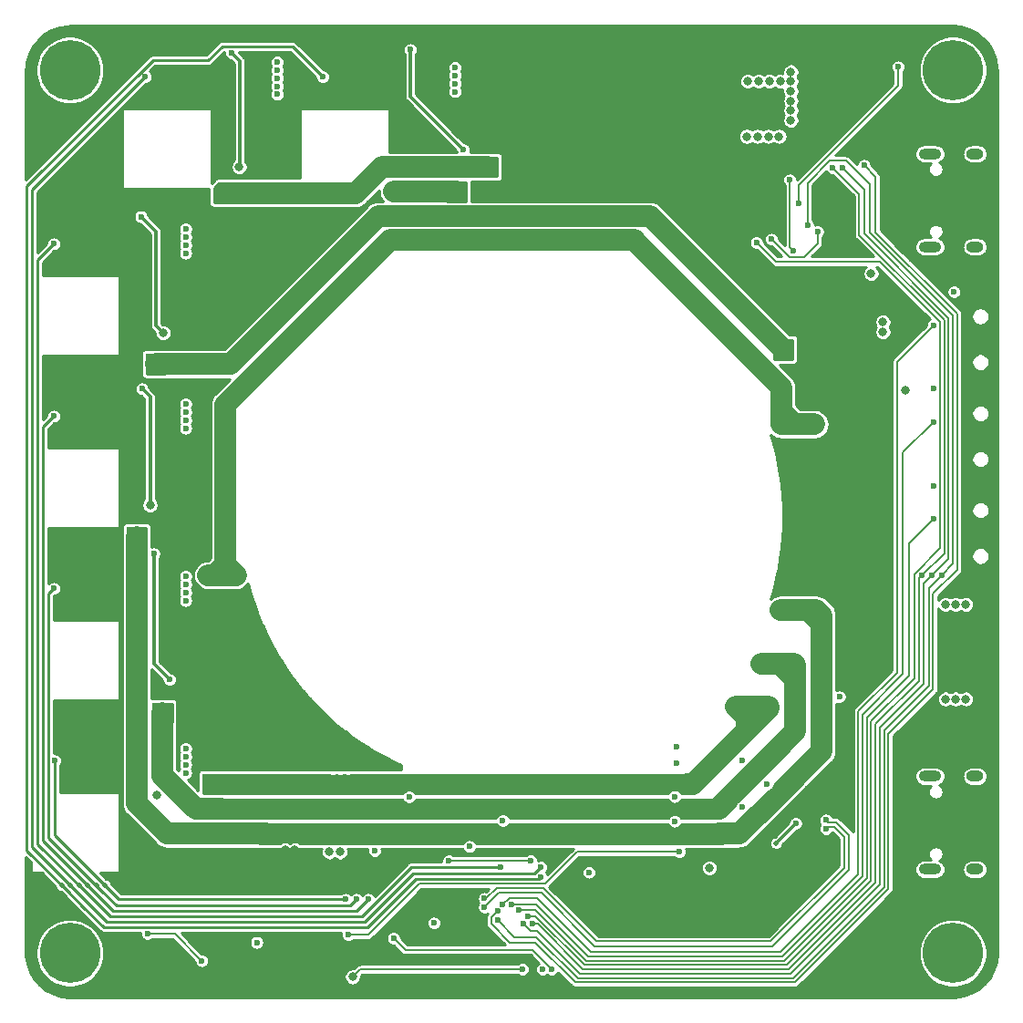
<source format=gbr>
%TF.GenerationSoftware,KiCad,Pcbnew,(5.1.8-0-10_14)*%
%TF.CreationDate,2021-08-11T22:05:50+02:00*%
%TF.ProjectId,Krasse-LED,4b726173-7365-42d4-9c45-442e6b696361,rev?*%
%TF.SameCoordinates,Original*%
%TF.FileFunction,Copper,L4,Bot*%
%TF.FilePolarity,Positive*%
%FSLAX46Y46*%
G04 Gerber Fmt 4.6, Leading zero omitted, Abs format (unit mm)*
G04 Created by KiCad (PCBNEW (5.1.8-0-10_14)) date 2021-08-11 22:05:50*
%MOMM*%
%LPD*%
G01*
G04 APERTURE LIST*
%TA.AperFunction,ComponentPad*%
%ADD10O,2.100000X1.000000*%
%TD*%
%TA.AperFunction,ComponentPad*%
%ADD11O,1.600000X1.000000*%
%TD*%
%TA.AperFunction,ComponentPad*%
%ADD12C,5.600000*%
%TD*%
%TA.AperFunction,ViaPad*%
%ADD13C,0.800000*%
%TD*%
%TA.AperFunction,ViaPad*%
%ADD14C,0.600000*%
%TD*%
%TA.AperFunction,ViaPad*%
%ADD15C,0.500000*%
%TD*%
%TA.AperFunction,Conductor*%
%ADD16C,0.200000*%
%TD*%
%TA.AperFunction,Conductor*%
%ADD17C,0.250000*%
%TD*%
%TA.AperFunction,Conductor*%
%ADD18C,0.300000*%
%TD*%
%TA.AperFunction,Conductor*%
%ADD19C,2.000000*%
%TD*%
%TA.AperFunction,Conductor*%
%ADD20C,0.254000*%
%TD*%
%TA.AperFunction,Conductor*%
%ADD21C,0.100000*%
%TD*%
G04 APERTURE END LIST*
D10*
%TO.P,J6,S1*%
%TO.N,Net-(J6-PadS1)*%
X178870000Y-66780000D03*
X178870000Y-75420000D03*
D11*
X183050000Y-75420000D03*
X183050000Y-66780000D03*
%TD*%
D12*
%TO.P,H4,1*%
%TO.N,Net-(H4-Pad1)*%
X99000000Y-59000000D03*
%TD*%
%TO.P,H3,1*%
%TO.N,Net-(H3-Pad1)*%
X181000000Y-59000000D03*
%TD*%
%TO.P,H2,1*%
%TO.N,Net-(H2-Pad1)*%
X181000000Y-141000000D03*
%TD*%
%TO.P,H1,1*%
%TO.N,Net-(H1-Pad1)*%
X99000000Y-141000000D03*
%TD*%
D10*
%TO.P,J4,S1*%
%TO.N,Net-(J4-PadS1)*%
X178870000Y-124580000D03*
X178870000Y-133220000D03*
D11*
X183050000Y-133220000D03*
X183050000Y-124580000D03*
%TD*%
D13*
%TO.N,*%
X180300000Y-108600000D03*
X182200000Y-108600000D03*
X180300000Y-117400000D03*
X181250000Y-117400000D03*
X182200000Y-117400000D03*
X181250000Y-108600000D03*
D14*
%TO.N,GND*%
X178600000Y-65000000D03*
X178600000Y-65700000D03*
D13*
X160100000Y-65350000D03*
X160100000Y-67350000D03*
X160100000Y-66350000D03*
D14*
X107800000Y-91300000D03*
X108700000Y-91300000D03*
X107800000Y-107300000D03*
X108700000Y-107300000D03*
X116300000Y-59800000D03*
X117200000Y-59800000D03*
X132800000Y-59800000D03*
X133700000Y-59800000D03*
X161400000Y-123100000D03*
D13*
X107100000Y-126300000D03*
D15*
X148000000Y-134900000D03*
X148000000Y-134000000D03*
X148000000Y-133000000D03*
X148600000Y-132400000D03*
X149600000Y-132400000D03*
X150600000Y-132400000D03*
X151600000Y-132400000D03*
X152600000Y-132400000D03*
X153600000Y-132400000D03*
X154600000Y-132400000D03*
X155200000Y-133000000D03*
X155200000Y-134000000D03*
X155200000Y-135000000D03*
X155200000Y-136600000D03*
X155200000Y-137600000D03*
X155200000Y-138600000D03*
X154600000Y-139200000D03*
X153600000Y-139200000D03*
X152600000Y-139200000D03*
X151600000Y-139200000D03*
X150600000Y-139200000D03*
X154400000Y-135800000D03*
X153200000Y-135800000D03*
X152000000Y-135800000D03*
X148000000Y-136750000D03*
X147000000Y-136750000D03*
X146000000Y-136750000D03*
X148800000Y-137250000D03*
X149600000Y-138050000D03*
X98500000Y-119100000D03*
X102500000Y-119100000D03*
X100500000Y-119100000D03*
X103500000Y-119100000D03*
X99500000Y-119100000D03*
X101500000Y-119100000D03*
X99500000Y-103100000D03*
X98500000Y-103100000D03*
X100500000Y-103100000D03*
X101500000Y-103100000D03*
X102500000Y-103100000D03*
X104500000Y-87100000D03*
X103500000Y-87100000D03*
X99500000Y-87100000D03*
X98500000Y-87100000D03*
X100500000Y-87100000D03*
X101500000Y-87100000D03*
X102500000Y-87100000D03*
X104500000Y-71100000D03*
X103500000Y-71100000D03*
X99500000Y-71100000D03*
X98500000Y-71100000D03*
X100500000Y-71100000D03*
X101500000Y-71100000D03*
X102500000Y-71100000D03*
X129500000Y-55600000D03*
X128500000Y-55600000D03*
X124500000Y-55600000D03*
X123500000Y-55600000D03*
X125500000Y-55600000D03*
X126500000Y-55600000D03*
X127500000Y-55600000D03*
X113000000Y-55600000D03*
X111000000Y-61000000D03*
X110000000Y-61000000D03*
X107000000Y-55600000D03*
X108000000Y-55600000D03*
X109000000Y-61000000D03*
X112000000Y-55600000D03*
X109000000Y-55600000D03*
X109000000Y-60000000D03*
X110000000Y-57000000D03*
X111000000Y-57000000D03*
X109000000Y-59000000D03*
X110000000Y-55600000D03*
X111000000Y-60000000D03*
X110000000Y-60000000D03*
X111000000Y-55600000D03*
X110000000Y-59000000D03*
X111000000Y-59000000D03*
X109000000Y-57000000D03*
X127500000Y-61000000D03*
X126500000Y-61000000D03*
X125500000Y-61000000D03*
X127500000Y-58000000D03*
X125500000Y-60000000D03*
X126500000Y-57000000D03*
X127500000Y-57000000D03*
X125500000Y-59000000D03*
X126500000Y-58000000D03*
X127500000Y-60000000D03*
X125500000Y-58000000D03*
X126500000Y-60000000D03*
X126500000Y-59000000D03*
X127500000Y-59000000D03*
X125500000Y-57000000D03*
X102500000Y-76500000D03*
X101500000Y-76500000D03*
X100500000Y-76500000D03*
X102500000Y-73500000D03*
X100500000Y-75500000D03*
X101500000Y-72500000D03*
X102500000Y-72500000D03*
X100500000Y-74500000D03*
X101500000Y-73500000D03*
X102500000Y-75500000D03*
X100500000Y-73500000D03*
X101500000Y-75500000D03*
X101500000Y-74500000D03*
X102500000Y-74500000D03*
X100500000Y-72500000D03*
X102500000Y-92500000D03*
X101500000Y-92500000D03*
X100500000Y-92500000D03*
X102500000Y-89500000D03*
X100500000Y-91500000D03*
X101500000Y-88500000D03*
X102500000Y-88500000D03*
X100500000Y-90500000D03*
X101500000Y-89500000D03*
X102500000Y-91500000D03*
X100500000Y-89500000D03*
X101500000Y-91500000D03*
X101500000Y-90500000D03*
X102500000Y-90500000D03*
X100500000Y-88500000D03*
X102500000Y-108500000D03*
X101500000Y-108500000D03*
X100500000Y-108500000D03*
X102500000Y-105500000D03*
X100500000Y-107500000D03*
X101500000Y-104500000D03*
X102500000Y-104500000D03*
X100500000Y-106500000D03*
X101500000Y-105500000D03*
X102500000Y-107500000D03*
X100500000Y-105500000D03*
X101500000Y-107500000D03*
X101500000Y-106500000D03*
X102500000Y-106500000D03*
X100500000Y-104500000D03*
X102500000Y-120500000D03*
X101500000Y-120500000D03*
X100500000Y-120500000D03*
X102500000Y-121500000D03*
X101500000Y-121500000D03*
X100500000Y-121500000D03*
X102500000Y-122500000D03*
X101500000Y-122500000D03*
X100500000Y-122500000D03*
X102500000Y-123500000D03*
X101500000Y-123500000D03*
X100500000Y-123500000D03*
X100500000Y-124500000D03*
X101500000Y-124500000D03*
X102500000Y-124500000D03*
D14*
X124100000Y-123850000D03*
X124800000Y-123850000D03*
D15*
X169500000Y-71100000D03*
X170300000Y-70300000D03*
X169500000Y-70300000D03*
X168700000Y-70300000D03*
X168700000Y-71100000D03*
X170300000Y-71100000D03*
X170300000Y-71900000D03*
X169500000Y-71900000D03*
X168700000Y-71900000D03*
D13*
X119000000Y-131400000D03*
X119900000Y-131400000D03*
X121800000Y-132500000D03*
X120900000Y-132500000D03*
D14*
X172000000Y-77500000D03*
X170500000Y-77500000D03*
X168500000Y-77500000D03*
X172700000Y-66300000D03*
X177200000Y-67100000D03*
X177200000Y-66400000D03*
X176500000Y-67100000D03*
X176500000Y-66400000D03*
X176500000Y-65700000D03*
X177200000Y-65700000D03*
X176500000Y-65000000D03*
X177200000Y-65000000D03*
X177900000Y-65000000D03*
X177900000Y-65700000D03*
X180500000Y-68100000D03*
X180500000Y-67400000D03*
X177200000Y-75100000D03*
X177200000Y-75800000D03*
X177200000Y-76500000D03*
X177900000Y-76500000D03*
X177900000Y-77200000D03*
X178600000Y-76500000D03*
X178600000Y-77200000D03*
X180500000Y-74200000D03*
X180500000Y-74900000D03*
X174200000Y-87500000D03*
X174200000Y-86800000D03*
X175500000Y-84600000D03*
X175500000Y-85300000D03*
X170300000Y-83150000D03*
X168100000Y-82900000D03*
X167400000Y-82900000D03*
X176700000Y-132150000D03*
X176700000Y-125650000D03*
X182400000Y-115000000D03*
X123400000Y-123850000D03*
D15*
X150700000Y-135800000D03*
X151500000Y-135075000D03*
X151500000Y-136525000D03*
D14*
X147200000Y-134600000D03*
X132800000Y-137400000D03*
X142100000Y-142500000D03*
X169600000Y-125100000D03*
X169600000Y-131300000D03*
D13*
X103900000Y-135200004D03*
D14*
X127600000Y-134700000D03*
X108700000Y-75300000D03*
X107800000Y-75300000D03*
X139200000Y-128699998D03*
X161400000Y-127450000D03*
X155300010Y-121849990D03*
X155150000Y-126450000D03*
X155300000Y-123350000D03*
D13*
X162840000Y-132530000D03*
X160100000Y-57900000D03*
X160100000Y-59900000D03*
X160100000Y-58900000D03*
D14*
X130500000Y-126500000D03*
X176500000Y-75100000D03*
X176500000Y-75800000D03*
X176500000Y-74400000D03*
X175800000Y-74400000D03*
X175800000Y-75100000D03*
X173000000Y-116850000D03*
X130475000Y-139400000D03*
D13*
X156450000Y-138600000D03*
D14*
X170450000Y-118100000D03*
X160250000Y-72550000D03*
X160250000Y-74050000D03*
X117350000Y-140000000D03*
X184050000Y-101999996D03*
X184050000Y-93000000D03*
X184050000Y-84000000D03*
X167549994Y-125700000D03*
X167350000Y-143900000D03*
%TO.N,VCC*%
X118250000Y-59000000D03*
D13*
X162850000Y-65150000D03*
X161850000Y-65150000D03*
X163850000Y-65150000D03*
X164850000Y-65150000D03*
X165950000Y-60050000D03*
X165950000Y-60950000D03*
X165950000Y-61850000D03*
X165950000Y-62750000D03*
X165950000Y-63650000D03*
X165950000Y-59150000D03*
X164950000Y-60050000D03*
X163950000Y-60050000D03*
X162950000Y-60050000D03*
X161950000Y-60050000D03*
X123100000Y-131600000D03*
X124100000Y-131600000D03*
X174500000Y-83300000D03*
X174500000Y-82400000D03*
D14*
X134750000Y-58750000D03*
X134750000Y-59500000D03*
X134750000Y-60250000D03*
X134750000Y-61000000D03*
X118250000Y-59750000D03*
X118250000Y-60500000D03*
X118250000Y-61250000D03*
X118250000Y-58250000D03*
X109750000Y-73750000D03*
X109750000Y-74500000D03*
X109750000Y-75250000D03*
X109750000Y-76000000D03*
X109750000Y-90000000D03*
X109750000Y-90750000D03*
X109750000Y-91500000D03*
X109750000Y-92250000D03*
X109750000Y-106000000D03*
X109750000Y-106750000D03*
X109750000Y-107500000D03*
X109750000Y-108250000D03*
X109750000Y-122000000D03*
X109750000Y-122750000D03*
X109750000Y-123500000D03*
X109750000Y-124250000D03*
%TO.N,+3V3*%
X166200000Y-75800000D03*
D13*
X176575000Y-88725000D03*
X173400000Y-77900000D03*
D14*
X181100000Y-79600000D03*
X179200000Y-88600000D03*
X179200000Y-97600000D03*
X147200000Y-133500000D03*
X127300000Y-131500000D03*
X132800000Y-138200000D03*
X142900000Y-142500000D03*
X163750000Y-125300000D03*
X155150000Y-128750000D03*
X136100000Y-131099998D03*
D13*
X158375000Y-133075000D03*
D14*
X170450000Y-117200008D03*
X165850000Y-69200000D03*
X116350000Y-140000000D03*
%TO.N,BTN_1*%
X179200000Y-100675000D03*
X140700001Y-137000000D03*
%TO.N,BTN_2*%
X179200000Y-91675000D03*
X140034147Y-136461158D03*
%TO.N,BTN_3*%
X179200000Y-82675000D03*
X139199998Y-136500000D03*
%TO.N,Light*%
X134200000Y-132400000D03*
X141800000Y-132400000D03*
%TO.N,RESET*%
X129050000Y-139600000D03*
X143750006Y-142500000D03*
%TO.N,USB_P*%
X137500000Y-136721600D03*
X169200000Y-128625000D03*
%TO.N,USB_N*%
X137500000Y-135918400D03*
X169200000Y-129475000D03*
%TO.N,DIM_BLUE*%
X106000000Y-59635000D03*
X142712241Y-133017497D03*
D15*
X99050000Y-134700000D03*
D14*
%TO.N,DIM_GREEN*%
X97500000Y-75135000D03*
X139000000Y-133000000D03*
D15*
X99850000Y-134700000D03*
D14*
%TO.N,DIM_RED*%
X122500000Y-59635000D03*
X142699996Y-133950008D03*
D15*
X98250000Y-134700000D03*
D14*
%TO.N,DIM_CYAN*%
X97600000Y-123135000D03*
X124600000Y-136000002D03*
D15*
X102250000Y-134700000D03*
D14*
%TO.N,DIM_AMBER*%
X97500000Y-107135000D03*
X125600008Y-136000000D03*
D15*
X101450000Y-134700000D03*
D14*
%TO.N,DIM_LIME*%
X97500000Y-91135000D03*
X126700000Y-136000000D03*
D15*
X100650000Y-134700000D03*
D14*
%TO.N,I2C1_SDA*%
X169837500Y-68062500D03*
X142000000Y-138300000D03*
X178150000Y-105900000D03*
%TO.N,I2C1_SCL*%
X170750009Y-68050009D03*
X141100000Y-138300000D03*
X179050000Y-105900000D03*
%TO.N,USB-PD_ALERT*%
X167499996Y-73400004D03*
X138699989Y-137899997D03*
X179950000Y-105900000D03*
%TO.N,USB-PD_RESET*%
X172750000Y-67850000D03*
X138700000Y-137100004D03*
D15*
%TO.N,/MIC+*%
X164580000Y-130790000D03*
D14*
X166400000Y-128950000D03*
%TO.N,/LED-R-C*%
X135600000Y-69600000D03*
X134200000Y-69600000D03*
X134200000Y-71000000D03*
X135600000Y-71000000D03*
X134900000Y-71000000D03*
X135600000Y-70300000D03*
X134900000Y-69600000D03*
X134200000Y-70300000D03*
X130200000Y-70300000D03*
X129500000Y-70300000D03*
X128800000Y-70300000D03*
X134900000Y-70300000D03*
%TO.N,/LED-R-A*%
X130600000Y-57100000D03*
X135550000Y-66400000D03*
%TO.N,/LED-B-C*%
X112600000Y-71100000D03*
X114000000Y-71100000D03*
X138500000Y-67300000D03*
X137800000Y-67300000D03*
X137100000Y-67300000D03*
X137100000Y-68700000D03*
X138500000Y-68700000D03*
X137800000Y-68700000D03*
X138500000Y-68000000D03*
X137100000Y-68000000D03*
X114000000Y-70400000D03*
X112600000Y-70400000D03*
X113300000Y-71100000D03*
X113300000Y-70400000D03*
X137800000Y-68000000D03*
%TO.N,/LED-B-A*%
X114000000Y-57400000D03*
D13*
X114724996Y-67974996D03*
D14*
%TO.N,/LED-G-C*%
X164550000Y-85650000D03*
X164550000Y-84950000D03*
X164550000Y-84250000D03*
X165250000Y-84250000D03*
X165950000Y-84250000D03*
X165950000Y-85650000D03*
X165250000Y-85650000D03*
X165950000Y-84950000D03*
X106300000Y-85600000D03*
X106300000Y-86300000D03*
X106300000Y-87000000D03*
X107000000Y-87000000D03*
X107700000Y-87000000D03*
X107700000Y-85600000D03*
X107700000Y-86300000D03*
X107000000Y-85600000D03*
X107000000Y-86300000D03*
X165250000Y-84950000D03*
%TO.N,/LED-G-A*%
X105600000Y-72600000D03*
D13*
X107650000Y-83400000D03*
D14*
%TO.N,/LED-L-C*%
X105900000Y-101700000D03*
X104500000Y-101700000D03*
X104500000Y-103100000D03*
X105900000Y-103100000D03*
D13*
X166107000Y-109100000D03*
X168130000Y-109100000D03*
X165030000Y-109100000D03*
X167113300Y-109100000D03*
D14*
X105200000Y-101700000D03*
X104500000Y-102400000D03*
X105200000Y-103100000D03*
X105900000Y-102400000D03*
X105200000Y-102400000D03*
%TO.N,/LED-L-A*%
X105700000Y-88600000D03*
D13*
X106450000Y-99400006D03*
D14*
%TO.N,/LED-A-C*%
X108300000Y-119400000D03*
X106900000Y-119400000D03*
X106900000Y-118000000D03*
X108300000Y-118000000D03*
D13*
X164247000Y-114100000D03*
X166270000Y-114100000D03*
X163170000Y-114100000D03*
X165253300Y-114100000D03*
D14*
X107600000Y-118000000D03*
X106900000Y-118700000D03*
X107600000Y-119400000D03*
X108300000Y-118700000D03*
X107600000Y-118700000D03*
%TO.N,/LED-A-A*%
X106800000Y-103900000D03*
X108250000Y-115600006D03*
%TO.N,/LED-C-A*%
X113000000Y-124600000D03*
X111600002Y-124600000D03*
X111600002Y-126000000D03*
X113000002Y-126000000D03*
X112300002Y-126000000D03*
X111600002Y-125300000D03*
X112300002Y-124600000D03*
X113000002Y-125300000D03*
X112300002Y-125300000D03*
D13*
X163900000Y-118100000D03*
X160800000Y-118100000D03*
X161877000Y-118100000D03*
X162883300Y-118100000D03*
%TO.N,/LIME-SERIES*%
X113873000Y-105900000D03*
X112866700Y-105900000D03*
X114950000Y-105900000D03*
X111850000Y-105900000D03*
X165050000Y-91900000D03*
X166066700Y-91900000D03*
X168150000Y-91900000D03*
X167073000Y-91900000D03*
D14*
%TO.N,Net-(R39-Pad2)*%
X166643289Y-71402410D03*
X175900000Y-58700000D03*
%TO.N,FAN1-PWM*%
X106200000Y-139200000D03*
X111250000Y-141700000D03*
%TO.N,/PWROK2*%
X168423463Y-74006703D03*
X164150000Y-74700000D03*
%TO.N,VCC-Voltage*%
X141500004Y-137600000D03*
X162750000Y-75000000D03*
D13*
%TO.N,RX-CONN*%
X125250000Y-143200000D03*
D14*
X141050000Y-142500000D03*
%TO.N,TX-CONN*%
X155600000Y-131600000D03*
X124850000Y-139300000D03*
%TD*%
D16*
%TO.N,+3V3*%
X166200000Y-75800000D02*
X165850000Y-75450000D01*
X165850000Y-75450000D02*
X165850000Y-69200000D01*
%TO.N,BTN_1*%
X165350000Y-141700000D02*
X146950000Y-141700000D01*
X176900000Y-102975000D02*
X176900000Y-115250000D01*
X173000000Y-134050000D02*
X165350000Y-141700000D01*
X146950000Y-141700000D02*
X142250000Y-137000000D01*
X173000000Y-119150000D02*
X173000000Y-134050000D01*
X142250000Y-137000000D02*
X140700001Y-137000000D01*
X176900000Y-115250000D02*
X173000000Y-119150000D01*
X179200000Y-100675000D02*
X176900000Y-102975000D01*
%TO.N,BTN_2*%
X172600000Y-118850000D02*
X172600000Y-133850000D01*
X165150000Y-141300000D02*
X147162500Y-141300000D01*
X179200000Y-91675000D02*
X176350000Y-94525000D01*
X176350000Y-94525000D02*
X176350000Y-115100000D01*
X176350000Y-115100000D02*
X172600000Y-118850000D01*
X172600000Y-133850000D02*
X165150000Y-141300000D01*
X142323658Y-136461158D02*
X140034147Y-136461158D01*
X147162500Y-141300000D02*
X142323658Y-136461158D01*
%TO.N,BTN_3*%
X164950000Y-140900000D02*
X147375000Y-140900000D01*
X179200000Y-82675000D02*
X175800000Y-86075000D01*
X147375000Y-140900000D02*
X142375001Y-135900001D01*
X175800000Y-114950000D02*
X172200000Y-118550000D01*
X172200000Y-133650000D02*
X164950000Y-140900000D01*
X172200000Y-118550000D02*
X172200000Y-133650000D01*
X142375001Y-135900001D02*
X139799997Y-135900001D01*
X139799997Y-135900001D02*
X139199998Y-136500000D01*
X175800000Y-86075000D02*
X175800000Y-114950000D01*
%TO.N,Light*%
X134200000Y-132400000D02*
X141700002Y-132400000D01*
X141750000Y-132350002D02*
X141750000Y-132349990D01*
X141700002Y-132400000D02*
X141750000Y-132350002D01*
%TO.N,RESET*%
X141950006Y-140700000D02*
X143750006Y-142500000D01*
X130150000Y-140700000D02*
X141950006Y-140700000D01*
X129050000Y-139600000D02*
X130150000Y-140700000D01*
%TO.N,USB_P*%
X137985002Y-136236598D02*
X137500000Y-136721600D01*
X164250000Y-140350000D02*
X147750000Y-140350000D01*
X142800000Y-135400000D02*
X138821600Y-135400000D01*
X171325000Y-130006800D02*
X171325000Y-133275000D01*
X169400000Y-128825000D02*
X170143200Y-128825000D01*
X171325000Y-133275000D02*
X164250000Y-140350000D01*
X147750000Y-140350000D02*
X142800000Y-135400000D01*
X170143200Y-128825000D02*
X171325000Y-130006800D01*
X138821600Y-135400000D02*
X137985002Y-136236598D01*
X169200000Y-128625000D02*
X169400000Y-128825000D01*
%TO.N,USB_N*%
X137666803Y-135918400D02*
X137500000Y-135918400D01*
X142950000Y-134950000D02*
X138635203Y-134950000D01*
X138635203Y-134950000D02*
X137666803Y-135918400D01*
X147900000Y-139900000D02*
X142950000Y-134950000D01*
X169400000Y-129275000D02*
X169956800Y-129275000D01*
X170875000Y-130193200D02*
X170875000Y-133075000D01*
X169200000Y-129475000D02*
X169400000Y-129275000D01*
X169956800Y-129275000D02*
X170875000Y-130193200D01*
X164050000Y-139900000D02*
X147900000Y-139900000D01*
X170875000Y-133075000D02*
X164050000Y-139900000D01*
D17*
%TO.N,DIM_BLUE*%
X142132149Y-133597589D02*
X142712241Y-133017497D01*
X126350000Y-138100000D02*
X130852411Y-133597589D01*
X130852411Y-133597589D02*
X142132149Y-133597589D01*
X102450000Y-138100000D02*
X102550000Y-138100000D01*
X99550000Y-135200000D02*
X102450000Y-138100000D01*
X102550000Y-138100000D02*
X126350000Y-138100000D01*
X95500000Y-70135000D02*
X106000000Y-59635000D01*
X95500000Y-131150000D02*
X95500000Y-70135000D01*
X99550000Y-135200000D02*
X95500000Y-131150000D01*
%TO.N,DIM_GREEN*%
X102750000Y-137600000D02*
X100350000Y-135200000D01*
X97500000Y-75135000D02*
X96000000Y-76635000D01*
X96000000Y-130850000D02*
X100350000Y-135200000D01*
X96000000Y-76635000D02*
X96000000Y-130850000D01*
X139000000Y-133000000D02*
X130700000Y-133000000D01*
X130700000Y-133000000D02*
X126100000Y-137600000D01*
X126100000Y-137600000D02*
X102750000Y-137600000D01*
%TO.N,DIM_RED*%
X131125000Y-134100000D02*
X142550004Y-134100000D01*
X126625000Y-138600000D02*
X131125000Y-134100000D01*
X142550004Y-134100000D02*
X142699996Y-133950008D01*
X95000000Y-131450000D02*
X98750000Y-135200000D01*
X106700000Y-58100000D02*
X95000000Y-69800000D01*
X111850000Y-58100000D02*
X106700000Y-58100000D01*
X119665000Y-56800000D02*
X113150000Y-56800000D01*
X122500000Y-59635000D02*
X119665000Y-56800000D01*
X95000000Y-69800000D02*
X95000000Y-131450000D01*
X113150000Y-56800000D02*
X111850000Y-58100000D01*
X100250000Y-136700000D02*
X98750000Y-135200000D01*
X100250000Y-136700000D02*
X102150000Y-138600000D01*
X102150000Y-138600000D02*
X126625000Y-138600000D01*
%TO.N,DIM_CYAN*%
X109849996Y-136000000D02*
X103550000Y-136000000D01*
X109849998Y-136000002D02*
X109849996Y-136000000D01*
X124600000Y-136000002D02*
X109849998Y-136000002D01*
X103550000Y-136000000D02*
X102950000Y-135400000D01*
X102950000Y-135400000D02*
X97600000Y-130050000D01*
D16*
X102950000Y-135400000D02*
X102750000Y-135200000D01*
D17*
X97600000Y-130050000D02*
X97600000Y-123135000D01*
%TO.N,DIM_AMBER*%
X125000009Y-136599999D02*
X125600008Y-136000000D01*
X103312499Y-136599999D02*
X125000009Y-136599999D01*
X97000000Y-107635000D02*
X97000000Y-130287500D01*
X97500000Y-107135000D02*
X97000000Y-107635000D01*
X97000000Y-130287500D02*
X101931250Y-135218750D01*
X101931250Y-135218750D02*
X103312499Y-136599999D01*
D16*
X101431250Y-134718750D02*
X101450000Y-134700000D01*
D17*
%TO.N,DIM_LIME*%
X126700000Y-136000000D02*
X125600000Y-137100000D01*
X103050000Y-137100000D02*
X103150000Y-137100000D01*
X101150000Y-135200000D02*
X103050000Y-137100000D01*
X125600000Y-137100000D02*
X103150000Y-137100000D01*
X96500000Y-130550000D02*
X101150000Y-135200000D01*
X96500000Y-92135000D02*
X96500000Y-130550000D01*
X97500000Y-91135000D02*
X96500000Y-92135000D01*
D16*
%TO.N,I2C1_SDA*%
X142000000Y-138300000D02*
X142424264Y-138300000D01*
X180200000Y-82200000D02*
X180200000Y-103850000D01*
X177850001Y-106199999D02*
X178150000Y-105900000D01*
X146624264Y-142500000D02*
X165750000Y-142500000D01*
X173800000Y-119750000D02*
X177850001Y-115699999D01*
X169837500Y-68062500D02*
X172300000Y-70525000D01*
X172300000Y-70525000D02*
X172300000Y-74300000D01*
X177850001Y-115699999D02*
X177850001Y-106199999D01*
X180200000Y-103850000D02*
X178150000Y-105900000D01*
X173800000Y-134450000D02*
X173800000Y-119750000D01*
X165750000Y-142500000D02*
X173800000Y-134450000D01*
X172300000Y-74300000D02*
X180200000Y-82200000D01*
X142424264Y-138300000D02*
X146624264Y-142500000D01*
%TO.N,I2C1_SCL*%
X170750009Y-68050009D02*
X172800000Y-70100000D01*
X180600000Y-82000000D02*
X180600000Y-104350000D01*
X172800000Y-70100000D02*
X172800000Y-74200000D01*
X178300000Y-106650000D02*
X179050000Y-105900000D01*
X146350000Y-142900000D02*
X165950000Y-142900000D01*
X141100000Y-138300000D02*
X141750000Y-138950000D01*
X142400000Y-138950000D02*
X146350000Y-142900000D01*
X174200000Y-134650000D02*
X174200000Y-120050000D01*
X141750000Y-138950000D02*
X142400000Y-138950000D01*
X172800000Y-74200000D02*
X180600000Y-82000000D01*
X165950000Y-142900000D02*
X174200000Y-134650000D01*
X174200000Y-120050000D02*
X178300000Y-115950000D01*
X180600000Y-104350000D02*
X179050000Y-105900000D01*
X178300000Y-115950000D02*
X178300000Y-106650000D01*
%TO.N,USB-PD_ALERT*%
X173300000Y-69600000D02*
X173300000Y-74100000D01*
X167499996Y-69500004D02*
X169600000Y-67400000D01*
X181000000Y-104850000D02*
X179950000Y-105900000D01*
X178750000Y-116200000D02*
X178750000Y-107100000D01*
X146150000Y-143300000D02*
X166150000Y-143300000D01*
X171100000Y-67400000D02*
X173300000Y-69600000D01*
X167499996Y-73400004D02*
X167499996Y-69500004D01*
X173300000Y-74100000D02*
X181000000Y-81800000D01*
X181000000Y-81800000D02*
X181000000Y-104850000D01*
X140287860Y-139487868D02*
X142337868Y-139487868D01*
X169600000Y-67400000D02*
X171100000Y-67400000D01*
X142337868Y-139487868D02*
X146150000Y-143300000D01*
X138699989Y-137899997D02*
X140287860Y-139487868D01*
X166150000Y-143300000D02*
X174600000Y-134850000D01*
X174600000Y-134850000D02*
X174600000Y-120350000D01*
X174600000Y-120350000D02*
X178750000Y-116200000D01*
X178750000Y-107100000D02*
X179950000Y-105900000D01*
%TO.N,USB-PD_RESET*%
X139850000Y-140000000D02*
X138150000Y-138300000D01*
X166350000Y-143700000D02*
X145950000Y-143700000D01*
X138150000Y-137650004D02*
X138700000Y-137100004D01*
X175000000Y-135050000D02*
X166350000Y-143700000D01*
X145950000Y-143700000D02*
X142250000Y-140000000D01*
X179150000Y-107650000D02*
X179150000Y-116500000D01*
X142250000Y-140000000D02*
X139850000Y-140000000D01*
X175000000Y-120650000D02*
X175000000Y-135050000D01*
X181400000Y-105400000D02*
X179150000Y-107650000D01*
X181400000Y-81650000D02*
X181400000Y-105400000D01*
X179150000Y-116500000D02*
X175000000Y-120650000D01*
X173800000Y-74050000D02*
X181400000Y-81650000D01*
X138150000Y-138300000D02*
X138150000Y-137650004D01*
X173800000Y-68900000D02*
X173800000Y-74050000D01*
X172750000Y-67850000D02*
X173800000Y-68900000D01*
D18*
%TO.N,/MIC+*%
X166400000Y-128970000D02*
X164580000Y-130790000D01*
X166400000Y-128950000D02*
X166400000Y-128970000D01*
D19*
%TO.N,/LED-R-C*%
X134900000Y-70300000D02*
X129100000Y-70300000D01*
D18*
%TO.N,/LED-R-A*%
X130600000Y-61450000D02*
X130600000Y-57100000D01*
X135550000Y-66400000D02*
X130600000Y-61450000D01*
D19*
%TO.N,/LED-B-C*%
X125550000Y-70400000D02*
X113300000Y-70400000D01*
X127950000Y-68000000D02*
X125550000Y-70400000D01*
X137800000Y-68000000D02*
X127950000Y-68000000D01*
D18*
%TO.N,/LED-B-A*%
X114800000Y-67899992D02*
X114724996Y-67974996D01*
X114800000Y-58200000D02*
X114800000Y-67899992D01*
X114000000Y-57400000D02*
X114800000Y-58200000D01*
D19*
%TO.N,/LED-G-C*%
X127650000Y-72550000D02*
X152300000Y-72550000D01*
X113900000Y-86300000D02*
X127650000Y-72550000D01*
X107000000Y-86300000D02*
X113900000Y-86300000D01*
X152300000Y-72550000D02*
X152650000Y-72550000D01*
X152850000Y-72550000D02*
X165250000Y-84950000D01*
X152300000Y-72550000D02*
X152850000Y-72550000D01*
D18*
%TO.N,/LED-G-A*%
X107000000Y-74000000D02*
X107000000Y-80600000D01*
X105600000Y-72600000D02*
X107000000Y-74000000D01*
X107000000Y-82750000D02*
X107650000Y-83400000D01*
X107000000Y-80600000D02*
X107000000Y-82750000D01*
D19*
%TO.N,/LED-L-C*%
X161150000Y-129900000D02*
X159200000Y-129900000D01*
X162750000Y-128300000D02*
X161150000Y-129900000D01*
X168300000Y-109100000D02*
X165030000Y-109100000D01*
X168800000Y-109600000D02*
X168300000Y-109100000D01*
X167500000Y-109100000D02*
X168800000Y-110400000D01*
X166107000Y-109100000D02*
X167500000Y-109100000D01*
X168800000Y-110400000D02*
X168800000Y-109600000D01*
X168800000Y-110400000D02*
X168800000Y-122250000D01*
X168800000Y-122250000D02*
X168800000Y-122260000D01*
X168800000Y-122260000D02*
X166230000Y-124830000D01*
X108000000Y-129900000D02*
X117200000Y-129900000D01*
X105200000Y-127100000D02*
X108000000Y-129900000D01*
X105200000Y-102400000D02*
X105200000Y-127100000D01*
D18*
%TO.N,/LED-L-A*%
X106450000Y-89350000D02*
X106450000Y-99400006D01*
X105700000Y-88600000D02*
X106450000Y-89350000D01*
D19*
%TO.N,/LED-A-C*%
X166270000Y-114100000D02*
X163170000Y-114100000D01*
X166347590Y-114177590D02*
X166270000Y-114100000D01*
X164247000Y-114100000D02*
X164900000Y-114100000D01*
X164900000Y-114100000D02*
X166347590Y-115547590D01*
X166347590Y-115547590D02*
X166347590Y-114177590D01*
X110700000Y-127600000D02*
X113100000Y-127600000D01*
X107600000Y-124500000D02*
X110700000Y-127600000D01*
X107600000Y-118700000D02*
X107600000Y-124500000D01*
X166347590Y-115547590D02*
X166347590Y-120352410D01*
X166347590Y-120352410D02*
X165400000Y-121300000D01*
D18*
%TO.N,/LED-A-A*%
X106800000Y-103900000D02*
X106800000Y-114150006D01*
X106800000Y-114150006D02*
X108250000Y-115600006D01*
D19*
%TO.N,/LED-C-A*%
X163900000Y-118300000D02*
X163900000Y-118100000D01*
X163700000Y-118100000D02*
X163900000Y-118300000D01*
X160800000Y-118100000D02*
X163700000Y-118100000D01*
X160800000Y-118100000D02*
X161850000Y-119150000D01*
X161850000Y-119150000D02*
X161850000Y-120350000D01*
X161850000Y-120350000D02*
X163900000Y-118300000D01*
X156900000Y-125300000D02*
X156300000Y-125300000D01*
X161850000Y-120350000D02*
X156900000Y-125300000D01*
%TO.N,/LIME-SERIES*%
X113416000Y-90084000D02*
X113416000Y-104884004D01*
X151400000Y-74800000D02*
X151379390Y-74779390D01*
X151379390Y-74779390D02*
X128720610Y-74779390D01*
X128720610Y-74779390D02*
X113416000Y-90084000D01*
X151379390Y-74779390D02*
X165050000Y-88450000D01*
X165050000Y-91900000D02*
X168150000Y-91900000D01*
X168150000Y-91900000D02*
X166300000Y-91900000D01*
X166300000Y-91900000D02*
X165050000Y-90650000D01*
X165050000Y-90650000D02*
X165050000Y-91900000D01*
X165050000Y-88450000D02*
X165050000Y-90650000D01*
X112400004Y-105900000D02*
X111850000Y-105900000D01*
X113416000Y-104884004D02*
X112400004Y-105900000D01*
X113416000Y-104884004D02*
X114431996Y-105900000D01*
X114431996Y-105900000D02*
X111900000Y-105900000D01*
D16*
%TO.N,Net-(R39-Pad2)*%
X166643289Y-71402410D02*
X166643289Y-69706711D01*
X166643289Y-69706711D02*
X175900000Y-60450000D01*
X175900000Y-60450000D02*
X175900000Y-58700000D01*
%TO.N,FAN1-PWM*%
X108750000Y-139200000D02*
X111250000Y-141700000D01*
X106200000Y-139200000D02*
X108750000Y-139200000D01*
%TO.N,/PWROK2*%
X168423463Y-74006703D02*
X168416760Y-74000000D01*
X165850000Y-76400000D02*
X164150000Y-74700000D01*
X167150000Y-76400000D02*
X165850000Y-76400000D01*
X168423463Y-75126537D02*
X167150000Y-76400000D01*
X168423463Y-74006703D02*
X168423463Y-75126537D01*
%TO.N,VCC-Voltage*%
X173400000Y-119459375D02*
X173400000Y-134250000D01*
X146750000Y-142100000D02*
X142250000Y-137600000D01*
X142250000Y-137600000D02*
X141500004Y-137600000D01*
X165550000Y-142100000D02*
X146750000Y-142100000D01*
X173400000Y-134250000D02*
X165550000Y-142100000D01*
X177400000Y-105800000D02*
X177400000Y-115459375D01*
X177400000Y-115459375D02*
X173400000Y-119459375D01*
X179800000Y-103400000D02*
X177400000Y-105800000D01*
X164550000Y-76800000D02*
X174200000Y-76800000D01*
X174200000Y-76800000D02*
X179800000Y-82400000D01*
X179800000Y-82400000D02*
X179800000Y-103400000D01*
X162750000Y-75000000D02*
X164550000Y-76800000D01*
%TO.N,RX-CONN*%
X125950000Y-142500000D02*
X125250000Y-143200000D01*
X141050000Y-142500000D02*
X125950000Y-142500000D01*
%TO.N,TX-CONN*%
X131457843Y-134550000D02*
X143150000Y-134550000D01*
X126707843Y-139300000D02*
X131457843Y-134550000D01*
X146100000Y-131600000D02*
X155600000Y-131600000D01*
X143150000Y-134550000D02*
X146100000Y-131600000D01*
X124850000Y-139300000D02*
X126707843Y-139300000D01*
%TD*%
D20*
%TO.N,/LED-C-A*%
X113173000Y-126173000D02*
X111427000Y-126173000D01*
X111427000Y-124427000D01*
X113173000Y-124427000D01*
X113173000Y-126173000D01*
%TA.AperFunction,Conductor*%
D21*
G36*
X113173000Y-126173000D02*
G01*
X111427000Y-126173000D01*
X111427000Y-124427000D01*
X113173000Y-124427000D01*
X113173000Y-126173000D01*
G37*
%TD.AperFunction*%
%TD*%
D20*
%TO.N,/LED-A-C*%
X108473000Y-119573000D02*
X106727000Y-119573000D01*
X106727000Y-117827000D01*
X108473000Y-117827000D01*
X108473000Y-119573000D01*
%TA.AperFunction,Conductor*%
D21*
G36*
X108473000Y-119573000D02*
G01*
X106727000Y-119573000D01*
X106727000Y-117827000D01*
X108473000Y-117827000D01*
X108473000Y-119573000D01*
G37*
%TD.AperFunction*%
%TD*%
D20*
%TO.N,/LED-G-C*%
X107873000Y-87173000D02*
X106127000Y-87173000D01*
X106127000Y-85427000D01*
X107873000Y-85427000D01*
X107873000Y-87173000D01*
%TA.AperFunction,Conductor*%
D21*
G36*
X107873000Y-87173000D02*
G01*
X106127000Y-87173000D01*
X106127000Y-85427000D01*
X107873000Y-85427000D01*
X107873000Y-87173000D01*
G37*
%TD.AperFunction*%
%TD*%
D20*
%TO.N,/LED-G-C*%
X166123000Y-85823000D02*
X164377000Y-85823000D01*
X164377000Y-84077000D01*
X166123000Y-84077000D01*
X166123000Y-85823000D01*
%TA.AperFunction,Conductor*%
D21*
G36*
X166123000Y-85823000D02*
G01*
X164377000Y-85823000D01*
X164377000Y-84077000D01*
X166123000Y-84077000D01*
X166123000Y-85823000D01*
G37*
%TD.AperFunction*%
%TD*%
D20*
%TO.N,/LED-R-C*%
X135773000Y-71173000D02*
X134027000Y-71173000D01*
X134027000Y-69427000D01*
X135773000Y-69427000D01*
X135773000Y-71173000D01*
%TA.AperFunction,Conductor*%
D21*
G36*
X135773000Y-71173000D02*
G01*
X134027000Y-71173000D01*
X134027000Y-69427000D01*
X135773000Y-69427000D01*
X135773000Y-71173000D01*
G37*
%TD.AperFunction*%
%TD*%
D20*
%TO.N,/LED-B-C*%
X138673000Y-68873000D02*
X136927000Y-68873000D01*
X136927000Y-67127000D01*
X138673000Y-67127000D01*
X138673000Y-68873000D01*
%TA.AperFunction,Conductor*%
D21*
G36*
X138673000Y-68873000D02*
G01*
X136927000Y-68873000D01*
X136927000Y-67127000D01*
X138673000Y-67127000D01*
X138673000Y-68873000D01*
G37*
%TD.AperFunction*%
%TD*%
D20*
%TO.N,/LED-B-C*%
X114173000Y-70702437D02*
X114173000Y-71273000D01*
X112427000Y-71273000D01*
X112427000Y-69948735D01*
X112806561Y-69527000D01*
X114127791Y-69527000D01*
X114173000Y-70702437D01*
%TA.AperFunction,Conductor*%
D21*
G36*
X114173000Y-70702437D02*
G01*
X114173000Y-71273000D01*
X112427000Y-71273000D01*
X112427000Y-69948735D01*
X112806561Y-69527000D01*
X114127791Y-69527000D01*
X114173000Y-70702437D01*
G37*
%TD.AperFunction*%
%TD*%
D20*
%TO.N,/LED-L-C*%
X106073000Y-103273000D02*
X104327000Y-103273000D01*
X104327000Y-101527000D01*
X106073000Y-101527000D01*
X106073000Y-103273000D01*
%TA.AperFunction,Conductor*%
D21*
G36*
X106073000Y-103273000D02*
G01*
X104327000Y-103273000D01*
X104327000Y-101527000D01*
X106073000Y-101527000D01*
X106073000Y-103273000D01*
G37*
%TD.AperFunction*%
%TD*%
D20*
%TO.N,/LED-A-C*%
X158992658Y-128473000D02*
X155768043Y-128473000D01*
X155749950Y-128429320D01*
X155675860Y-128318437D01*
X155581563Y-128224140D01*
X155470680Y-128150050D01*
X155347474Y-128099016D01*
X155216679Y-128073000D01*
X155083321Y-128073000D01*
X154952526Y-128099016D01*
X154829320Y-128150050D01*
X154718437Y-128224140D01*
X154624140Y-128318437D01*
X154550050Y-128429320D01*
X154531957Y-128473000D01*
X139838755Y-128473000D01*
X139799950Y-128379318D01*
X139725860Y-128268435D01*
X139631563Y-128174138D01*
X139520680Y-128100048D01*
X139397474Y-128049014D01*
X139266679Y-128022998D01*
X139133321Y-128022998D01*
X139002526Y-128049014D01*
X138879320Y-128100048D01*
X138768437Y-128174138D01*
X138674140Y-128268435D01*
X138600050Y-128379318D01*
X138561245Y-128473000D01*
X113227000Y-128473000D01*
X113227000Y-126727000D01*
X129861246Y-126727000D01*
X129900050Y-126820680D01*
X129974140Y-126931563D01*
X130068437Y-127025860D01*
X130179320Y-127099950D01*
X130302526Y-127150984D01*
X130433321Y-127177000D01*
X130566679Y-127177000D01*
X130697474Y-127150984D01*
X130820680Y-127099950D01*
X130931563Y-127025860D01*
X131025860Y-126931563D01*
X131099950Y-126820680D01*
X131138754Y-126727000D01*
X154531957Y-126727000D01*
X154550050Y-126770680D01*
X154624140Y-126881563D01*
X154718437Y-126975860D01*
X154829320Y-127049950D01*
X154952526Y-127100984D01*
X155083321Y-127127000D01*
X155216679Y-127127000D01*
X155347474Y-127100984D01*
X155470680Y-127049950D01*
X155581563Y-126975860D01*
X155675860Y-126881563D01*
X155749950Y-126770680D01*
X155768043Y-126727000D01*
X158690000Y-126727000D01*
X158714776Y-126724560D01*
X158738601Y-126717333D01*
X158760557Y-126705597D01*
X158779803Y-126689803D01*
X159398495Y-126071111D01*
X158992658Y-128473000D01*
%TA.AperFunction,Conductor*%
D21*
G36*
X158992658Y-128473000D02*
G01*
X155768043Y-128473000D01*
X155749950Y-128429320D01*
X155675860Y-128318437D01*
X155581563Y-128224140D01*
X155470680Y-128150050D01*
X155347474Y-128099016D01*
X155216679Y-128073000D01*
X155083321Y-128073000D01*
X154952526Y-128099016D01*
X154829320Y-128150050D01*
X154718437Y-128224140D01*
X154624140Y-128318437D01*
X154550050Y-128429320D01*
X154531957Y-128473000D01*
X139838755Y-128473000D01*
X139799950Y-128379318D01*
X139725860Y-128268435D01*
X139631563Y-128174138D01*
X139520680Y-128100048D01*
X139397474Y-128049014D01*
X139266679Y-128022998D01*
X139133321Y-128022998D01*
X139002526Y-128049014D01*
X138879320Y-128100048D01*
X138768437Y-128174138D01*
X138674140Y-128268435D01*
X138600050Y-128379318D01*
X138561245Y-128473000D01*
X113227000Y-128473000D01*
X113227000Y-126727000D01*
X129861246Y-126727000D01*
X129900050Y-126820680D01*
X129974140Y-126931563D01*
X130068437Y-127025860D01*
X130179320Y-127099950D01*
X130302526Y-127150984D01*
X130433321Y-127177000D01*
X130566679Y-127177000D01*
X130697474Y-127150984D01*
X130820680Y-127099950D01*
X130931563Y-127025860D01*
X131025860Y-126931563D01*
X131099950Y-126820680D01*
X131138754Y-126727000D01*
X154531957Y-126727000D01*
X154550050Y-126770680D01*
X154624140Y-126881563D01*
X154718437Y-126975860D01*
X154829320Y-127049950D01*
X154952526Y-127100984D01*
X155083321Y-127127000D01*
X155216679Y-127127000D01*
X155347474Y-127100984D01*
X155470680Y-127049950D01*
X155581563Y-126975860D01*
X155675860Y-126881563D01*
X155749950Y-126770680D01*
X155768043Y-126727000D01*
X158690000Y-126727000D01*
X158714776Y-126724560D01*
X158738601Y-126717333D01*
X158760557Y-126705597D01*
X158779803Y-126689803D01*
X159398495Y-126071111D01*
X158992658Y-128473000D01*
G37*
%TD.AperFunction*%
%TD*%
D20*
%TO.N,/LED-C-A*%
X123079320Y-124449950D02*
X123202526Y-124500984D01*
X123333321Y-124527000D01*
X123466679Y-124527000D01*
X123597474Y-124500984D01*
X123720680Y-124449950D01*
X123750000Y-124430359D01*
X123779320Y-124449950D01*
X123902526Y-124500984D01*
X124033321Y-124527000D01*
X124166679Y-124527000D01*
X124297474Y-124500984D01*
X124420680Y-124449950D01*
X124450000Y-124430359D01*
X124479320Y-124449950D01*
X124602526Y-124500984D01*
X124733321Y-124527000D01*
X124866679Y-124527000D01*
X124997474Y-124500984D01*
X125120680Y-124449950D01*
X125155027Y-124427000D01*
X130074751Y-124427000D01*
X130111221Y-124438569D01*
X130112707Y-124438736D01*
X130114139Y-124439179D01*
X130154186Y-124443388D01*
X130194037Y-124447858D01*
X130196906Y-124447878D01*
X130197018Y-124447890D01*
X130197130Y-124447880D01*
X130199999Y-124447900D01*
X149800000Y-124447900D01*
X149839948Y-124443983D01*
X149880012Y-124440337D01*
X149881449Y-124439914D01*
X149882938Y-124439768D01*
X149921347Y-124428172D01*
X149925329Y-124427000D01*
X156373000Y-124427000D01*
X156373000Y-126173000D01*
X155768043Y-126173000D01*
X155749950Y-126129320D01*
X155675860Y-126018437D01*
X155581563Y-125924140D01*
X155470680Y-125850050D01*
X155347474Y-125799016D01*
X155216679Y-125773000D01*
X155083321Y-125773000D01*
X154952526Y-125799016D01*
X154829320Y-125850050D01*
X154718437Y-125924140D01*
X154624140Y-126018437D01*
X154550050Y-126129320D01*
X154531957Y-126173000D01*
X131095727Y-126173000D01*
X131025860Y-126068437D01*
X130931563Y-125974140D01*
X130820680Y-125900050D01*
X130697474Y-125849016D01*
X130566679Y-125823000D01*
X130433321Y-125823000D01*
X130302526Y-125849016D01*
X130179320Y-125900050D01*
X130068437Y-125974140D01*
X129974140Y-126068437D01*
X129904273Y-126173000D01*
X113127000Y-126173000D01*
X113127000Y-124427000D01*
X123044973Y-124427000D01*
X123079320Y-124449950D01*
%TA.AperFunction,Conductor*%
D21*
G36*
X123079320Y-124449950D02*
G01*
X123202526Y-124500984D01*
X123333321Y-124527000D01*
X123466679Y-124527000D01*
X123597474Y-124500984D01*
X123720680Y-124449950D01*
X123750000Y-124430359D01*
X123779320Y-124449950D01*
X123902526Y-124500984D01*
X124033321Y-124527000D01*
X124166679Y-124527000D01*
X124297474Y-124500984D01*
X124420680Y-124449950D01*
X124450000Y-124430359D01*
X124479320Y-124449950D01*
X124602526Y-124500984D01*
X124733321Y-124527000D01*
X124866679Y-124527000D01*
X124997474Y-124500984D01*
X125120680Y-124449950D01*
X125155027Y-124427000D01*
X130074751Y-124427000D01*
X130111221Y-124438569D01*
X130112707Y-124438736D01*
X130114139Y-124439179D01*
X130154186Y-124443388D01*
X130194037Y-124447858D01*
X130196906Y-124447878D01*
X130197018Y-124447890D01*
X130197130Y-124447880D01*
X130199999Y-124447900D01*
X149800000Y-124447900D01*
X149839948Y-124443983D01*
X149880012Y-124440337D01*
X149881449Y-124439914D01*
X149882938Y-124439768D01*
X149921347Y-124428172D01*
X149925329Y-124427000D01*
X156373000Y-124427000D01*
X156373000Y-126173000D01*
X155768043Y-126173000D01*
X155749950Y-126129320D01*
X155675860Y-126018437D01*
X155581563Y-125924140D01*
X155470680Y-125850050D01*
X155347474Y-125799016D01*
X155216679Y-125773000D01*
X155083321Y-125773000D01*
X154952526Y-125799016D01*
X154829320Y-125850050D01*
X154718437Y-125924140D01*
X154624140Y-126018437D01*
X154550050Y-126129320D01*
X154531957Y-126173000D01*
X131095727Y-126173000D01*
X131025860Y-126068437D01*
X130931563Y-125974140D01*
X130820680Y-125900050D01*
X130697474Y-125849016D01*
X130566679Y-125823000D01*
X130433321Y-125823000D01*
X130302526Y-125849016D01*
X130179320Y-125900050D01*
X130068437Y-125974140D01*
X129974140Y-126068437D01*
X129904273Y-126173000D01*
X113127000Y-126173000D01*
X113127000Y-124427000D01*
X123044973Y-124427000D01*
X123079320Y-124449950D01*
G37*
%TD.AperFunction*%
%TD*%
D20*
%TO.N,/LED-L-C*%
X138674140Y-129131561D02*
X138768437Y-129225858D01*
X138879320Y-129299948D01*
X139002526Y-129350982D01*
X139133321Y-129376998D01*
X139266679Y-129376998D01*
X139397474Y-129350982D01*
X139520680Y-129299948D01*
X139631563Y-129225858D01*
X139725860Y-129131561D01*
X139795726Y-129027000D01*
X154531957Y-129027000D01*
X154550050Y-129070680D01*
X154624140Y-129181563D01*
X154718437Y-129275860D01*
X154829320Y-129349950D01*
X154952526Y-129400984D01*
X155083321Y-129427000D01*
X155216679Y-129427000D01*
X155347474Y-129400984D01*
X155470680Y-129349950D01*
X155581563Y-129275860D01*
X155675860Y-129181563D01*
X155749950Y-129070680D01*
X155768043Y-129027000D01*
X159673000Y-129027000D01*
X159673000Y-130773000D01*
X136695728Y-130773000D01*
X136625860Y-130668435D01*
X136531563Y-130574138D01*
X136420680Y-130500048D01*
X136297474Y-130449014D01*
X136166679Y-130422998D01*
X136033321Y-130422998D01*
X135902526Y-130449014D01*
X135779320Y-130500048D01*
X135668437Y-130574138D01*
X135574140Y-130668435D01*
X135504272Y-130773000D01*
X120360193Y-130773000D01*
X120268048Y-130711431D01*
X120126643Y-130652859D01*
X119976528Y-130623000D01*
X119823472Y-130623000D01*
X119673357Y-130652859D01*
X119531952Y-130711431D01*
X119450000Y-130766190D01*
X119368048Y-130711431D01*
X119226643Y-130652859D01*
X119076528Y-130623000D01*
X118923472Y-130623000D01*
X118773357Y-130652859D01*
X118631952Y-130711431D01*
X118539807Y-130773000D01*
X116527000Y-130773000D01*
X116527000Y-129027000D01*
X138604274Y-129027000D01*
X138674140Y-129131561D01*
%TA.AperFunction,Conductor*%
D21*
G36*
X138674140Y-129131561D02*
G01*
X138768437Y-129225858D01*
X138879320Y-129299948D01*
X139002526Y-129350982D01*
X139133321Y-129376998D01*
X139266679Y-129376998D01*
X139397474Y-129350982D01*
X139520680Y-129299948D01*
X139631563Y-129225858D01*
X139725860Y-129131561D01*
X139795726Y-129027000D01*
X154531957Y-129027000D01*
X154550050Y-129070680D01*
X154624140Y-129181563D01*
X154718437Y-129275860D01*
X154829320Y-129349950D01*
X154952526Y-129400984D01*
X155083321Y-129427000D01*
X155216679Y-129427000D01*
X155347474Y-129400984D01*
X155470680Y-129349950D01*
X155581563Y-129275860D01*
X155675860Y-129181563D01*
X155749950Y-129070680D01*
X155768043Y-129027000D01*
X159673000Y-129027000D01*
X159673000Y-130773000D01*
X136695728Y-130773000D01*
X136625860Y-130668435D01*
X136531563Y-130574138D01*
X136420680Y-130500048D01*
X136297474Y-130449014D01*
X136166679Y-130422998D01*
X136033321Y-130422998D01*
X135902526Y-130449014D01*
X135779320Y-130500048D01*
X135668437Y-130574138D01*
X135574140Y-130668435D01*
X135504272Y-130773000D01*
X120360193Y-130773000D01*
X120268048Y-130711431D01*
X120126643Y-130652859D01*
X119976528Y-130623000D01*
X119823472Y-130623000D01*
X119673357Y-130652859D01*
X119531952Y-130711431D01*
X119450000Y-130766190D01*
X119368048Y-130711431D01*
X119226643Y-130652859D01*
X119076528Y-130623000D01*
X118923472Y-130623000D01*
X118773357Y-130652859D01*
X118631952Y-130711431D01*
X118539807Y-130773000D01*
X116527000Y-130773000D01*
X116527000Y-129027000D01*
X138604274Y-129027000D01*
X138674140Y-129131561D01*
G37*
%TD.AperFunction*%
%TD*%
D20*
%TO.N,/LED-L-C*%
X167126836Y-125163558D02*
X163481267Y-128809127D01*
X162119278Y-127700328D01*
X163849044Y-125970562D01*
X163947474Y-125950984D01*
X164070680Y-125899950D01*
X164181563Y-125825860D01*
X164275860Y-125731563D01*
X164349950Y-125620680D01*
X164400984Y-125497474D01*
X164420562Y-125399044D01*
X165843423Y-123976183D01*
X167126836Y-125163558D01*
%TA.AperFunction,Conductor*%
D21*
G36*
X167126836Y-125163558D02*
G01*
X163481267Y-128809127D01*
X162119278Y-127700328D01*
X163849044Y-125970562D01*
X163947474Y-125950984D01*
X164070680Y-125899950D01*
X164181563Y-125825860D01*
X164275860Y-125731563D01*
X164349950Y-125620680D01*
X164400984Y-125497474D01*
X164420562Y-125399044D01*
X165843423Y-123976183D01*
X167126836Y-125163558D01*
G37*
%TD.AperFunction*%
%TD*%
D20*
%TO.N,/LED-A-C*%
X165284478Y-120829011D02*
X165456799Y-120900483D01*
X165615604Y-121010874D01*
X165656850Y-121046658D01*
X165773954Y-121171455D01*
X165859756Y-121311906D01*
X165915140Y-121466893D01*
X165937781Y-121629915D01*
X165926730Y-121794125D01*
X165882451Y-121952638D01*
X165806799Y-122098807D01*
X165698818Y-122231576D01*
X161081068Y-126849326D01*
X161079320Y-126850050D01*
X160968437Y-126924140D01*
X160874140Y-127018437D01*
X160800050Y-127129320D01*
X160799326Y-127131068D01*
X159696839Y-128233555D01*
X159570488Y-128337248D01*
X159431861Y-128411346D01*
X159281430Y-128456979D01*
X159128613Y-128472030D01*
X159044002Y-128458846D01*
X158970685Y-128422179D01*
X158912001Y-128364943D01*
X158873512Y-128292565D01*
X158857092Y-128202110D01*
X158827841Y-127032059D01*
X158841784Y-126849692D01*
X158890358Y-126680069D01*
X158972063Y-126523701D01*
X159087655Y-126381951D01*
X164416259Y-121053347D01*
X164566851Y-120932003D01*
X164733686Y-120848518D01*
X164914460Y-120802418D01*
X165100892Y-120795817D01*
X165284478Y-120829011D01*
%TA.AperFunction,Conductor*%
D21*
G36*
X165284478Y-120829011D02*
G01*
X165456799Y-120900483D01*
X165615604Y-121010874D01*
X165656850Y-121046658D01*
X165773954Y-121171455D01*
X165859756Y-121311906D01*
X165915140Y-121466893D01*
X165937781Y-121629915D01*
X165926730Y-121794125D01*
X165882451Y-121952638D01*
X165806799Y-122098807D01*
X165698818Y-122231576D01*
X161081068Y-126849326D01*
X161079320Y-126850050D01*
X160968437Y-126924140D01*
X160874140Y-127018437D01*
X160800050Y-127129320D01*
X160799326Y-127131068D01*
X159696839Y-128233555D01*
X159570488Y-128337248D01*
X159431861Y-128411346D01*
X159281430Y-128456979D01*
X159128613Y-128472030D01*
X159044002Y-128458846D01*
X158970685Y-128422179D01*
X158912001Y-128364943D01*
X158873512Y-128292565D01*
X158857092Y-128202110D01*
X158827841Y-127032059D01*
X158841784Y-126849692D01*
X158890358Y-126680069D01*
X158972063Y-126523701D01*
X159087655Y-126381951D01*
X164416259Y-121053347D01*
X164566851Y-120932003D01*
X164733686Y-120848518D01*
X164914460Y-120802418D01*
X165100892Y-120795817D01*
X165284478Y-120829011D01*
G37*
%TD.AperFunction*%
%TD*%
D20*
%TO.N,GND*%
X181774569Y-54977726D02*
X182521187Y-55196760D01*
X183212917Y-55553024D01*
X183824801Y-56033665D01*
X184334758Y-56621337D01*
X184724391Y-57294845D01*
X184979634Y-58029866D01*
X185093336Y-58814051D01*
X185098001Y-59004951D01*
X185098000Y-140980863D01*
X185022274Y-141774569D01*
X184803240Y-142521187D01*
X184446976Y-143212917D01*
X183966333Y-143824803D01*
X183378661Y-144334759D01*
X182705159Y-144724389D01*
X181970134Y-144979634D01*
X181185949Y-145093336D01*
X180995089Y-145098000D01*
X99019137Y-145098000D01*
X98225431Y-145022274D01*
X97478813Y-144803240D01*
X96787083Y-144446976D01*
X96175197Y-143966333D01*
X95665241Y-143378661D01*
X95275611Y-142705159D01*
X95020366Y-141970134D01*
X94906664Y-141185949D01*
X94902000Y-140995089D01*
X94902000Y-140687093D01*
X95823000Y-140687093D01*
X95823000Y-141312907D01*
X95945090Y-141926697D01*
X96184579Y-142504874D01*
X96532263Y-143025219D01*
X96974781Y-143467737D01*
X97495126Y-143815421D01*
X98073303Y-144054910D01*
X98687093Y-144177000D01*
X99312907Y-144177000D01*
X99926697Y-144054910D01*
X100504874Y-143815421D01*
X101025219Y-143467737D01*
X101369484Y-143123472D01*
X124473000Y-143123472D01*
X124473000Y-143276528D01*
X124502859Y-143426643D01*
X124561431Y-143568048D01*
X124646464Y-143695309D01*
X124754691Y-143803536D01*
X124881952Y-143888569D01*
X125023357Y-143947141D01*
X125173472Y-143977000D01*
X125326528Y-143977000D01*
X125476643Y-143947141D01*
X125618048Y-143888569D01*
X125745309Y-143803536D01*
X125853536Y-143695309D01*
X125938569Y-143568048D01*
X125997141Y-143426643D01*
X126027000Y-143276528D01*
X126027000Y-143123472D01*
X126022704Y-143101875D01*
X126147580Y-142977000D01*
X140569577Y-142977000D01*
X140618437Y-143025860D01*
X140729320Y-143099950D01*
X140852526Y-143150984D01*
X140983321Y-143177000D01*
X141116679Y-143177000D01*
X141247474Y-143150984D01*
X141370680Y-143099950D01*
X141481563Y-143025860D01*
X141575860Y-142931563D01*
X141649950Y-142820680D01*
X141700984Y-142697474D01*
X141727000Y-142566679D01*
X141727000Y-142433321D01*
X141700984Y-142302526D01*
X141649950Y-142179320D01*
X141575860Y-142068437D01*
X141481563Y-141974140D01*
X141370680Y-141900050D01*
X141247474Y-141849016D01*
X141116679Y-141823000D01*
X140983321Y-141823000D01*
X140852526Y-141849016D01*
X140729320Y-141900050D01*
X140618437Y-141974140D01*
X140569577Y-142023000D01*
X125973412Y-142023000D01*
X125949999Y-142020694D01*
X125926586Y-142023000D01*
X125926577Y-142023000D01*
X125856492Y-142029903D01*
X125766577Y-142057178D01*
X125683711Y-142101471D01*
X125611079Y-142161079D01*
X125596149Y-142179271D01*
X125348125Y-142427296D01*
X125326528Y-142423000D01*
X125173472Y-142423000D01*
X125023357Y-142452859D01*
X124881952Y-142511431D01*
X124754691Y-142596464D01*
X124646464Y-142704691D01*
X124561431Y-142831952D01*
X124502859Y-142973357D01*
X124473000Y-143123472D01*
X101369484Y-143123472D01*
X101467737Y-143025219D01*
X101815421Y-142504874D01*
X102054910Y-141926697D01*
X102177000Y-141312907D01*
X102177000Y-140687093D01*
X102054910Y-140073303D01*
X101815421Y-139495126D01*
X101467737Y-138974781D01*
X101025219Y-138532263D01*
X100504874Y-138184579D01*
X99926697Y-137945090D01*
X99312907Y-137823000D01*
X98687093Y-137823000D01*
X98073303Y-137945090D01*
X97495126Y-138184579D01*
X96974781Y-138532263D01*
X96532263Y-138974781D01*
X96184579Y-139495126D01*
X95945090Y-140073303D01*
X95823000Y-140687093D01*
X94902000Y-140687093D01*
X94902000Y-132061934D01*
X95373000Y-132532934D01*
X95373000Y-133400000D01*
X95375440Y-133424776D01*
X95382667Y-133448601D01*
X95394403Y-133470557D01*
X95410197Y-133489803D01*
X95429443Y-133505597D01*
X95451399Y-133517333D01*
X95475224Y-133524560D01*
X95500000Y-133527000D01*
X96367065Y-133527000D01*
X97628259Y-134788195D01*
X97647095Y-134882889D01*
X97694360Y-134996996D01*
X97762977Y-135099689D01*
X97850311Y-135187023D01*
X97953004Y-135255640D01*
X98067111Y-135302905D01*
X98161805Y-135321741D01*
X98412464Y-135572400D01*
X98412475Y-135572409D01*
X99912464Y-137072399D01*
X99912469Y-137072403D01*
X101777607Y-138937543D01*
X101793316Y-138956684D01*
X101812456Y-138972392D01*
X101812464Y-138972400D01*
X101869754Y-139019417D01*
X101896497Y-139033711D01*
X101956964Y-139066031D01*
X102051591Y-139094736D01*
X102125347Y-139102000D01*
X102125357Y-139102000D01*
X102150000Y-139104427D01*
X102174643Y-139102000D01*
X105529230Y-139102000D01*
X105523000Y-139133321D01*
X105523000Y-139266679D01*
X105549016Y-139397474D01*
X105600050Y-139520680D01*
X105674140Y-139631563D01*
X105768437Y-139725860D01*
X105879320Y-139799950D01*
X106002526Y-139850984D01*
X106133321Y-139877000D01*
X106266679Y-139877000D01*
X106397474Y-139850984D01*
X106520680Y-139799950D01*
X106631563Y-139725860D01*
X106680423Y-139677000D01*
X108552421Y-139677000D01*
X110573000Y-141697580D01*
X110573000Y-141766679D01*
X110599016Y-141897474D01*
X110650050Y-142020680D01*
X110724140Y-142131563D01*
X110818437Y-142225860D01*
X110929320Y-142299950D01*
X111052526Y-142350984D01*
X111183321Y-142377000D01*
X111316679Y-142377000D01*
X111447474Y-142350984D01*
X111570680Y-142299950D01*
X111681563Y-142225860D01*
X111775860Y-142131563D01*
X111849950Y-142020680D01*
X111900984Y-141897474D01*
X111927000Y-141766679D01*
X111927000Y-141633321D01*
X111900984Y-141502526D01*
X111849950Y-141379320D01*
X111775860Y-141268437D01*
X111681563Y-141174140D01*
X111570680Y-141100050D01*
X111447474Y-141049016D01*
X111316679Y-141023000D01*
X111247580Y-141023000D01*
X110157901Y-139933321D01*
X115673000Y-139933321D01*
X115673000Y-140066679D01*
X115699016Y-140197474D01*
X115750050Y-140320680D01*
X115824140Y-140431563D01*
X115918437Y-140525860D01*
X116029320Y-140599950D01*
X116152526Y-140650984D01*
X116283321Y-140677000D01*
X116416679Y-140677000D01*
X116547474Y-140650984D01*
X116670680Y-140599950D01*
X116781563Y-140525860D01*
X116875860Y-140431563D01*
X116949950Y-140320680D01*
X117000984Y-140197474D01*
X117027000Y-140066679D01*
X117027000Y-139933321D01*
X117000984Y-139802526D01*
X116949950Y-139679320D01*
X116875860Y-139568437D01*
X116781563Y-139474140D01*
X116670680Y-139400050D01*
X116547474Y-139349016D01*
X116416679Y-139323000D01*
X116283321Y-139323000D01*
X116152526Y-139349016D01*
X116029320Y-139400050D01*
X115918437Y-139474140D01*
X115824140Y-139568437D01*
X115750050Y-139679320D01*
X115699016Y-139802526D01*
X115673000Y-139933321D01*
X110157901Y-139933321D01*
X109326579Y-139102000D01*
X124199234Y-139102000D01*
X124199016Y-139102526D01*
X124173000Y-139233321D01*
X124173000Y-139366679D01*
X124199016Y-139497474D01*
X124250050Y-139620680D01*
X124324140Y-139731563D01*
X124418437Y-139825860D01*
X124529320Y-139899950D01*
X124652526Y-139950984D01*
X124783321Y-139977000D01*
X124916679Y-139977000D01*
X125047474Y-139950984D01*
X125170680Y-139899950D01*
X125281563Y-139825860D01*
X125330423Y-139777000D01*
X126684428Y-139777000D01*
X126707843Y-139779306D01*
X126731258Y-139777000D01*
X126731266Y-139777000D01*
X126801351Y-139770097D01*
X126891266Y-139742822D01*
X126974132Y-139698529D01*
X127046764Y-139638921D01*
X127061698Y-139620724D01*
X128549101Y-138133321D01*
X132123000Y-138133321D01*
X132123000Y-138266679D01*
X132149016Y-138397474D01*
X132200050Y-138520680D01*
X132274140Y-138631563D01*
X132368437Y-138725860D01*
X132479320Y-138799950D01*
X132602526Y-138850984D01*
X132733321Y-138877000D01*
X132866679Y-138877000D01*
X132997474Y-138850984D01*
X133120680Y-138799950D01*
X133231563Y-138725860D01*
X133325860Y-138631563D01*
X133399950Y-138520680D01*
X133450984Y-138397474D01*
X133477000Y-138266679D01*
X133477000Y-138133321D01*
X133450984Y-138002526D01*
X133399950Y-137879320D01*
X133325860Y-137768437D01*
X133231563Y-137674140D01*
X133120680Y-137600050D01*
X132997474Y-137549016D01*
X132866679Y-137523000D01*
X132733321Y-137523000D01*
X132602526Y-137549016D01*
X132479320Y-137600050D01*
X132368437Y-137674140D01*
X132274140Y-137768437D01*
X132200050Y-137879320D01*
X132149016Y-138002526D01*
X132123000Y-138133321D01*
X128549101Y-138133321D01*
X131655423Y-135027000D01*
X137883623Y-135027000D01*
X137652211Y-135258413D01*
X137566679Y-135241400D01*
X137433321Y-135241400D01*
X137302526Y-135267416D01*
X137179320Y-135318450D01*
X137068437Y-135392540D01*
X136974140Y-135486837D01*
X136900050Y-135597720D01*
X136849016Y-135720926D01*
X136823000Y-135851721D01*
X136823000Y-135985079D01*
X136849016Y-136115874D01*
X136900050Y-136239080D01*
X136954119Y-136320000D01*
X136900050Y-136400920D01*
X136849016Y-136524126D01*
X136823000Y-136654921D01*
X136823000Y-136788279D01*
X136849016Y-136919074D01*
X136900050Y-137042280D01*
X136974140Y-137153163D01*
X137068437Y-137247460D01*
X137179320Y-137321550D01*
X137302526Y-137372584D01*
X137433321Y-137398600D01*
X137566679Y-137398600D01*
X137697474Y-137372584D01*
X137793121Y-137332965D01*
X137788234Y-137338921D01*
X137751472Y-137383715D01*
X137739046Y-137406963D01*
X137707178Y-137466582D01*
X137679903Y-137556497D01*
X137670694Y-137650004D01*
X137673001Y-137673428D01*
X137673000Y-138276584D01*
X137670694Y-138300000D01*
X137673000Y-138323415D01*
X137673000Y-138323422D01*
X137679903Y-138393507D01*
X137707178Y-138483422D01*
X137751471Y-138566289D01*
X137811079Y-138638921D01*
X137829276Y-138653855D01*
X139398420Y-140223000D01*
X130347580Y-140223000D01*
X129727000Y-139602421D01*
X129727000Y-139533321D01*
X129700984Y-139402526D01*
X129649950Y-139279320D01*
X129575860Y-139168437D01*
X129481563Y-139074140D01*
X129370680Y-139000050D01*
X129247474Y-138949016D01*
X129116679Y-138923000D01*
X128983321Y-138923000D01*
X128852526Y-138949016D01*
X128729320Y-139000050D01*
X128618437Y-139074140D01*
X128524140Y-139168437D01*
X128450050Y-139279320D01*
X128399016Y-139402526D01*
X128373000Y-139533321D01*
X128373000Y-139666679D01*
X128399016Y-139797474D01*
X128450050Y-139920680D01*
X128524140Y-140031563D01*
X128618437Y-140125860D01*
X128729320Y-140199950D01*
X128852526Y-140250984D01*
X128983321Y-140277000D01*
X129052421Y-140277000D01*
X129796147Y-141020727D01*
X129811079Y-141038921D01*
X129883711Y-141098529D01*
X129966577Y-141142822D01*
X130056492Y-141170097D01*
X130126577Y-141177000D01*
X130126585Y-141177000D01*
X130150000Y-141179306D01*
X130173415Y-141177000D01*
X141752427Y-141177000D01*
X142517070Y-141941644D01*
X142468437Y-141974140D01*
X142374140Y-142068437D01*
X142300050Y-142179320D01*
X142249016Y-142302526D01*
X142223000Y-142433321D01*
X142223000Y-142566679D01*
X142249016Y-142697474D01*
X142300050Y-142820680D01*
X142374140Y-142931563D01*
X142468437Y-143025860D01*
X142579320Y-143099950D01*
X142702526Y-143150984D01*
X142833321Y-143177000D01*
X142966679Y-143177000D01*
X143097474Y-143150984D01*
X143220680Y-143099950D01*
X143325003Y-143030243D01*
X143429326Y-143099950D01*
X143552532Y-143150984D01*
X143683327Y-143177000D01*
X143816685Y-143177000D01*
X143947480Y-143150984D01*
X144070686Y-143099950D01*
X144181569Y-143025860D01*
X144275866Y-142931563D01*
X144349956Y-142820680D01*
X144363471Y-142788051D01*
X145596149Y-144020729D01*
X145611079Y-144038921D01*
X145629270Y-144053850D01*
X145629272Y-144053852D01*
X145641048Y-144063516D01*
X145683711Y-144098529D01*
X145766577Y-144142822D01*
X145856492Y-144170097D01*
X145926577Y-144177000D01*
X145926584Y-144177000D01*
X145949999Y-144179306D01*
X145973414Y-144177000D01*
X166326585Y-144177000D01*
X166350000Y-144179306D01*
X166373415Y-144177000D01*
X166373423Y-144177000D01*
X166443508Y-144170097D01*
X166533423Y-144142822D01*
X166616289Y-144098529D01*
X166688921Y-144038921D01*
X166703855Y-144020724D01*
X170037486Y-140687093D01*
X177823000Y-140687093D01*
X177823000Y-141312907D01*
X177945090Y-141926697D01*
X178184579Y-142504874D01*
X178532263Y-143025219D01*
X178974781Y-143467737D01*
X179495126Y-143815421D01*
X180073303Y-144054910D01*
X180687093Y-144177000D01*
X181312907Y-144177000D01*
X181926697Y-144054910D01*
X182504874Y-143815421D01*
X183025219Y-143467737D01*
X183467737Y-143025219D01*
X183815421Y-142504874D01*
X184054910Y-141926697D01*
X184177000Y-141312907D01*
X184177000Y-140687093D01*
X184054910Y-140073303D01*
X183815421Y-139495126D01*
X183467737Y-138974781D01*
X183025219Y-138532263D01*
X182504874Y-138184579D01*
X181926697Y-137945090D01*
X181312907Y-137823000D01*
X180687093Y-137823000D01*
X180073303Y-137945090D01*
X179495126Y-138184579D01*
X178974781Y-138532263D01*
X178532263Y-138974781D01*
X178184579Y-139495126D01*
X177945090Y-140073303D01*
X177823000Y-140687093D01*
X170037486Y-140687093D01*
X175320730Y-135403850D01*
X175338921Y-135388921D01*
X175398529Y-135316289D01*
X175442822Y-135233423D01*
X175461840Y-135170728D01*
X175470097Y-135143509D01*
X175472403Y-135120097D01*
X175477000Y-135073423D01*
X175477000Y-135073416D01*
X175479306Y-135050001D01*
X175477000Y-135026586D01*
X175477000Y-133220000D01*
X177438757Y-133220000D01*
X177455690Y-133391922D01*
X177505838Y-133557237D01*
X177587273Y-133709592D01*
X177696867Y-133843133D01*
X177830408Y-133952727D01*
X177982763Y-134034162D01*
X178148078Y-134084310D01*
X178276921Y-134097000D01*
X179463079Y-134097000D01*
X179591922Y-134084310D01*
X179757237Y-134034162D01*
X179909592Y-133952727D01*
X180043133Y-133843133D01*
X180152727Y-133709592D01*
X180234162Y-133557237D01*
X180284310Y-133391922D01*
X180301243Y-133220000D01*
X181868757Y-133220000D01*
X181885690Y-133391922D01*
X181935838Y-133557237D01*
X182017273Y-133709592D01*
X182126867Y-133843133D01*
X182260408Y-133952727D01*
X182412763Y-134034162D01*
X182578078Y-134084310D01*
X182706921Y-134097000D01*
X183393079Y-134097000D01*
X183521922Y-134084310D01*
X183687237Y-134034162D01*
X183839592Y-133952727D01*
X183973133Y-133843133D01*
X184082727Y-133709592D01*
X184164162Y-133557237D01*
X184214310Y-133391922D01*
X184231243Y-133220000D01*
X184214310Y-133048078D01*
X184164162Y-132882763D01*
X184082727Y-132730408D01*
X183973133Y-132596867D01*
X183839592Y-132487273D01*
X183687237Y-132405838D01*
X183521922Y-132355690D01*
X183393079Y-132343000D01*
X182706921Y-132343000D01*
X182578078Y-132355690D01*
X182412763Y-132405838D01*
X182260408Y-132487273D01*
X182126867Y-132596867D01*
X182017273Y-132730408D01*
X181935838Y-132882763D01*
X181885690Y-133048078D01*
X181868757Y-133220000D01*
X180301243Y-133220000D01*
X180284310Y-133048078D01*
X180234162Y-132882763D01*
X180152727Y-132730408D01*
X180043133Y-132596867D01*
X179909592Y-132487273D01*
X179757237Y-132405838D01*
X179746690Y-132402638D01*
X179847499Y-132335279D01*
X179945279Y-132237499D01*
X180022105Y-132122522D01*
X180075023Y-131994766D01*
X180102000Y-131859141D01*
X180102000Y-131720859D01*
X180075023Y-131585234D01*
X180022105Y-131457478D01*
X179945279Y-131342501D01*
X179847499Y-131244721D01*
X179732522Y-131167895D01*
X179604766Y-131114977D01*
X179469141Y-131088000D01*
X179330859Y-131088000D01*
X179195234Y-131114977D01*
X179067478Y-131167895D01*
X178952501Y-131244721D01*
X178854721Y-131342501D01*
X178777895Y-131457478D01*
X178724977Y-131585234D01*
X178698000Y-131720859D01*
X178698000Y-131859141D01*
X178724977Y-131994766D01*
X178777895Y-132122522D01*
X178854721Y-132237499D01*
X178952501Y-132335279D01*
X178964056Y-132343000D01*
X178276921Y-132343000D01*
X178148078Y-132355690D01*
X177982763Y-132405838D01*
X177830408Y-132487273D01*
X177696867Y-132596867D01*
X177587273Y-132730408D01*
X177505838Y-132882763D01*
X177455690Y-133048078D01*
X177438757Y-133220000D01*
X175477000Y-133220000D01*
X175477000Y-124580000D01*
X177438757Y-124580000D01*
X177455690Y-124751922D01*
X177505838Y-124917237D01*
X177587273Y-125069592D01*
X177696867Y-125203133D01*
X177830408Y-125312727D01*
X177982763Y-125394162D01*
X178148078Y-125444310D01*
X178276921Y-125457000D01*
X178964056Y-125457000D01*
X178952501Y-125464721D01*
X178854721Y-125562501D01*
X178777895Y-125677478D01*
X178724977Y-125805234D01*
X178698000Y-125940859D01*
X178698000Y-126079141D01*
X178724977Y-126214766D01*
X178777895Y-126342522D01*
X178854721Y-126457499D01*
X178952501Y-126555279D01*
X179067478Y-126632105D01*
X179195234Y-126685023D01*
X179330859Y-126712000D01*
X179469141Y-126712000D01*
X179604766Y-126685023D01*
X179732522Y-126632105D01*
X179847499Y-126555279D01*
X179945279Y-126457499D01*
X180022105Y-126342522D01*
X180075023Y-126214766D01*
X180102000Y-126079141D01*
X180102000Y-125940859D01*
X180075023Y-125805234D01*
X180022105Y-125677478D01*
X179945279Y-125562501D01*
X179847499Y-125464721D01*
X179746690Y-125397362D01*
X179757237Y-125394162D01*
X179909592Y-125312727D01*
X180043133Y-125203133D01*
X180152727Y-125069592D01*
X180234162Y-124917237D01*
X180284310Y-124751922D01*
X180301243Y-124580000D01*
X181868757Y-124580000D01*
X181885690Y-124751922D01*
X181935838Y-124917237D01*
X182017273Y-125069592D01*
X182126867Y-125203133D01*
X182260408Y-125312727D01*
X182412763Y-125394162D01*
X182578078Y-125444310D01*
X182706921Y-125457000D01*
X183393079Y-125457000D01*
X183521922Y-125444310D01*
X183687237Y-125394162D01*
X183839592Y-125312727D01*
X183973133Y-125203133D01*
X184082727Y-125069592D01*
X184164162Y-124917237D01*
X184214310Y-124751922D01*
X184231243Y-124580000D01*
X184214310Y-124408078D01*
X184164162Y-124242763D01*
X184082727Y-124090408D01*
X183973133Y-123956867D01*
X183839592Y-123847273D01*
X183687237Y-123765838D01*
X183521922Y-123715690D01*
X183393079Y-123703000D01*
X182706921Y-123703000D01*
X182578078Y-123715690D01*
X182412763Y-123765838D01*
X182260408Y-123847273D01*
X182126867Y-123956867D01*
X182017273Y-124090408D01*
X181935838Y-124242763D01*
X181885690Y-124408078D01*
X181868757Y-124580000D01*
X180301243Y-124580000D01*
X180284310Y-124408078D01*
X180234162Y-124242763D01*
X180152727Y-124090408D01*
X180043133Y-123956867D01*
X179909592Y-123847273D01*
X179757237Y-123765838D01*
X179591922Y-123715690D01*
X179463079Y-123703000D01*
X178276921Y-123703000D01*
X178148078Y-123715690D01*
X177982763Y-123765838D01*
X177830408Y-123847273D01*
X177696867Y-123956867D01*
X177587273Y-124090408D01*
X177505838Y-124242763D01*
X177455690Y-124408078D01*
X177438757Y-124580000D01*
X175477000Y-124580000D01*
X175477000Y-120847579D01*
X179001107Y-117323472D01*
X179523000Y-117323472D01*
X179523000Y-117476528D01*
X179552859Y-117626643D01*
X179611431Y-117768048D01*
X179696464Y-117895309D01*
X179804691Y-118003536D01*
X179931952Y-118088569D01*
X180073357Y-118147141D01*
X180223472Y-118177000D01*
X180376528Y-118177000D01*
X180526643Y-118147141D01*
X180668048Y-118088569D01*
X180775000Y-118017106D01*
X180881952Y-118088569D01*
X181023357Y-118147141D01*
X181173472Y-118177000D01*
X181326528Y-118177000D01*
X181476643Y-118147141D01*
X181618048Y-118088569D01*
X181725000Y-118017106D01*
X181831952Y-118088569D01*
X181973357Y-118147141D01*
X182123472Y-118177000D01*
X182276528Y-118177000D01*
X182426643Y-118147141D01*
X182568048Y-118088569D01*
X182695309Y-118003536D01*
X182803536Y-117895309D01*
X182888569Y-117768048D01*
X182947141Y-117626643D01*
X182977000Y-117476528D01*
X182977000Y-117323472D01*
X182947141Y-117173357D01*
X182888569Y-117031952D01*
X182803536Y-116904691D01*
X182695309Y-116796464D01*
X182568048Y-116711431D01*
X182426643Y-116652859D01*
X182276528Y-116623000D01*
X182123472Y-116623000D01*
X181973357Y-116652859D01*
X181831952Y-116711431D01*
X181725000Y-116782894D01*
X181618048Y-116711431D01*
X181476643Y-116652859D01*
X181326528Y-116623000D01*
X181173472Y-116623000D01*
X181023357Y-116652859D01*
X180881952Y-116711431D01*
X180775000Y-116782894D01*
X180668048Y-116711431D01*
X180526643Y-116652859D01*
X180376528Y-116623000D01*
X180223472Y-116623000D01*
X180073357Y-116652859D01*
X179931952Y-116711431D01*
X179804691Y-116796464D01*
X179696464Y-116904691D01*
X179611431Y-117031952D01*
X179552859Y-117173357D01*
X179523000Y-117323472D01*
X179001107Y-117323472D01*
X179470729Y-116853850D01*
X179488921Y-116838921D01*
X179506723Y-116817230D01*
X179523765Y-116796464D01*
X179548529Y-116766289D01*
X179592822Y-116683423D01*
X179618574Y-116598529D01*
X179620097Y-116593509D01*
X179620968Y-116584662D01*
X179627000Y-116523423D01*
X179627000Y-116523416D01*
X179629306Y-116500001D01*
X179627000Y-116476586D01*
X179627000Y-108991349D01*
X179696464Y-109095309D01*
X179804691Y-109203536D01*
X179931952Y-109288569D01*
X180073357Y-109347141D01*
X180223472Y-109377000D01*
X180376528Y-109377000D01*
X180526643Y-109347141D01*
X180668048Y-109288569D01*
X180775000Y-109217106D01*
X180881952Y-109288569D01*
X181023357Y-109347141D01*
X181173472Y-109377000D01*
X181326528Y-109377000D01*
X181476643Y-109347141D01*
X181618048Y-109288569D01*
X181725000Y-109217106D01*
X181831952Y-109288569D01*
X181973357Y-109347141D01*
X182123472Y-109377000D01*
X182276528Y-109377000D01*
X182426643Y-109347141D01*
X182568048Y-109288569D01*
X182695309Y-109203536D01*
X182803536Y-109095309D01*
X182888569Y-108968048D01*
X182947141Y-108826643D01*
X182977000Y-108676528D01*
X182977000Y-108523472D01*
X182947141Y-108373357D01*
X182888569Y-108231952D01*
X182803536Y-108104691D01*
X182695309Y-107996464D01*
X182568048Y-107911431D01*
X182426643Y-107852859D01*
X182276528Y-107823000D01*
X182123472Y-107823000D01*
X181973357Y-107852859D01*
X181831952Y-107911431D01*
X181725000Y-107982894D01*
X181618048Y-107911431D01*
X181476643Y-107852859D01*
X181326528Y-107823000D01*
X181173472Y-107823000D01*
X181023357Y-107852859D01*
X180881952Y-107911431D01*
X180775000Y-107982894D01*
X180668048Y-107911431D01*
X180526643Y-107852859D01*
X180376528Y-107823000D01*
X180223472Y-107823000D01*
X180073357Y-107852859D01*
X179931952Y-107911431D01*
X179804691Y-107996464D01*
X179696464Y-108104691D01*
X179627000Y-108208651D01*
X179627000Y-107847579D01*
X181720729Y-105753851D01*
X181738921Y-105738921D01*
X181753882Y-105720692D01*
X181798529Y-105666289D01*
X181842822Y-105583423D01*
X181870097Y-105493508D01*
X181879307Y-105400000D01*
X181877000Y-105376577D01*
X181877000Y-104043548D01*
X182723000Y-104043548D01*
X182723000Y-104206452D01*
X182754782Y-104366227D01*
X182817123Y-104516731D01*
X182907628Y-104652181D01*
X183022819Y-104767372D01*
X183158269Y-104857877D01*
X183308773Y-104920218D01*
X183468548Y-104952000D01*
X183631452Y-104952000D01*
X183791227Y-104920218D01*
X183941731Y-104857877D01*
X184077181Y-104767372D01*
X184192372Y-104652181D01*
X184282877Y-104516731D01*
X184345218Y-104366227D01*
X184377000Y-104206452D01*
X184377000Y-104043548D01*
X184345218Y-103883773D01*
X184282877Y-103733269D01*
X184192372Y-103597819D01*
X184077181Y-103482628D01*
X183941731Y-103392123D01*
X183791227Y-103329782D01*
X183631452Y-103298000D01*
X183468548Y-103298000D01*
X183308773Y-103329782D01*
X183158269Y-103392123D01*
X183022819Y-103482628D01*
X182907628Y-103597819D01*
X182817123Y-103733269D01*
X182754782Y-103883773D01*
X182723000Y-104043548D01*
X181877000Y-104043548D01*
X181877000Y-99793548D01*
X182723000Y-99793548D01*
X182723000Y-99956452D01*
X182754782Y-100116227D01*
X182817123Y-100266731D01*
X182907628Y-100402181D01*
X183022819Y-100517372D01*
X183158269Y-100607877D01*
X183308773Y-100670218D01*
X183468548Y-100702000D01*
X183631452Y-100702000D01*
X183791227Y-100670218D01*
X183941731Y-100607877D01*
X184077181Y-100517372D01*
X184192372Y-100402181D01*
X184282877Y-100266731D01*
X184345218Y-100116227D01*
X184377000Y-99956452D01*
X184377000Y-99793548D01*
X184345218Y-99633773D01*
X184282877Y-99483269D01*
X184192372Y-99347819D01*
X184077181Y-99232628D01*
X183941731Y-99142123D01*
X183791227Y-99079782D01*
X183631452Y-99048000D01*
X183468548Y-99048000D01*
X183308773Y-99079782D01*
X183158269Y-99142123D01*
X183022819Y-99232628D01*
X182907628Y-99347819D01*
X182817123Y-99483269D01*
X182754782Y-99633773D01*
X182723000Y-99793548D01*
X181877000Y-99793548D01*
X181877000Y-95043548D01*
X182723000Y-95043548D01*
X182723000Y-95206452D01*
X182754782Y-95366227D01*
X182817123Y-95516731D01*
X182907628Y-95652181D01*
X183022819Y-95767372D01*
X183158269Y-95857877D01*
X183308773Y-95920218D01*
X183468548Y-95952000D01*
X183631452Y-95952000D01*
X183791227Y-95920218D01*
X183941731Y-95857877D01*
X184077181Y-95767372D01*
X184192372Y-95652181D01*
X184282877Y-95516731D01*
X184345218Y-95366227D01*
X184377000Y-95206452D01*
X184377000Y-95043548D01*
X184345218Y-94883773D01*
X184282877Y-94733269D01*
X184192372Y-94597819D01*
X184077181Y-94482628D01*
X183941731Y-94392123D01*
X183791227Y-94329782D01*
X183631452Y-94298000D01*
X183468548Y-94298000D01*
X183308773Y-94329782D01*
X183158269Y-94392123D01*
X183022819Y-94482628D01*
X182907628Y-94597819D01*
X182817123Y-94733269D01*
X182754782Y-94883773D01*
X182723000Y-95043548D01*
X181877000Y-95043548D01*
X181877000Y-90793548D01*
X182723000Y-90793548D01*
X182723000Y-90956452D01*
X182754782Y-91116227D01*
X182817123Y-91266731D01*
X182907628Y-91402181D01*
X183022819Y-91517372D01*
X183158269Y-91607877D01*
X183308773Y-91670218D01*
X183468548Y-91702000D01*
X183631452Y-91702000D01*
X183791227Y-91670218D01*
X183941731Y-91607877D01*
X184077181Y-91517372D01*
X184192372Y-91402181D01*
X184282877Y-91266731D01*
X184345218Y-91116227D01*
X184377000Y-90956452D01*
X184377000Y-90793548D01*
X184345218Y-90633773D01*
X184282877Y-90483269D01*
X184192372Y-90347819D01*
X184077181Y-90232628D01*
X183941731Y-90142123D01*
X183791227Y-90079782D01*
X183631452Y-90048000D01*
X183468548Y-90048000D01*
X183308773Y-90079782D01*
X183158269Y-90142123D01*
X183022819Y-90232628D01*
X182907628Y-90347819D01*
X182817123Y-90483269D01*
X182754782Y-90633773D01*
X182723000Y-90793548D01*
X181877000Y-90793548D01*
X181877000Y-86043548D01*
X182723000Y-86043548D01*
X182723000Y-86206452D01*
X182754782Y-86366227D01*
X182817123Y-86516731D01*
X182907628Y-86652181D01*
X183022819Y-86767372D01*
X183158269Y-86857877D01*
X183308773Y-86920218D01*
X183468548Y-86952000D01*
X183631452Y-86952000D01*
X183791227Y-86920218D01*
X183941731Y-86857877D01*
X184077181Y-86767372D01*
X184192372Y-86652181D01*
X184282877Y-86516731D01*
X184345218Y-86366227D01*
X184377000Y-86206452D01*
X184377000Y-86043548D01*
X184345218Y-85883773D01*
X184282877Y-85733269D01*
X184192372Y-85597819D01*
X184077181Y-85482628D01*
X183941731Y-85392123D01*
X183791227Y-85329782D01*
X183631452Y-85298000D01*
X183468548Y-85298000D01*
X183308773Y-85329782D01*
X183158269Y-85392123D01*
X183022819Y-85482628D01*
X182907628Y-85597819D01*
X182817123Y-85733269D01*
X182754782Y-85883773D01*
X182723000Y-86043548D01*
X181877000Y-86043548D01*
X181877000Y-81793548D01*
X182723000Y-81793548D01*
X182723000Y-81956452D01*
X182754782Y-82116227D01*
X182817123Y-82266731D01*
X182907628Y-82402181D01*
X183022819Y-82517372D01*
X183158269Y-82607877D01*
X183308773Y-82670218D01*
X183468548Y-82702000D01*
X183631452Y-82702000D01*
X183791227Y-82670218D01*
X183941731Y-82607877D01*
X184077181Y-82517372D01*
X184192372Y-82402181D01*
X184282877Y-82266731D01*
X184345218Y-82116227D01*
X184377000Y-81956452D01*
X184377000Y-81793548D01*
X184345218Y-81633773D01*
X184282877Y-81483269D01*
X184192372Y-81347819D01*
X184077181Y-81232628D01*
X183941731Y-81142123D01*
X183791227Y-81079782D01*
X183631452Y-81048000D01*
X183468548Y-81048000D01*
X183308773Y-81079782D01*
X183158269Y-81142123D01*
X183022819Y-81232628D01*
X182907628Y-81347819D01*
X182817123Y-81483269D01*
X182754782Y-81633773D01*
X182723000Y-81793548D01*
X181877000Y-81793548D01*
X181877000Y-81673414D01*
X181879306Y-81649999D01*
X181877000Y-81626584D01*
X181877000Y-81626577D01*
X181870097Y-81556492D01*
X181842822Y-81466577D01*
X181798529Y-81383711D01*
X181738921Y-81311079D01*
X181720730Y-81296150D01*
X179957901Y-79533321D01*
X180423000Y-79533321D01*
X180423000Y-79666679D01*
X180449016Y-79797474D01*
X180500050Y-79920680D01*
X180574140Y-80031563D01*
X180668437Y-80125860D01*
X180779320Y-80199950D01*
X180902526Y-80250984D01*
X181033321Y-80277000D01*
X181166679Y-80277000D01*
X181297474Y-80250984D01*
X181420680Y-80199950D01*
X181531563Y-80125860D01*
X181625860Y-80031563D01*
X181699950Y-79920680D01*
X181750984Y-79797474D01*
X181777000Y-79666679D01*
X181777000Y-79533321D01*
X181750984Y-79402526D01*
X181699950Y-79279320D01*
X181625860Y-79168437D01*
X181531563Y-79074140D01*
X181420680Y-79000050D01*
X181297474Y-78949016D01*
X181166679Y-78923000D01*
X181033321Y-78923000D01*
X180902526Y-78949016D01*
X180779320Y-79000050D01*
X180668437Y-79074140D01*
X180574140Y-79168437D01*
X180500050Y-79279320D01*
X180449016Y-79402526D01*
X180423000Y-79533321D01*
X179957901Y-79533321D01*
X175844580Y-75420000D01*
X177438757Y-75420000D01*
X177455690Y-75591922D01*
X177505838Y-75757237D01*
X177587273Y-75909592D01*
X177696867Y-76043133D01*
X177830408Y-76152727D01*
X177982763Y-76234162D01*
X178148078Y-76284310D01*
X178276921Y-76297000D01*
X179463079Y-76297000D01*
X179591922Y-76284310D01*
X179757237Y-76234162D01*
X179909592Y-76152727D01*
X180043133Y-76043133D01*
X180152727Y-75909592D01*
X180234162Y-75757237D01*
X180284310Y-75591922D01*
X180301243Y-75420000D01*
X181868757Y-75420000D01*
X181885690Y-75591922D01*
X181935838Y-75757237D01*
X182017273Y-75909592D01*
X182126867Y-76043133D01*
X182260408Y-76152727D01*
X182412763Y-76234162D01*
X182578078Y-76284310D01*
X182706921Y-76297000D01*
X183393079Y-76297000D01*
X183521922Y-76284310D01*
X183687237Y-76234162D01*
X183839592Y-76152727D01*
X183973133Y-76043133D01*
X184082727Y-75909592D01*
X184164162Y-75757237D01*
X184214310Y-75591922D01*
X184231243Y-75420000D01*
X184214310Y-75248078D01*
X184164162Y-75082763D01*
X184082727Y-74930408D01*
X183973133Y-74796867D01*
X183839592Y-74687273D01*
X183687237Y-74605838D01*
X183521922Y-74555690D01*
X183393079Y-74543000D01*
X182706921Y-74543000D01*
X182578078Y-74555690D01*
X182412763Y-74605838D01*
X182260408Y-74687273D01*
X182126867Y-74796867D01*
X182017273Y-74930408D01*
X181935838Y-75082763D01*
X181885690Y-75248078D01*
X181868757Y-75420000D01*
X180301243Y-75420000D01*
X180284310Y-75248078D01*
X180234162Y-75082763D01*
X180152727Y-74930408D01*
X180043133Y-74796867D01*
X179909592Y-74687273D01*
X179757237Y-74605838D01*
X179746690Y-74602638D01*
X179847499Y-74535279D01*
X179945279Y-74437499D01*
X180022105Y-74322522D01*
X180075023Y-74194766D01*
X180102000Y-74059141D01*
X180102000Y-73920859D01*
X180075023Y-73785234D01*
X180022105Y-73657478D01*
X179945279Y-73542501D01*
X179847499Y-73444721D01*
X179732522Y-73367895D01*
X179604766Y-73314977D01*
X179469141Y-73288000D01*
X179330859Y-73288000D01*
X179195234Y-73314977D01*
X179067478Y-73367895D01*
X178952501Y-73444721D01*
X178854721Y-73542501D01*
X178777895Y-73657478D01*
X178724977Y-73785234D01*
X178698000Y-73920859D01*
X178698000Y-74059141D01*
X178724977Y-74194766D01*
X178777895Y-74322522D01*
X178854721Y-74437499D01*
X178952501Y-74535279D01*
X178964056Y-74543000D01*
X178276921Y-74543000D01*
X178148078Y-74555690D01*
X177982763Y-74605838D01*
X177830408Y-74687273D01*
X177696867Y-74796867D01*
X177587273Y-74930408D01*
X177505838Y-75082763D01*
X177455690Y-75248078D01*
X177438757Y-75420000D01*
X175844580Y-75420000D01*
X174277000Y-73852421D01*
X174277000Y-68923414D01*
X174279306Y-68899999D01*
X174277000Y-68876584D01*
X174277000Y-68876577D01*
X174270097Y-68806492D01*
X174242822Y-68716577D01*
X174198529Y-68633711D01*
X174138921Y-68561079D01*
X174120729Y-68546149D01*
X173427000Y-67852421D01*
X173427000Y-67783321D01*
X173400984Y-67652526D01*
X173349950Y-67529320D01*
X173275860Y-67418437D01*
X173181563Y-67324140D01*
X173070680Y-67250050D01*
X172947474Y-67199016D01*
X172816679Y-67173000D01*
X172683321Y-67173000D01*
X172552526Y-67199016D01*
X172429320Y-67250050D01*
X172318437Y-67324140D01*
X172224140Y-67418437D01*
X172150050Y-67529320D01*
X172099016Y-67652526D01*
X172087086Y-67712506D01*
X171453855Y-67079276D01*
X171438921Y-67061079D01*
X171366289Y-67001471D01*
X171283423Y-66957178D01*
X171193508Y-66929903D01*
X171123423Y-66923000D01*
X171123415Y-66923000D01*
X171100000Y-66920694D01*
X171076585Y-66923000D01*
X170101579Y-66923000D01*
X170244579Y-66780000D01*
X177438757Y-66780000D01*
X177455690Y-66951922D01*
X177505838Y-67117237D01*
X177587273Y-67269592D01*
X177696867Y-67403133D01*
X177830408Y-67512727D01*
X177982763Y-67594162D01*
X178148078Y-67644310D01*
X178276921Y-67657000D01*
X178964056Y-67657000D01*
X178952501Y-67664721D01*
X178854721Y-67762501D01*
X178777895Y-67877478D01*
X178724977Y-68005234D01*
X178698000Y-68140859D01*
X178698000Y-68279141D01*
X178724977Y-68414766D01*
X178777895Y-68542522D01*
X178854721Y-68657499D01*
X178952501Y-68755279D01*
X179067478Y-68832105D01*
X179195234Y-68885023D01*
X179330859Y-68912000D01*
X179469141Y-68912000D01*
X179604766Y-68885023D01*
X179732522Y-68832105D01*
X179847499Y-68755279D01*
X179945279Y-68657499D01*
X180022105Y-68542522D01*
X180075023Y-68414766D01*
X180102000Y-68279141D01*
X180102000Y-68140859D01*
X180075023Y-68005234D01*
X180022105Y-67877478D01*
X179945279Y-67762501D01*
X179847499Y-67664721D01*
X179746690Y-67597362D01*
X179757237Y-67594162D01*
X179909592Y-67512727D01*
X180043133Y-67403133D01*
X180152727Y-67269592D01*
X180234162Y-67117237D01*
X180284310Y-66951922D01*
X180301243Y-66780000D01*
X181868757Y-66780000D01*
X181885690Y-66951922D01*
X181935838Y-67117237D01*
X182017273Y-67269592D01*
X182126867Y-67403133D01*
X182260408Y-67512727D01*
X182412763Y-67594162D01*
X182578078Y-67644310D01*
X182706921Y-67657000D01*
X183393079Y-67657000D01*
X183521922Y-67644310D01*
X183687237Y-67594162D01*
X183839592Y-67512727D01*
X183973133Y-67403133D01*
X184082727Y-67269592D01*
X184164162Y-67117237D01*
X184214310Y-66951922D01*
X184231243Y-66780000D01*
X184214310Y-66608078D01*
X184164162Y-66442763D01*
X184082727Y-66290408D01*
X183973133Y-66156867D01*
X183839592Y-66047273D01*
X183687237Y-65965838D01*
X183521922Y-65915690D01*
X183393079Y-65903000D01*
X182706921Y-65903000D01*
X182578078Y-65915690D01*
X182412763Y-65965838D01*
X182260408Y-66047273D01*
X182126867Y-66156867D01*
X182017273Y-66290408D01*
X181935838Y-66442763D01*
X181885690Y-66608078D01*
X181868757Y-66780000D01*
X180301243Y-66780000D01*
X180284310Y-66608078D01*
X180234162Y-66442763D01*
X180152727Y-66290408D01*
X180043133Y-66156867D01*
X179909592Y-66047273D01*
X179757237Y-65965838D01*
X179591922Y-65915690D01*
X179463079Y-65903000D01*
X178276921Y-65903000D01*
X178148078Y-65915690D01*
X177982763Y-65965838D01*
X177830408Y-66047273D01*
X177696867Y-66156867D01*
X177587273Y-66290408D01*
X177505838Y-66442763D01*
X177455690Y-66608078D01*
X177438757Y-66780000D01*
X170244579Y-66780000D01*
X176220730Y-60803850D01*
X176238921Y-60788921D01*
X176298529Y-60716289D01*
X176342822Y-60633423D01*
X176370097Y-60543508D01*
X176377000Y-60473423D01*
X176377000Y-60473416D01*
X176379306Y-60450001D01*
X176377000Y-60426586D01*
X176377000Y-59180423D01*
X176425860Y-59131563D01*
X176499950Y-59020680D01*
X176550984Y-58897474D01*
X176577000Y-58766679D01*
X176577000Y-58687093D01*
X177823000Y-58687093D01*
X177823000Y-59312907D01*
X177945090Y-59926697D01*
X178184579Y-60504874D01*
X178532263Y-61025219D01*
X178974781Y-61467737D01*
X179495126Y-61815421D01*
X180073303Y-62054910D01*
X180687093Y-62177000D01*
X181312907Y-62177000D01*
X181926697Y-62054910D01*
X182504874Y-61815421D01*
X183025219Y-61467737D01*
X183467737Y-61025219D01*
X183815421Y-60504874D01*
X184054910Y-59926697D01*
X184177000Y-59312907D01*
X184177000Y-58687093D01*
X184054910Y-58073303D01*
X183815421Y-57495126D01*
X183467737Y-56974781D01*
X183025219Y-56532263D01*
X182504874Y-56184579D01*
X181926697Y-55945090D01*
X181312907Y-55823000D01*
X180687093Y-55823000D01*
X180073303Y-55945090D01*
X179495126Y-56184579D01*
X178974781Y-56532263D01*
X178532263Y-56974781D01*
X178184579Y-57495126D01*
X177945090Y-58073303D01*
X177823000Y-58687093D01*
X176577000Y-58687093D01*
X176577000Y-58633321D01*
X176550984Y-58502526D01*
X176499950Y-58379320D01*
X176425860Y-58268437D01*
X176331563Y-58174140D01*
X176220680Y-58100050D01*
X176097474Y-58049016D01*
X175966679Y-58023000D01*
X175833321Y-58023000D01*
X175702526Y-58049016D01*
X175579320Y-58100050D01*
X175468437Y-58174140D01*
X175374140Y-58268437D01*
X175300050Y-58379320D01*
X175249016Y-58502526D01*
X175223000Y-58633321D01*
X175223000Y-58766679D01*
X175249016Y-58897474D01*
X175300050Y-59020680D01*
X175374140Y-59131563D01*
X175423001Y-59180424D01*
X175423000Y-60252420D01*
X166527000Y-69148421D01*
X166527000Y-69133321D01*
X166500984Y-69002526D01*
X166449950Y-68879320D01*
X166375860Y-68768437D01*
X166281563Y-68674140D01*
X166170680Y-68600050D01*
X166047474Y-68549016D01*
X165916679Y-68523000D01*
X165783321Y-68523000D01*
X165652526Y-68549016D01*
X165529320Y-68600050D01*
X165418437Y-68674140D01*
X165324140Y-68768437D01*
X165250050Y-68879320D01*
X165199016Y-69002526D01*
X165173000Y-69133321D01*
X165173000Y-69266679D01*
X165199016Y-69397474D01*
X165250050Y-69520680D01*
X165324140Y-69631563D01*
X165373001Y-69680424D01*
X165373000Y-75248421D01*
X164827000Y-74702421D01*
X164827000Y-74633321D01*
X164800984Y-74502526D01*
X164749950Y-74379320D01*
X164675860Y-74268437D01*
X164581563Y-74174140D01*
X164470680Y-74100050D01*
X164347474Y-74049016D01*
X164216679Y-74023000D01*
X164083321Y-74023000D01*
X163952526Y-74049016D01*
X163829320Y-74100050D01*
X163718437Y-74174140D01*
X163624140Y-74268437D01*
X163550050Y-74379320D01*
X163499016Y-74502526D01*
X163473000Y-74633321D01*
X163473000Y-74766679D01*
X163499016Y-74897474D01*
X163550050Y-75020680D01*
X163624140Y-75131563D01*
X163718437Y-75225860D01*
X163829320Y-75299950D01*
X163952526Y-75350984D01*
X164083321Y-75377000D01*
X164152421Y-75377000D01*
X165098420Y-76323000D01*
X164747580Y-76323000D01*
X163427000Y-75002421D01*
X163427000Y-74933321D01*
X163400984Y-74802526D01*
X163349950Y-74679320D01*
X163275860Y-74568437D01*
X163181563Y-74474140D01*
X163070680Y-74400050D01*
X162947474Y-74349016D01*
X162816679Y-74323000D01*
X162683321Y-74323000D01*
X162552526Y-74349016D01*
X162429320Y-74400050D01*
X162318437Y-74474140D01*
X162224140Y-74568437D01*
X162150050Y-74679320D01*
X162099016Y-74802526D01*
X162073000Y-74933321D01*
X162073000Y-75066679D01*
X162099016Y-75197474D01*
X162150050Y-75320680D01*
X162224140Y-75431563D01*
X162318437Y-75525860D01*
X162429320Y-75599950D01*
X162552526Y-75650984D01*
X162683321Y-75677000D01*
X162752421Y-75677000D01*
X164196147Y-77120727D01*
X164211079Y-77138921D01*
X164283711Y-77198529D01*
X164366577Y-77242822D01*
X164417098Y-77258147D01*
X164456491Y-77270097D01*
X164465338Y-77270968D01*
X164526577Y-77277000D01*
X164526584Y-77277000D01*
X164549999Y-77279306D01*
X164573414Y-77277000D01*
X172933821Y-77277000D01*
X172904691Y-77296464D01*
X172796464Y-77404691D01*
X172711431Y-77531952D01*
X172652859Y-77673357D01*
X172623000Y-77823472D01*
X172623000Y-77976528D01*
X172652859Y-78126643D01*
X172711431Y-78268048D01*
X172796464Y-78395309D01*
X172904691Y-78503536D01*
X173031952Y-78588569D01*
X173173357Y-78647141D01*
X173323472Y-78677000D01*
X173476528Y-78677000D01*
X173626643Y-78647141D01*
X173768048Y-78588569D01*
X173895309Y-78503536D01*
X174003536Y-78395309D01*
X174088569Y-78268048D01*
X174147141Y-78126643D01*
X174177000Y-77976528D01*
X174177000Y-77823472D01*
X174147141Y-77673357D01*
X174088569Y-77531952D01*
X174003536Y-77404691D01*
X173895309Y-77296464D01*
X173866179Y-77277000D01*
X174002421Y-77277000D01*
X178832053Y-82106633D01*
X178768437Y-82149140D01*
X178674140Y-82243437D01*
X178600050Y-82354320D01*
X178549016Y-82477526D01*
X178523000Y-82608321D01*
X178523000Y-82677420D01*
X175479276Y-85721145D01*
X175461079Y-85736079D01*
X175401471Y-85808711D01*
X175357178Y-85891578D01*
X175329903Y-85981493D01*
X175323000Y-86051578D01*
X175323000Y-86051585D01*
X175320694Y-86075000D01*
X175323000Y-86098415D01*
X175323001Y-114752419D01*
X171879276Y-118196145D01*
X171861079Y-118211079D01*
X171801471Y-118283711D01*
X171757178Y-118366578D01*
X171729903Y-118456493D01*
X171723000Y-118526578D01*
X171723000Y-118526585D01*
X171720694Y-118550000D01*
X171723000Y-118573415D01*
X171723001Y-129739867D01*
X171709243Y-129723103D01*
X171678852Y-129686072D01*
X171678850Y-129686070D01*
X171663921Y-129667879D01*
X171645729Y-129652949D01*
X170497055Y-128504276D01*
X170482121Y-128486079D01*
X170409489Y-128426471D01*
X170326623Y-128382178D01*
X170236708Y-128354903D01*
X170166623Y-128348000D01*
X170166615Y-128348000D01*
X170143200Y-128345694D01*
X170119785Y-128348000D01*
X169818043Y-128348000D01*
X169799950Y-128304320D01*
X169725860Y-128193437D01*
X169631563Y-128099140D01*
X169520680Y-128025050D01*
X169397474Y-127974016D01*
X169266679Y-127948000D01*
X169133321Y-127948000D01*
X169002526Y-127974016D01*
X168879320Y-128025050D01*
X168768437Y-128099140D01*
X168674140Y-128193437D01*
X168600050Y-128304320D01*
X168549016Y-128427526D01*
X168523000Y-128558321D01*
X168523000Y-128691679D01*
X168549016Y-128822474D01*
X168600050Y-128945680D01*
X168669755Y-129050000D01*
X168600050Y-129154320D01*
X168549016Y-129277526D01*
X168523000Y-129408321D01*
X168523000Y-129541679D01*
X168549016Y-129672474D01*
X168600050Y-129795680D01*
X168674140Y-129906563D01*
X168768437Y-130000860D01*
X168879320Y-130074950D01*
X169002526Y-130125984D01*
X169133321Y-130152000D01*
X169266679Y-130152000D01*
X169397474Y-130125984D01*
X169520680Y-130074950D01*
X169631563Y-130000860D01*
X169725860Y-129906563D01*
X169799950Y-129795680D01*
X169800814Y-129793593D01*
X170398000Y-130390780D01*
X170398001Y-132877419D01*
X163852421Y-139423000D01*
X148097580Y-139423000D01*
X143524579Y-134850000D01*
X144941258Y-133433321D01*
X146523000Y-133433321D01*
X146523000Y-133566679D01*
X146549016Y-133697474D01*
X146600050Y-133820680D01*
X146674140Y-133931563D01*
X146768437Y-134025860D01*
X146879320Y-134099950D01*
X147002526Y-134150984D01*
X147133321Y-134177000D01*
X147266679Y-134177000D01*
X147397474Y-134150984D01*
X147520680Y-134099950D01*
X147631563Y-134025860D01*
X147725860Y-133931563D01*
X147799950Y-133820680D01*
X147850984Y-133697474D01*
X147877000Y-133566679D01*
X147877000Y-133433321D01*
X147850984Y-133302526D01*
X147799950Y-133179320D01*
X147725860Y-133068437D01*
X147655895Y-132998472D01*
X157598000Y-132998472D01*
X157598000Y-133151528D01*
X157627859Y-133301643D01*
X157686431Y-133443048D01*
X157771464Y-133570309D01*
X157879691Y-133678536D01*
X158006952Y-133763569D01*
X158148357Y-133822141D01*
X158298472Y-133852000D01*
X158451528Y-133852000D01*
X158601643Y-133822141D01*
X158743048Y-133763569D01*
X158870309Y-133678536D01*
X158978536Y-133570309D01*
X159063569Y-133443048D01*
X159122141Y-133301643D01*
X159152000Y-133151528D01*
X159152000Y-132998472D01*
X159122141Y-132848357D01*
X159063569Y-132706952D01*
X158978536Y-132579691D01*
X158870309Y-132471464D01*
X158743048Y-132386431D01*
X158601643Y-132327859D01*
X158451528Y-132298000D01*
X158298472Y-132298000D01*
X158148357Y-132327859D01*
X158006952Y-132386431D01*
X157879691Y-132471464D01*
X157771464Y-132579691D01*
X157686431Y-132706952D01*
X157627859Y-132848357D01*
X157598000Y-132998472D01*
X147655895Y-132998472D01*
X147631563Y-132974140D01*
X147520680Y-132900050D01*
X147397474Y-132849016D01*
X147266679Y-132823000D01*
X147133321Y-132823000D01*
X147002526Y-132849016D01*
X146879320Y-132900050D01*
X146768437Y-132974140D01*
X146674140Y-133068437D01*
X146600050Y-133179320D01*
X146549016Y-133302526D01*
X146523000Y-133433321D01*
X144941258Y-133433321D01*
X146297580Y-132077000D01*
X155119577Y-132077000D01*
X155168437Y-132125860D01*
X155279320Y-132199950D01*
X155402526Y-132250984D01*
X155533321Y-132277000D01*
X155666679Y-132277000D01*
X155797474Y-132250984D01*
X155920680Y-132199950D01*
X156031563Y-132125860D01*
X156125860Y-132031563D01*
X156199950Y-131920680D01*
X156250984Y-131797474D01*
X156277000Y-131666679D01*
X156277000Y-131533321D01*
X156250984Y-131402526D01*
X156199950Y-131279320D01*
X156198400Y-131277000D01*
X161082360Y-131277000D01*
X161150000Y-131283662D01*
X161291189Y-131269756D01*
X161419939Y-131257075D01*
X161679505Y-131178337D01*
X161918721Y-131050473D01*
X162128397Y-130878397D01*
X162171521Y-130825850D01*
X162269125Y-130728246D01*
X163953000Y-130728246D01*
X163953000Y-130851754D01*
X163977095Y-130972889D01*
X164024360Y-131086996D01*
X164092977Y-131189689D01*
X164180311Y-131277023D01*
X164283004Y-131345640D01*
X164397111Y-131392905D01*
X164518246Y-131417000D01*
X164641754Y-131417000D01*
X164762889Y-131392905D01*
X164876996Y-131345640D01*
X164979689Y-131277023D01*
X165067023Y-131189689D01*
X165135640Y-131086996D01*
X165182905Y-130972889D01*
X165192962Y-130922327D01*
X166493657Y-129621634D01*
X166597474Y-129600984D01*
X166720680Y-129549950D01*
X166831563Y-129475860D01*
X166925860Y-129381563D01*
X166999950Y-129270680D01*
X167050984Y-129147474D01*
X167077000Y-129016679D01*
X167077000Y-128883321D01*
X167050984Y-128752526D01*
X166999950Y-128629320D01*
X166925860Y-128518437D01*
X166831563Y-128424140D01*
X166720680Y-128350050D01*
X166597474Y-128299016D01*
X166466679Y-128273000D01*
X166333321Y-128273000D01*
X166202526Y-128299016D01*
X166079320Y-128350050D01*
X165968437Y-128424140D01*
X165874140Y-128518437D01*
X165800050Y-128629320D01*
X165749016Y-128752526D01*
X165723000Y-128883321D01*
X165723000Y-128901709D01*
X164447673Y-130177038D01*
X164397111Y-130187095D01*
X164283004Y-130234360D01*
X164180311Y-130302977D01*
X164092977Y-130390311D01*
X164024360Y-130493004D01*
X163977095Y-130607111D01*
X163953000Y-130728246D01*
X162269125Y-130728246D01*
X163724311Y-129273061D01*
X163756579Y-129246579D01*
X167132363Y-125870795D01*
X167155857Y-125851514D01*
X169725859Y-123281513D01*
X169778397Y-123238396D01*
X169824149Y-123182647D01*
X169950472Y-123028722D01*
X170078337Y-122789505D01*
X170157075Y-122529940D01*
X170183662Y-122260000D01*
X170177000Y-122192360D01*
X170177000Y-117819708D01*
X170252526Y-117850992D01*
X170383321Y-117877008D01*
X170516679Y-117877008D01*
X170647474Y-117850992D01*
X170770680Y-117799958D01*
X170881563Y-117725868D01*
X170975860Y-117631571D01*
X171049950Y-117520688D01*
X171100984Y-117397482D01*
X171127000Y-117266687D01*
X171127000Y-117133329D01*
X171100984Y-117002534D01*
X171049950Y-116879328D01*
X170975860Y-116768445D01*
X170881563Y-116674148D01*
X170770680Y-116600058D01*
X170647474Y-116549024D01*
X170516679Y-116523008D01*
X170383321Y-116523008D01*
X170252526Y-116549024D01*
X170177000Y-116580308D01*
X170177000Y-110467639D01*
X170183662Y-110400000D01*
X170177000Y-110332360D01*
X170177000Y-109667640D01*
X170183662Y-109600000D01*
X170157075Y-109330060D01*
X170102442Y-109149958D01*
X170078337Y-109070495D01*
X169950473Y-108831279D01*
X169778397Y-108621603D01*
X169725850Y-108578479D01*
X169321521Y-108174150D01*
X169278397Y-108121603D01*
X169068721Y-107949527D01*
X168829505Y-107821663D01*
X168569939Y-107742925D01*
X168367640Y-107723000D01*
X168300000Y-107716338D01*
X168232360Y-107723000D01*
X167567640Y-107723000D01*
X167500000Y-107716338D01*
X167432360Y-107723000D01*
X164962360Y-107723000D01*
X164760061Y-107742925D01*
X164500495Y-107821663D01*
X164261279Y-107949527D01*
X164051603Y-108121603D01*
X164031103Y-108146582D01*
X164102512Y-107929915D01*
X164103592Y-107925100D01*
X164105482Y-107920542D01*
X164107178Y-107914826D01*
X164360420Y-107038695D01*
X164361328Y-107033805D01*
X164363057Y-107029155D01*
X164364540Y-107023380D01*
X164586114Y-106134269D01*
X164586844Y-106129322D01*
X164588409Y-106124578D01*
X164589675Y-106118752D01*
X164778935Y-105217308D01*
X164779483Y-105212313D01*
X164780878Y-105207483D01*
X164781925Y-105201613D01*
X164938224Y-104288484D01*
X164938586Y-104283443D01*
X164939805Y-104278542D01*
X164940631Y-104272638D01*
X165063322Y-103348468D01*
X165063496Y-103343396D01*
X165064533Y-103338433D01*
X165065137Y-103332502D01*
X165153575Y-102397941D01*
X165153558Y-102392847D01*
X165154410Y-102387832D01*
X165154789Y-102381882D01*
X165208325Y-101437576D01*
X165208116Y-101432482D01*
X165208780Y-101427422D01*
X165208934Y-101421462D01*
X165226924Y-100468055D01*
X165226511Y-100462824D01*
X165226993Y-100457601D01*
X165226918Y-100451639D01*
X165207539Y-99462160D01*
X165206906Y-99456789D01*
X165207192Y-99451389D01*
X165206883Y-99445435D01*
X165149229Y-98465788D01*
X165148388Y-98460457D01*
X165148462Y-98455063D01*
X165147921Y-98449126D01*
X165052716Y-97480034D01*
X165051671Y-97474762D01*
X165051535Y-97469384D01*
X165050762Y-97463472D01*
X164918728Y-96505658D01*
X164917483Y-96500450D01*
X164917139Y-96495108D01*
X164916137Y-96489231D01*
X164747997Y-95543418D01*
X164746556Y-95538286D01*
X164746009Y-95532993D01*
X164744779Y-95527159D01*
X164541257Y-94594070D01*
X164539630Y-94589035D01*
X164538882Y-94583790D01*
X164537427Y-94578008D01*
X164299246Y-93658366D01*
X164297436Y-93653425D01*
X164296493Y-93648251D01*
X164294818Y-93642529D01*
X164061464Y-92866043D01*
X164071603Y-92878397D01*
X164281279Y-93050473D01*
X164520495Y-93178337D01*
X164780061Y-93257075D01*
X164982360Y-93277000D01*
X164982361Y-93277000D01*
X165050000Y-93283662D01*
X165117640Y-93277000D01*
X166232360Y-93277000D01*
X166300000Y-93283662D01*
X166367640Y-93277000D01*
X168217640Y-93277000D01*
X168419939Y-93257075D01*
X168679505Y-93178337D01*
X168918721Y-93050473D01*
X169128397Y-92878397D01*
X169300473Y-92668721D01*
X169428337Y-92429505D01*
X169507075Y-92169939D01*
X169533662Y-91900000D01*
X169507075Y-91630061D01*
X169428337Y-91370495D01*
X169300473Y-91131279D01*
X169128397Y-90921603D01*
X168918721Y-90749527D01*
X168679505Y-90621663D01*
X168419939Y-90542925D01*
X168217640Y-90523000D01*
X166870372Y-90523000D01*
X166427000Y-90079629D01*
X166427000Y-88517639D01*
X166433662Y-88449999D01*
X166407075Y-88180060D01*
X166328337Y-87920495D01*
X166281353Y-87832594D01*
X166200473Y-87681279D01*
X166120117Y-87583365D01*
X166071514Y-87524142D01*
X166071513Y-87524141D01*
X166028396Y-87471603D01*
X165975860Y-87428488D01*
X164874372Y-86327000D01*
X165182362Y-86327000D01*
X165249999Y-86333662D01*
X165317636Y-86327000D01*
X166250000Y-86327000D01*
X166323549Y-86319756D01*
X166394272Y-86298303D01*
X166459450Y-86263464D01*
X166516579Y-86216579D01*
X166563464Y-86159450D01*
X166598303Y-86094272D01*
X166619756Y-86023549D01*
X166627000Y-85950000D01*
X166627000Y-85017636D01*
X166633662Y-84949999D01*
X166627000Y-84882362D01*
X166627000Y-83950000D01*
X166619756Y-83876451D01*
X166598303Y-83805728D01*
X166563464Y-83740550D01*
X166516579Y-83683421D01*
X166459450Y-83636536D01*
X166394272Y-83601697D01*
X166323549Y-83580244D01*
X166250000Y-83573000D01*
X165820372Y-83573000D01*
X164570844Y-82323472D01*
X173723000Y-82323472D01*
X173723000Y-82476528D01*
X173752859Y-82626643D01*
X173811431Y-82768048D01*
X173866190Y-82850000D01*
X173811431Y-82931952D01*
X173752859Y-83073357D01*
X173723000Y-83223472D01*
X173723000Y-83376528D01*
X173752859Y-83526643D01*
X173811431Y-83668048D01*
X173896464Y-83795309D01*
X174004691Y-83903536D01*
X174131952Y-83988569D01*
X174273357Y-84047141D01*
X174423472Y-84077000D01*
X174576528Y-84077000D01*
X174726643Y-84047141D01*
X174868048Y-83988569D01*
X174995309Y-83903536D01*
X175103536Y-83795309D01*
X175188569Y-83668048D01*
X175247141Y-83526643D01*
X175277000Y-83376528D01*
X175277000Y-83223472D01*
X175247141Y-83073357D01*
X175188569Y-82931952D01*
X175133810Y-82850000D01*
X175188569Y-82768048D01*
X175247141Y-82626643D01*
X175277000Y-82476528D01*
X175277000Y-82323472D01*
X175247141Y-82173357D01*
X175188569Y-82031952D01*
X175103536Y-81904691D01*
X174995309Y-81796464D01*
X174868048Y-81711431D01*
X174726643Y-81652859D01*
X174576528Y-81623000D01*
X174423472Y-81623000D01*
X174273357Y-81652859D01*
X174131952Y-81711431D01*
X174004691Y-81796464D01*
X173896464Y-81904691D01*
X173811431Y-82031952D01*
X173752859Y-82173357D01*
X173723000Y-82323472D01*
X164570844Y-82323472D01*
X153871521Y-71624150D01*
X153828397Y-71571603D01*
X153618721Y-71399527D01*
X153379505Y-71271663D01*
X153119939Y-71192925D01*
X152917640Y-71173000D01*
X152850000Y-71166338D01*
X152782360Y-71173000D01*
X136277000Y-71173000D01*
X136277000Y-70367640D01*
X136283662Y-70300000D01*
X136277000Y-70232360D01*
X136277000Y-69377000D01*
X138800000Y-69377000D01*
X138873549Y-69369756D01*
X138944272Y-69348303D01*
X139009450Y-69313464D01*
X139066579Y-69266579D01*
X139113464Y-69209450D01*
X139148303Y-69144272D01*
X139169756Y-69073549D01*
X139177000Y-69000000D01*
X139177000Y-68067640D01*
X139183662Y-68000000D01*
X139177000Y-67932360D01*
X139177000Y-67000000D01*
X139169756Y-66926451D01*
X139148303Y-66855728D01*
X139113464Y-66790550D01*
X139066579Y-66733421D01*
X139009450Y-66686536D01*
X138944272Y-66651697D01*
X138873549Y-66630244D01*
X138800000Y-66623000D01*
X136190411Y-66623000D01*
X136200984Y-66597474D01*
X136227000Y-66466679D01*
X136227000Y-66333321D01*
X136200984Y-66202526D01*
X136149950Y-66079320D01*
X136075860Y-65968437D01*
X135981563Y-65874140D01*
X135870680Y-65800050D01*
X135747474Y-65749016D01*
X135618690Y-65723400D01*
X134968762Y-65073472D01*
X161073000Y-65073472D01*
X161073000Y-65226528D01*
X161102859Y-65376643D01*
X161161431Y-65518048D01*
X161246464Y-65645309D01*
X161354691Y-65753536D01*
X161481952Y-65838569D01*
X161623357Y-65897141D01*
X161773472Y-65927000D01*
X161926528Y-65927000D01*
X162076643Y-65897141D01*
X162218048Y-65838569D01*
X162345309Y-65753536D01*
X162350000Y-65748845D01*
X162354691Y-65753536D01*
X162481952Y-65838569D01*
X162623357Y-65897141D01*
X162773472Y-65927000D01*
X162926528Y-65927000D01*
X163076643Y-65897141D01*
X163218048Y-65838569D01*
X163345309Y-65753536D01*
X163350000Y-65748845D01*
X163354691Y-65753536D01*
X163481952Y-65838569D01*
X163623357Y-65897141D01*
X163773472Y-65927000D01*
X163926528Y-65927000D01*
X164076643Y-65897141D01*
X164218048Y-65838569D01*
X164345309Y-65753536D01*
X164350000Y-65748845D01*
X164354691Y-65753536D01*
X164481952Y-65838569D01*
X164623357Y-65897141D01*
X164773472Y-65927000D01*
X164926528Y-65927000D01*
X165076643Y-65897141D01*
X165218048Y-65838569D01*
X165345309Y-65753536D01*
X165453536Y-65645309D01*
X165538569Y-65518048D01*
X165597141Y-65376643D01*
X165627000Y-65226528D01*
X165627000Y-65073472D01*
X165597141Y-64923357D01*
X165538569Y-64781952D01*
X165453536Y-64654691D01*
X165345309Y-64546464D01*
X165218048Y-64461431D01*
X165076643Y-64402859D01*
X164926528Y-64373000D01*
X164773472Y-64373000D01*
X164623357Y-64402859D01*
X164481952Y-64461431D01*
X164354691Y-64546464D01*
X164350000Y-64551155D01*
X164345309Y-64546464D01*
X164218048Y-64461431D01*
X164076643Y-64402859D01*
X163926528Y-64373000D01*
X163773472Y-64373000D01*
X163623357Y-64402859D01*
X163481952Y-64461431D01*
X163354691Y-64546464D01*
X163350000Y-64551155D01*
X163345309Y-64546464D01*
X163218048Y-64461431D01*
X163076643Y-64402859D01*
X162926528Y-64373000D01*
X162773472Y-64373000D01*
X162623357Y-64402859D01*
X162481952Y-64461431D01*
X162354691Y-64546464D01*
X162350000Y-64551155D01*
X162345309Y-64546464D01*
X162218048Y-64461431D01*
X162076643Y-64402859D01*
X161926528Y-64373000D01*
X161773472Y-64373000D01*
X161623357Y-64402859D01*
X161481952Y-64461431D01*
X161354691Y-64546464D01*
X161246464Y-64654691D01*
X161161431Y-64781952D01*
X161102859Y-64923357D01*
X161073000Y-65073472D01*
X134968762Y-65073472D01*
X131127000Y-61231711D01*
X131127000Y-58683321D01*
X134073000Y-58683321D01*
X134073000Y-58816679D01*
X134099016Y-58947474D01*
X134150050Y-59070680D01*
X134186346Y-59125000D01*
X134150050Y-59179320D01*
X134099016Y-59302526D01*
X134073000Y-59433321D01*
X134073000Y-59566679D01*
X134099016Y-59697474D01*
X134150050Y-59820680D01*
X134186346Y-59875000D01*
X134150050Y-59929320D01*
X134099016Y-60052526D01*
X134073000Y-60183321D01*
X134073000Y-60316679D01*
X134099016Y-60447474D01*
X134150050Y-60570680D01*
X134186346Y-60625000D01*
X134150050Y-60679320D01*
X134099016Y-60802526D01*
X134073000Y-60933321D01*
X134073000Y-61066679D01*
X134099016Y-61197474D01*
X134150050Y-61320680D01*
X134224140Y-61431563D01*
X134318437Y-61525860D01*
X134429320Y-61599950D01*
X134552526Y-61650984D01*
X134683321Y-61677000D01*
X134816679Y-61677000D01*
X134947474Y-61650984D01*
X135070680Y-61599950D01*
X135181563Y-61525860D01*
X135275860Y-61431563D01*
X135349950Y-61320680D01*
X135400984Y-61197474D01*
X135427000Y-61066679D01*
X135427000Y-60933321D01*
X135400984Y-60802526D01*
X135349950Y-60679320D01*
X135313654Y-60625000D01*
X135349950Y-60570680D01*
X135400984Y-60447474D01*
X135427000Y-60316679D01*
X135427000Y-60183321D01*
X135400984Y-60052526D01*
X135368239Y-59973472D01*
X161173000Y-59973472D01*
X161173000Y-60126528D01*
X161202859Y-60276643D01*
X161261431Y-60418048D01*
X161346464Y-60545309D01*
X161454691Y-60653536D01*
X161581952Y-60738569D01*
X161723357Y-60797141D01*
X161873472Y-60827000D01*
X162026528Y-60827000D01*
X162176643Y-60797141D01*
X162318048Y-60738569D01*
X162445309Y-60653536D01*
X162450000Y-60648845D01*
X162454691Y-60653536D01*
X162581952Y-60738569D01*
X162723357Y-60797141D01*
X162873472Y-60827000D01*
X163026528Y-60827000D01*
X163176643Y-60797141D01*
X163318048Y-60738569D01*
X163445309Y-60653536D01*
X163450000Y-60648845D01*
X163454691Y-60653536D01*
X163581952Y-60738569D01*
X163723357Y-60797141D01*
X163873472Y-60827000D01*
X164026528Y-60827000D01*
X164176643Y-60797141D01*
X164318048Y-60738569D01*
X164445309Y-60653536D01*
X164450000Y-60648845D01*
X164454691Y-60653536D01*
X164581952Y-60738569D01*
X164723357Y-60797141D01*
X164873472Y-60827000D01*
X165026528Y-60827000D01*
X165176643Y-60797141D01*
X165189219Y-60791932D01*
X165173000Y-60873472D01*
X165173000Y-61026528D01*
X165202859Y-61176643D01*
X165261431Y-61318048D01*
X165316190Y-61400000D01*
X165261431Y-61481952D01*
X165202859Y-61623357D01*
X165173000Y-61773472D01*
X165173000Y-61926528D01*
X165202859Y-62076643D01*
X165261431Y-62218048D01*
X165316190Y-62300000D01*
X165261431Y-62381952D01*
X165202859Y-62523357D01*
X165173000Y-62673472D01*
X165173000Y-62826528D01*
X165202859Y-62976643D01*
X165261431Y-63118048D01*
X165316190Y-63200000D01*
X165261431Y-63281952D01*
X165202859Y-63423357D01*
X165173000Y-63573472D01*
X165173000Y-63726528D01*
X165202859Y-63876643D01*
X165261431Y-64018048D01*
X165346464Y-64145309D01*
X165454691Y-64253536D01*
X165581952Y-64338569D01*
X165723357Y-64397141D01*
X165873472Y-64427000D01*
X166026528Y-64427000D01*
X166176643Y-64397141D01*
X166318048Y-64338569D01*
X166445309Y-64253536D01*
X166553536Y-64145309D01*
X166638569Y-64018048D01*
X166697141Y-63876643D01*
X166727000Y-63726528D01*
X166727000Y-63573472D01*
X166697141Y-63423357D01*
X166638569Y-63281952D01*
X166583810Y-63200000D01*
X166638569Y-63118048D01*
X166697141Y-62976643D01*
X166727000Y-62826528D01*
X166727000Y-62673472D01*
X166697141Y-62523357D01*
X166638569Y-62381952D01*
X166583810Y-62300000D01*
X166638569Y-62218048D01*
X166697141Y-62076643D01*
X166727000Y-61926528D01*
X166727000Y-61773472D01*
X166697141Y-61623357D01*
X166638569Y-61481952D01*
X166583810Y-61400000D01*
X166638569Y-61318048D01*
X166697141Y-61176643D01*
X166727000Y-61026528D01*
X166727000Y-60873472D01*
X166697141Y-60723357D01*
X166638569Y-60581952D01*
X166583810Y-60500000D01*
X166638569Y-60418048D01*
X166697141Y-60276643D01*
X166727000Y-60126528D01*
X166727000Y-59973472D01*
X166697141Y-59823357D01*
X166638569Y-59681952D01*
X166583810Y-59600000D01*
X166638569Y-59518048D01*
X166697141Y-59376643D01*
X166727000Y-59226528D01*
X166727000Y-59073472D01*
X166697141Y-58923357D01*
X166638569Y-58781952D01*
X166553536Y-58654691D01*
X166445309Y-58546464D01*
X166318048Y-58461431D01*
X166176643Y-58402859D01*
X166026528Y-58373000D01*
X165873472Y-58373000D01*
X165723357Y-58402859D01*
X165581952Y-58461431D01*
X165454691Y-58546464D01*
X165346464Y-58654691D01*
X165261431Y-58781952D01*
X165202859Y-58923357D01*
X165173000Y-59073472D01*
X165173000Y-59226528D01*
X165189219Y-59308068D01*
X165176643Y-59302859D01*
X165026528Y-59273000D01*
X164873472Y-59273000D01*
X164723357Y-59302859D01*
X164581952Y-59361431D01*
X164454691Y-59446464D01*
X164450000Y-59451155D01*
X164445309Y-59446464D01*
X164318048Y-59361431D01*
X164176643Y-59302859D01*
X164026528Y-59273000D01*
X163873472Y-59273000D01*
X163723357Y-59302859D01*
X163581952Y-59361431D01*
X163454691Y-59446464D01*
X163450000Y-59451155D01*
X163445309Y-59446464D01*
X163318048Y-59361431D01*
X163176643Y-59302859D01*
X163026528Y-59273000D01*
X162873472Y-59273000D01*
X162723357Y-59302859D01*
X162581952Y-59361431D01*
X162454691Y-59446464D01*
X162450000Y-59451155D01*
X162445309Y-59446464D01*
X162318048Y-59361431D01*
X162176643Y-59302859D01*
X162026528Y-59273000D01*
X161873472Y-59273000D01*
X161723357Y-59302859D01*
X161581952Y-59361431D01*
X161454691Y-59446464D01*
X161346464Y-59554691D01*
X161261431Y-59681952D01*
X161202859Y-59823357D01*
X161173000Y-59973472D01*
X135368239Y-59973472D01*
X135349950Y-59929320D01*
X135313654Y-59875000D01*
X135349950Y-59820680D01*
X135400984Y-59697474D01*
X135427000Y-59566679D01*
X135427000Y-59433321D01*
X135400984Y-59302526D01*
X135349950Y-59179320D01*
X135313654Y-59125000D01*
X135349950Y-59070680D01*
X135400984Y-58947474D01*
X135427000Y-58816679D01*
X135427000Y-58683321D01*
X135400984Y-58552526D01*
X135349950Y-58429320D01*
X135275860Y-58318437D01*
X135181563Y-58224140D01*
X135070680Y-58150050D01*
X134947474Y-58099016D01*
X134816679Y-58073000D01*
X134683321Y-58073000D01*
X134552526Y-58099016D01*
X134429320Y-58150050D01*
X134318437Y-58224140D01*
X134224140Y-58318437D01*
X134150050Y-58429320D01*
X134099016Y-58552526D01*
X134073000Y-58683321D01*
X131127000Y-58683321D01*
X131127000Y-57529857D01*
X131199950Y-57420680D01*
X131250984Y-57297474D01*
X131277000Y-57166679D01*
X131277000Y-57033321D01*
X131250984Y-56902526D01*
X131199950Y-56779320D01*
X131125860Y-56668437D01*
X131031563Y-56574140D01*
X130920680Y-56500050D01*
X130797474Y-56449016D01*
X130666679Y-56423000D01*
X130533321Y-56423000D01*
X130402526Y-56449016D01*
X130279320Y-56500050D01*
X130168437Y-56574140D01*
X130074140Y-56668437D01*
X130000050Y-56779320D01*
X129949016Y-56902526D01*
X129923000Y-57033321D01*
X129923000Y-57166679D01*
X129949016Y-57297474D01*
X130000050Y-57420680D01*
X130073001Y-57529858D01*
X130073000Y-61424119D01*
X130070451Y-61450000D01*
X130073000Y-61475880D01*
X130080626Y-61553309D01*
X130110761Y-61652649D01*
X130159696Y-61744202D01*
X130225552Y-61824448D01*
X130245666Y-61840955D01*
X134873400Y-66468690D01*
X134899016Y-66597474D01*
X134909589Y-66623000D01*
X128627000Y-66623000D01*
X128627000Y-62700000D01*
X128624560Y-62675224D01*
X128617333Y-62651399D01*
X128605597Y-62629443D01*
X128589803Y-62610197D01*
X128570557Y-62594403D01*
X128548601Y-62582667D01*
X128524776Y-62575440D01*
X128500000Y-62573000D01*
X120500000Y-62573000D01*
X120475224Y-62575440D01*
X120451399Y-62582667D01*
X120429443Y-62594403D01*
X120410197Y-62610197D01*
X120394403Y-62629443D01*
X120382667Y-62651399D01*
X120375440Y-62675224D01*
X120373000Y-62700000D01*
X120373000Y-69023000D01*
X112750000Y-69023000D01*
X112657119Y-69034621D01*
X112587621Y-69059762D01*
X112524364Y-69097978D01*
X112469778Y-69147800D01*
X112127000Y-69528664D01*
X112127000Y-62700000D01*
X112124560Y-62675224D01*
X112117333Y-62651399D01*
X112105597Y-62629443D01*
X112089803Y-62610197D01*
X112070557Y-62594403D01*
X112048601Y-62582667D01*
X112024776Y-62575440D01*
X112000000Y-62573000D01*
X104000000Y-62573000D01*
X103975224Y-62575440D01*
X103951399Y-62582667D01*
X103929443Y-62594403D01*
X103910197Y-62610197D01*
X103894403Y-62629443D01*
X103882667Y-62651399D01*
X103875440Y-62675224D01*
X103873000Y-62700000D01*
X103873000Y-69900000D01*
X103875440Y-69924776D01*
X103882667Y-69948601D01*
X103894403Y-69970557D01*
X103910197Y-69989803D01*
X103929443Y-70005597D01*
X103951399Y-70017333D01*
X103975224Y-70024560D01*
X104000000Y-70027000D01*
X111923000Y-70027000D01*
X111923000Y-70332360D01*
X111916338Y-70400000D01*
X111923000Y-70467640D01*
X111923000Y-71400000D01*
X111930244Y-71473549D01*
X111951697Y-71544272D01*
X111986536Y-71609450D01*
X112033421Y-71666579D01*
X112090550Y-71713464D01*
X112155728Y-71748303D01*
X112226451Y-71769756D01*
X112300000Y-71777000D01*
X125482360Y-71777000D01*
X125550000Y-71783662D01*
X125691189Y-71769756D01*
X125819939Y-71757075D01*
X126079505Y-71678337D01*
X126318721Y-71550473D01*
X126528397Y-71378397D01*
X126571521Y-71325850D01*
X127729335Y-70168037D01*
X127716338Y-70300000D01*
X127742925Y-70569939D01*
X127821663Y-70829505D01*
X127949527Y-71068721D01*
X128035106Y-71173000D01*
X127717629Y-71173000D01*
X127649999Y-71166339D01*
X127582370Y-71173000D01*
X127582360Y-71173000D01*
X127380061Y-71192925D01*
X127120495Y-71271663D01*
X126881279Y-71399527D01*
X126671603Y-71571603D01*
X126628483Y-71624145D01*
X113329629Y-84923000D01*
X106000000Y-84923000D01*
X105926451Y-84930244D01*
X105855728Y-84951697D01*
X105790550Y-84986536D01*
X105733421Y-85033421D01*
X105686536Y-85090550D01*
X105651697Y-85155728D01*
X105630244Y-85226451D01*
X105623000Y-85300000D01*
X105623000Y-86232360D01*
X105616338Y-86300000D01*
X105623000Y-86367640D01*
X105623000Y-87300000D01*
X105630244Y-87373549D01*
X105651697Y-87444272D01*
X105686536Y-87509450D01*
X105733421Y-87566579D01*
X105790550Y-87613464D01*
X105855728Y-87648303D01*
X105926451Y-87669756D01*
X106000000Y-87677000D01*
X113832360Y-87677000D01*
X113871749Y-87680880D01*
X112490146Y-89062483D01*
X112437603Y-89105604D01*
X112265527Y-89315280D01*
X112167045Y-89499527D01*
X112137663Y-89554496D01*
X112058925Y-89814061D01*
X112032338Y-90084000D01*
X112039000Y-90151640D01*
X112039001Y-104313631D01*
X111829633Y-104523000D01*
X111782360Y-104523000D01*
X111580061Y-104542925D01*
X111320495Y-104621663D01*
X111081279Y-104749527D01*
X110871603Y-104921603D01*
X110699527Y-105131279D01*
X110571663Y-105370495D01*
X110492925Y-105630061D01*
X110466338Y-105900000D01*
X110492925Y-106169939D01*
X110571663Y-106429505D01*
X110699527Y-106668721D01*
X110871603Y-106878397D01*
X111081279Y-107050473D01*
X111320495Y-107178337D01*
X111580061Y-107257075D01*
X111782360Y-107277000D01*
X112332364Y-107277000D01*
X112400004Y-107283662D01*
X112467644Y-107277000D01*
X114364358Y-107277000D01*
X114431995Y-107283662D01*
X114499632Y-107277000D01*
X114499636Y-107277000D01*
X114701935Y-107257075D01*
X114961501Y-107178337D01*
X115200717Y-107050473D01*
X115410393Y-106878397D01*
X115555311Y-106701813D01*
X115635458Y-107023420D01*
X115637125Y-107028102D01*
X115637963Y-107032995D01*
X115639578Y-107038734D01*
X115892820Y-107914868D01*
X115894646Y-107919452D01*
X115895659Y-107924283D01*
X115897486Y-107929958D01*
X116181750Y-108792465D01*
X116183730Y-108796946D01*
X116184912Y-108801703D01*
X116186947Y-108807308D01*
X116501583Y-109655541D01*
X116503715Y-109659921D01*
X116505060Y-109664596D01*
X116507298Y-109670122D01*
X116851664Y-110503436D01*
X116853939Y-110507706D01*
X116855443Y-110512294D01*
X116857881Y-110517735D01*
X117231328Y-111335483D01*
X117233739Y-111339635D01*
X117235399Y-111344139D01*
X117238034Y-111349488D01*
X117639916Y-112151022D01*
X117642461Y-112155059D01*
X117644271Y-112159471D01*
X117647097Y-112164720D01*
X118076767Y-112949395D01*
X118079441Y-112953314D01*
X118081396Y-112957630D01*
X118084410Y-112962774D01*
X118541221Y-113729944D01*
X118544018Y-113733742D01*
X118546116Y-113737962D01*
X118549313Y-113742995D01*
X119032620Y-114492012D01*
X119035536Y-114495687D01*
X119037774Y-114499811D01*
X119041150Y-114504725D01*
X119550305Y-115234942D01*
X119553339Y-115238496D01*
X119555712Y-115242519D01*
X119559261Y-115247310D01*
X120093618Y-115958081D01*
X120096765Y-115961511D01*
X120099272Y-115965434D01*
X120102990Y-115970095D01*
X120661901Y-116660775D01*
X120665161Y-116664083D01*
X120667799Y-116667904D01*
X120671680Y-116672429D01*
X121254500Y-117342370D01*
X121257872Y-117345556D01*
X121260637Y-117349271D01*
X121264677Y-117353655D01*
X121870759Y-118002211D01*
X121874240Y-118005274D01*
X121877132Y-118008883D01*
X121881325Y-118013121D01*
X122510023Y-118639645D01*
X122513611Y-118642582D01*
X122516629Y-118646086D01*
X122520971Y-118650173D01*
X123171637Y-119254017D01*
X123175329Y-119256825D01*
X123178475Y-119260226D01*
X123182959Y-119264155D01*
X123854947Y-119844674D01*
X123858742Y-119847354D01*
X123862015Y-119850647D01*
X123866636Y-119854414D01*
X124559300Y-120410961D01*
X124563201Y-120413512D01*
X124566596Y-120416693D01*
X124571349Y-120420293D01*
X125284041Y-120952221D01*
X125288042Y-120954638D01*
X125291564Y-120957709D01*
X125296442Y-120961136D01*
X126028518Y-121467801D01*
X126032623Y-121470084D01*
X126036266Y-121473038D01*
X126041264Y-121476288D01*
X126792075Y-121957040D01*
X126796277Y-121959184D01*
X126800046Y-121962021D01*
X126805158Y-121965090D01*
X127574058Y-122419283D01*
X127578362Y-122421287D01*
X127582249Y-122423999D01*
X127587469Y-122426881D01*
X128373811Y-122853870D01*
X128378213Y-122855730D01*
X128382219Y-122858314D01*
X128387539Y-122861005D01*
X129190677Y-123260143D01*
X129195168Y-123261851D01*
X129199297Y-123264307D01*
X129204711Y-123266802D01*
X129772999Y-123523891D01*
X129772999Y-123923000D01*
X111300000Y-123923000D01*
X111226451Y-123930244D01*
X111155728Y-123951697D01*
X111090550Y-123986536D01*
X111033421Y-124033421D01*
X110986536Y-124090550D01*
X110951697Y-124155728D01*
X110930244Y-124226451D01*
X110923000Y-124300000D01*
X110923000Y-125875628D01*
X109948097Y-124900726D01*
X110070680Y-124849950D01*
X110181563Y-124775860D01*
X110275860Y-124681563D01*
X110349950Y-124570680D01*
X110400984Y-124447474D01*
X110427000Y-124316679D01*
X110427000Y-124183321D01*
X110400984Y-124052526D01*
X110349950Y-123929320D01*
X110313654Y-123875000D01*
X110349950Y-123820680D01*
X110400984Y-123697474D01*
X110427000Y-123566679D01*
X110427000Y-123433321D01*
X110400984Y-123302526D01*
X110349950Y-123179320D01*
X110313654Y-123125000D01*
X110349950Y-123070680D01*
X110400984Y-122947474D01*
X110427000Y-122816679D01*
X110427000Y-122683321D01*
X110400984Y-122552526D01*
X110349950Y-122429320D01*
X110313654Y-122375000D01*
X110349950Y-122320680D01*
X110400984Y-122197474D01*
X110427000Y-122066679D01*
X110427000Y-121933321D01*
X110400984Y-121802526D01*
X110349950Y-121679320D01*
X110275860Y-121568437D01*
X110181563Y-121474140D01*
X110070680Y-121400050D01*
X109947474Y-121349016D01*
X109816679Y-121323000D01*
X109683321Y-121323000D01*
X109552526Y-121349016D01*
X109429320Y-121400050D01*
X109318437Y-121474140D01*
X109224140Y-121568437D01*
X109150050Y-121679320D01*
X109099016Y-121802526D01*
X109073000Y-121933321D01*
X109073000Y-122066679D01*
X109099016Y-122197474D01*
X109150050Y-122320680D01*
X109186346Y-122375000D01*
X109150050Y-122429320D01*
X109099016Y-122552526D01*
X109073000Y-122683321D01*
X109073000Y-122816679D01*
X109099016Y-122947474D01*
X109150050Y-123070680D01*
X109186346Y-123125000D01*
X109150050Y-123179320D01*
X109099016Y-123302526D01*
X109073000Y-123433321D01*
X109073000Y-123566679D01*
X109099016Y-123697474D01*
X109150050Y-123820680D01*
X109186346Y-123875000D01*
X109150050Y-123929320D01*
X109099274Y-124051903D01*
X108977000Y-123929629D01*
X108977000Y-117700000D01*
X108969756Y-117626451D01*
X108948303Y-117555728D01*
X108913464Y-117490550D01*
X108866579Y-117433421D01*
X108809450Y-117386536D01*
X108744272Y-117351697D01*
X108673549Y-117330244D01*
X108600000Y-117323000D01*
X107667639Y-117323000D01*
X107600000Y-117316338D01*
X107532360Y-117323000D01*
X106600000Y-117323000D01*
X106577000Y-117325265D01*
X106577000Y-114672295D01*
X107573400Y-115668697D01*
X107599016Y-115797480D01*
X107650050Y-115920686D01*
X107724140Y-116031569D01*
X107818437Y-116125866D01*
X107929320Y-116199956D01*
X108052526Y-116250990D01*
X108183321Y-116277006D01*
X108316679Y-116277006D01*
X108447474Y-116250990D01*
X108570680Y-116199956D01*
X108681563Y-116125866D01*
X108775860Y-116031569D01*
X108849950Y-115920686D01*
X108900984Y-115797480D01*
X108927000Y-115666685D01*
X108927000Y-115533327D01*
X108900984Y-115402532D01*
X108849950Y-115279326D01*
X108775860Y-115168443D01*
X108681563Y-115074146D01*
X108570680Y-115000056D01*
X108447474Y-114949022D01*
X108318691Y-114923406D01*
X107327000Y-113931717D01*
X107327000Y-105933321D01*
X109073000Y-105933321D01*
X109073000Y-106066679D01*
X109099016Y-106197474D01*
X109150050Y-106320680D01*
X109186346Y-106375000D01*
X109150050Y-106429320D01*
X109099016Y-106552526D01*
X109073000Y-106683321D01*
X109073000Y-106816679D01*
X109099016Y-106947474D01*
X109150050Y-107070680D01*
X109186346Y-107125000D01*
X109150050Y-107179320D01*
X109099016Y-107302526D01*
X109073000Y-107433321D01*
X109073000Y-107566679D01*
X109099016Y-107697474D01*
X109150050Y-107820680D01*
X109186346Y-107875000D01*
X109150050Y-107929320D01*
X109099016Y-108052526D01*
X109073000Y-108183321D01*
X109073000Y-108316679D01*
X109099016Y-108447474D01*
X109150050Y-108570680D01*
X109224140Y-108681563D01*
X109318437Y-108775860D01*
X109429320Y-108849950D01*
X109552526Y-108900984D01*
X109683321Y-108927000D01*
X109816679Y-108927000D01*
X109947474Y-108900984D01*
X110070680Y-108849950D01*
X110181563Y-108775860D01*
X110275860Y-108681563D01*
X110349950Y-108570680D01*
X110400984Y-108447474D01*
X110427000Y-108316679D01*
X110427000Y-108183321D01*
X110400984Y-108052526D01*
X110349950Y-107929320D01*
X110313654Y-107875000D01*
X110349950Y-107820680D01*
X110400984Y-107697474D01*
X110427000Y-107566679D01*
X110427000Y-107433321D01*
X110400984Y-107302526D01*
X110349950Y-107179320D01*
X110313654Y-107125000D01*
X110349950Y-107070680D01*
X110400984Y-106947474D01*
X110427000Y-106816679D01*
X110427000Y-106683321D01*
X110400984Y-106552526D01*
X110349950Y-106429320D01*
X110313654Y-106375000D01*
X110349950Y-106320680D01*
X110400984Y-106197474D01*
X110427000Y-106066679D01*
X110427000Y-105933321D01*
X110400984Y-105802526D01*
X110349950Y-105679320D01*
X110275860Y-105568437D01*
X110181563Y-105474140D01*
X110070680Y-105400050D01*
X109947474Y-105349016D01*
X109816679Y-105323000D01*
X109683321Y-105323000D01*
X109552526Y-105349016D01*
X109429320Y-105400050D01*
X109318437Y-105474140D01*
X109224140Y-105568437D01*
X109150050Y-105679320D01*
X109099016Y-105802526D01*
X109073000Y-105933321D01*
X107327000Y-105933321D01*
X107327000Y-104329857D01*
X107399950Y-104220680D01*
X107450984Y-104097474D01*
X107477000Y-103966679D01*
X107477000Y-103833321D01*
X107450984Y-103702526D01*
X107399950Y-103579320D01*
X107325860Y-103468437D01*
X107231563Y-103374140D01*
X107120680Y-103300050D01*
X106997474Y-103249016D01*
X106866679Y-103223000D01*
X106733321Y-103223000D01*
X106602526Y-103249016D01*
X106577000Y-103259589D01*
X106577000Y-101400000D01*
X106569756Y-101326451D01*
X106548303Y-101255728D01*
X106513464Y-101190550D01*
X106466579Y-101133421D01*
X106409450Y-101086536D01*
X106344272Y-101051697D01*
X106273549Y-101030244D01*
X106200000Y-101023000D01*
X105267639Y-101023000D01*
X105200000Y-101016338D01*
X105132360Y-101023000D01*
X104200000Y-101023000D01*
X104126451Y-101030244D01*
X104055728Y-101051697D01*
X103990550Y-101086536D01*
X103933421Y-101133421D01*
X103886536Y-101190550D01*
X103851697Y-101255728D01*
X103830244Y-101326451D01*
X103823000Y-101400000D01*
X103823000Y-102332361D01*
X103823001Y-127032350D01*
X103816338Y-127100000D01*
X103842925Y-127369939D01*
X103921663Y-127629504D01*
X103985231Y-127748431D01*
X104049528Y-127868721D01*
X104221604Y-128078397D01*
X104274145Y-128121517D01*
X106978483Y-130825855D01*
X107021603Y-130878397D01*
X107231279Y-131050473D01*
X107454439Y-131169755D01*
X107470495Y-131178337D01*
X107730060Y-131257075D01*
X108000000Y-131283662D01*
X108067640Y-131277000D01*
X122392771Y-131277000D01*
X122352859Y-131373357D01*
X122323000Y-131523472D01*
X122323000Y-131676528D01*
X122352859Y-131826643D01*
X122411431Y-131968048D01*
X122496464Y-132095309D01*
X122604691Y-132203536D01*
X122731952Y-132288569D01*
X122873357Y-132347141D01*
X123023472Y-132377000D01*
X123176528Y-132377000D01*
X123326643Y-132347141D01*
X123468048Y-132288569D01*
X123595309Y-132203536D01*
X123600000Y-132198845D01*
X123604691Y-132203536D01*
X123731952Y-132288569D01*
X123873357Y-132347141D01*
X124023472Y-132377000D01*
X124176528Y-132377000D01*
X124326643Y-132347141D01*
X124468048Y-132288569D01*
X124595309Y-132203536D01*
X124703536Y-132095309D01*
X124788569Y-131968048D01*
X124847141Y-131826643D01*
X124877000Y-131676528D01*
X124877000Y-131523472D01*
X124847141Y-131373357D01*
X124807229Y-131277000D01*
X126659589Y-131277000D01*
X126649016Y-131302526D01*
X126623000Y-131433321D01*
X126623000Y-131566679D01*
X126649016Y-131697474D01*
X126700050Y-131820680D01*
X126774140Y-131931563D01*
X126868437Y-132025860D01*
X126979320Y-132099950D01*
X127102526Y-132150984D01*
X127233321Y-132177000D01*
X127366679Y-132177000D01*
X127497474Y-132150984D01*
X127620680Y-132099950D01*
X127731563Y-132025860D01*
X127825860Y-131931563D01*
X127899950Y-131820680D01*
X127950984Y-131697474D01*
X127977000Y-131566679D01*
X127977000Y-131433321D01*
X127950984Y-131302526D01*
X127940411Y-131277000D01*
X135444944Y-131277000D01*
X135449016Y-131297472D01*
X135500050Y-131420678D01*
X135574140Y-131531561D01*
X135668437Y-131625858D01*
X135779320Y-131699948D01*
X135902526Y-131750982D01*
X136033321Y-131776998D01*
X136166679Y-131776998D01*
X136297474Y-131750982D01*
X136420680Y-131699948D01*
X136531563Y-131625858D01*
X136625860Y-131531561D01*
X136699950Y-131420678D01*
X136750984Y-131297472D01*
X136755056Y-131277000D01*
X145748013Y-131277000D01*
X145746149Y-131279271D01*
X143328107Y-133697314D01*
X143299946Y-133629328D01*
X143225856Y-133518445D01*
X143197286Y-133489875D01*
X143238101Y-133449060D01*
X143312191Y-133338177D01*
X143363225Y-133214971D01*
X143389241Y-133084176D01*
X143389241Y-132950818D01*
X143363225Y-132820023D01*
X143312191Y-132696817D01*
X143238101Y-132585934D01*
X143143804Y-132491637D01*
X143032921Y-132417547D01*
X142909715Y-132366513D01*
X142778920Y-132340497D01*
X142645562Y-132340497D01*
X142514767Y-132366513D01*
X142477000Y-132382157D01*
X142477000Y-132333321D01*
X142450984Y-132202526D01*
X142399950Y-132079320D01*
X142325860Y-131968437D01*
X142231563Y-131874140D01*
X142120680Y-131800050D01*
X141997474Y-131749016D01*
X141866679Y-131723000D01*
X141733321Y-131723000D01*
X141602526Y-131749016D01*
X141479320Y-131800050D01*
X141368437Y-131874140D01*
X141319577Y-131923000D01*
X134680423Y-131923000D01*
X134631563Y-131874140D01*
X134520680Y-131800050D01*
X134397474Y-131749016D01*
X134266679Y-131723000D01*
X134133321Y-131723000D01*
X134002526Y-131749016D01*
X133879320Y-131800050D01*
X133768437Y-131874140D01*
X133674140Y-131968437D01*
X133600050Y-132079320D01*
X133549016Y-132202526D01*
X133523000Y-132333321D01*
X133523000Y-132466679D01*
X133529230Y-132498000D01*
X130724642Y-132498000D01*
X130699999Y-132495573D01*
X130675356Y-132498000D01*
X130675347Y-132498000D01*
X130601591Y-132505264D01*
X130506964Y-132533969D01*
X130419755Y-132580583D01*
X130419753Y-132580584D01*
X130419754Y-132580584D01*
X130376247Y-132616290D01*
X130343316Y-132643316D01*
X130327603Y-132662462D01*
X127303112Y-135686954D01*
X127299950Y-135679320D01*
X127225860Y-135568437D01*
X127131563Y-135474140D01*
X127020680Y-135400050D01*
X126897474Y-135349016D01*
X126766679Y-135323000D01*
X126633321Y-135323000D01*
X126502526Y-135349016D01*
X126379320Y-135400050D01*
X126268437Y-135474140D01*
X126174140Y-135568437D01*
X126150004Y-135604559D01*
X126125868Y-135568437D01*
X126031571Y-135474140D01*
X125920688Y-135400050D01*
X125797482Y-135349016D01*
X125666687Y-135323000D01*
X125533329Y-135323000D01*
X125402534Y-135349016D01*
X125279328Y-135400050D01*
X125168445Y-135474140D01*
X125100003Y-135542582D01*
X125031563Y-135474142D01*
X124920680Y-135400052D01*
X124797474Y-135349018D01*
X124666679Y-135323002D01*
X124533321Y-135323002D01*
X124402526Y-135349018D01*
X124279320Y-135400052D01*
X124168437Y-135474142D01*
X124144577Y-135498002D01*
X109874669Y-135498002D01*
X109874649Y-135498000D01*
X109874639Y-135498000D01*
X109849996Y-135495573D01*
X109825353Y-135498000D01*
X103757935Y-135498000D01*
X103322404Y-135062470D01*
X103322400Y-135062465D01*
X102871741Y-134611806D01*
X102852905Y-134517111D01*
X102805640Y-134403004D01*
X102737023Y-134300311D01*
X102649689Y-134212977D01*
X102546996Y-134144360D01*
X102432889Y-134097095D01*
X102338194Y-134078259D01*
X101786935Y-133527000D01*
X103500000Y-133527000D01*
X103524776Y-133524560D01*
X103548601Y-133517333D01*
X103570557Y-133505597D01*
X103589803Y-133489803D01*
X103605597Y-133470557D01*
X103617333Y-133448601D01*
X103624560Y-133424776D01*
X103627000Y-133400000D01*
X103627000Y-126200000D01*
X103624560Y-126175224D01*
X103617333Y-126151399D01*
X103605597Y-126129443D01*
X103589803Y-126110197D01*
X103570557Y-126094403D01*
X103548601Y-126082667D01*
X103524776Y-126075440D01*
X103500000Y-126073000D01*
X98102000Y-126073000D01*
X98102000Y-123590423D01*
X98125860Y-123566563D01*
X98199950Y-123455680D01*
X98250984Y-123332474D01*
X98277000Y-123201679D01*
X98277000Y-123068321D01*
X98250984Y-122937526D01*
X98199950Y-122814320D01*
X98125860Y-122703437D01*
X98031563Y-122609140D01*
X97920680Y-122535050D01*
X97797474Y-122484016D01*
X97666679Y-122458000D01*
X97533321Y-122458000D01*
X97502000Y-122464230D01*
X97502000Y-117527000D01*
X103500000Y-117527000D01*
X103524776Y-117524560D01*
X103548601Y-117517333D01*
X103570557Y-117505597D01*
X103589803Y-117489803D01*
X103605597Y-117470557D01*
X103617333Y-117448601D01*
X103624560Y-117424776D01*
X103627000Y-117400000D01*
X103627000Y-110200000D01*
X103624560Y-110175224D01*
X103617333Y-110151399D01*
X103605597Y-110129443D01*
X103589803Y-110110197D01*
X103570557Y-110094403D01*
X103548601Y-110082667D01*
X103524776Y-110075440D01*
X103500000Y-110073000D01*
X97502000Y-110073000D01*
X97502000Y-107842935D01*
X97532935Y-107812000D01*
X97566679Y-107812000D01*
X97697474Y-107785984D01*
X97820680Y-107734950D01*
X97931563Y-107660860D01*
X98025860Y-107566563D01*
X98099950Y-107455680D01*
X98150984Y-107332474D01*
X98177000Y-107201679D01*
X98177000Y-107068321D01*
X98150984Y-106937526D01*
X98099950Y-106814320D01*
X98025860Y-106703437D01*
X97931563Y-106609140D01*
X97820680Y-106535050D01*
X97697474Y-106484016D01*
X97566679Y-106458000D01*
X97433321Y-106458000D01*
X97302526Y-106484016D01*
X97179320Y-106535050D01*
X97068437Y-106609140D01*
X97002000Y-106675577D01*
X97002000Y-101527000D01*
X103500000Y-101527000D01*
X103524776Y-101524560D01*
X103548601Y-101517333D01*
X103570557Y-101505597D01*
X103589803Y-101489803D01*
X103605597Y-101470557D01*
X103617333Y-101448601D01*
X103624560Y-101424776D01*
X103627000Y-101400000D01*
X103627000Y-94200000D01*
X103624560Y-94175224D01*
X103617333Y-94151399D01*
X103605597Y-94129443D01*
X103589803Y-94110197D01*
X103570557Y-94094403D01*
X103548601Y-94082667D01*
X103524776Y-94075440D01*
X103500000Y-94073000D01*
X97002000Y-94073000D01*
X97002000Y-92342934D01*
X97532935Y-91812000D01*
X97566679Y-91812000D01*
X97697474Y-91785984D01*
X97820680Y-91734950D01*
X97931563Y-91660860D01*
X98025860Y-91566563D01*
X98099950Y-91455680D01*
X98150984Y-91332474D01*
X98177000Y-91201679D01*
X98177000Y-91068321D01*
X98150984Y-90937526D01*
X98099950Y-90814320D01*
X98025860Y-90703437D01*
X97931563Y-90609140D01*
X97820680Y-90535050D01*
X97697474Y-90484016D01*
X97566679Y-90458000D01*
X97433321Y-90458000D01*
X97302526Y-90484016D01*
X97179320Y-90535050D01*
X97068437Y-90609140D01*
X96974140Y-90703437D01*
X96900050Y-90814320D01*
X96849016Y-90937526D01*
X96823000Y-91068321D01*
X96823000Y-91102065D01*
X96502000Y-91423066D01*
X96502000Y-88533321D01*
X105023000Y-88533321D01*
X105023000Y-88666679D01*
X105049016Y-88797474D01*
X105100050Y-88920680D01*
X105174140Y-89031563D01*
X105268437Y-89125860D01*
X105379320Y-89199950D01*
X105502526Y-89250984D01*
X105631311Y-89276600D01*
X105923000Y-89568290D01*
X105923001Y-98828160D01*
X105846464Y-98904697D01*
X105761431Y-99031958D01*
X105702859Y-99173363D01*
X105673000Y-99323478D01*
X105673000Y-99476534D01*
X105702859Y-99626649D01*
X105761431Y-99768054D01*
X105846464Y-99895315D01*
X105954691Y-100003542D01*
X106081952Y-100088575D01*
X106223357Y-100147147D01*
X106373472Y-100177006D01*
X106526528Y-100177006D01*
X106676643Y-100147147D01*
X106818048Y-100088575D01*
X106945309Y-100003542D01*
X107053536Y-99895315D01*
X107138569Y-99768054D01*
X107197141Y-99626649D01*
X107227000Y-99476534D01*
X107227000Y-99323478D01*
X107197141Y-99173363D01*
X107138569Y-99031958D01*
X107053536Y-98904697D01*
X106977000Y-98828161D01*
X106977000Y-89933321D01*
X109073000Y-89933321D01*
X109073000Y-90066679D01*
X109099016Y-90197474D01*
X109150050Y-90320680D01*
X109186346Y-90375000D01*
X109150050Y-90429320D01*
X109099016Y-90552526D01*
X109073000Y-90683321D01*
X109073000Y-90816679D01*
X109099016Y-90947474D01*
X109150050Y-91070680D01*
X109186346Y-91125000D01*
X109150050Y-91179320D01*
X109099016Y-91302526D01*
X109073000Y-91433321D01*
X109073000Y-91566679D01*
X109099016Y-91697474D01*
X109150050Y-91820680D01*
X109186346Y-91875000D01*
X109150050Y-91929320D01*
X109099016Y-92052526D01*
X109073000Y-92183321D01*
X109073000Y-92316679D01*
X109099016Y-92447474D01*
X109150050Y-92570680D01*
X109224140Y-92681563D01*
X109318437Y-92775860D01*
X109429320Y-92849950D01*
X109552526Y-92900984D01*
X109683321Y-92927000D01*
X109816679Y-92927000D01*
X109947474Y-92900984D01*
X110070680Y-92849950D01*
X110181563Y-92775860D01*
X110275860Y-92681563D01*
X110349950Y-92570680D01*
X110400984Y-92447474D01*
X110427000Y-92316679D01*
X110427000Y-92183321D01*
X110400984Y-92052526D01*
X110349950Y-91929320D01*
X110313654Y-91875000D01*
X110349950Y-91820680D01*
X110400984Y-91697474D01*
X110427000Y-91566679D01*
X110427000Y-91433321D01*
X110400984Y-91302526D01*
X110349950Y-91179320D01*
X110313654Y-91125000D01*
X110349950Y-91070680D01*
X110400984Y-90947474D01*
X110427000Y-90816679D01*
X110427000Y-90683321D01*
X110400984Y-90552526D01*
X110349950Y-90429320D01*
X110313654Y-90375000D01*
X110349950Y-90320680D01*
X110400984Y-90197474D01*
X110427000Y-90066679D01*
X110427000Y-89933321D01*
X110400984Y-89802526D01*
X110349950Y-89679320D01*
X110275860Y-89568437D01*
X110181563Y-89474140D01*
X110070680Y-89400050D01*
X109947474Y-89349016D01*
X109816679Y-89323000D01*
X109683321Y-89323000D01*
X109552526Y-89349016D01*
X109429320Y-89400050D01*
X109318437Y-89474140D01*
X109224140Y-89568437D01*
X109150050Y-89679320D01*
X109099016Y-89802526D01*
X109073000Y-89933321D01*
X106977000Y-89933321D01*
X106977000Y-89375880D01*
X106979549Y-89349999D01*
X106969374Y-89246690D01*
X106939239Y-89147350D01*
X106918230Y-89108045D01*
X106890304Y-89055798D01*
X106824448Y-88975552D01*
X106804339Y-88959049D01*
X106376600Y-88531311D01*
X106350984Y-88402526D01*
X106299950Y-88279320D01*
X106225860Y-88168437D01*
X106131563Y-88074140D01*
X106020680Y-88000050D01*
X105897474Y-87949016D01*
X105766679Y-87923000D01*
X105633321Y-87923000D01*
X105502526Y-87949016D01*
X105379320Y-88000050D01*
X105268437Y-88074140D01*
X105174140Y-88168437D01*
X105100050Y-88279320D01*
X105049016Y-88402526D01*
X105023000Y-88533321D01*
X96502000Y-88533321D01*
X96502000Y-85527000D01*
X103500000Y-85527000D01*
X103524776Y-85524560D01*
X103548601Y-85517333D01*
X103570557Y-85505597D01*
X103589803Y-85489803D01*
X103605597Y-85470557D01*
X103617333Y-85448601D01*
X103624560Y-85424776D01*
X103627000Y-85400000D01*
X103627000Y-78200000D01*
X103624560Y-78175224D01*
X103617333Y-78151399D01*
X103605597Y-78129443D01*
X103589803Y-78110197D01*
X103570557Y-78094403D01*
X103548601Y-78082667D01*
X103524776Y-78075440D01*
X103500000Y-78073000D01*
X96502000Y-78073000D01*
X96502000Y-76842934D01*
X97532935Y-75812000D01*
X97566679Y-75812000D01*
X97697474Y-75785984D01*
X97820680Y-75734950D01*
X97931563Y-75660860D01*
X98025860Y-75566563D01*
X98099950Y-75455680D01*
X98150984Y-75332474D01*
X98177000Y-75201679D01*
X98177000Y-75068321D01*
X98150984Y-74937526D01*
X98099950Y-74814320D01*
X98025860Y-74703437D01*
X97931563Y-74609140D01*
X97820680Y-74535050D01*
X97697474Y-74484016D01*
X97566679Y-74458000D01*
X97433321Y-74458000D01*
X97302526Y-74484016D01*
X97179320Y-74535050D01*
X97068437Y-74609140D01*
X96974140Y-74703437D01*
X96900050Y-74814320D01*
X96849016Y-74937526D01*
X96823000Y-75068321D01*
X96823000Y-75102065D01*
X96002000Y-75923066D01*
X96002000Y-72533321D01*
X104923000Y-72533321D01*
X104923000Y-72666679D01*
X104949016Y-72797474D01*
X105000050Y-72920680D01*
X105074140Y-73031563D01*
X105168437Y-73125860D01*
X105279320Y-73199950D01*
X105402526Y-73250984D01*
X105531311Y-73276600D01*
X106473000Y-74218290D01*
X106473001Y-80574110D01*
X106473000Y-80574120D01*
X106473001Y-82724110D01*
X106470451Y-82750000D01*
X106480626Y-82853309D01*
X106510761Y-82952649D01*
X106559696Y-83044201D01*
X106566726Y-83052767D01*
X106625553Y-83124448D01*
X106645661Y-83140950D01*
X106873000Y-83368290D01*
X106873000Y-83476528D01*
X106902859Y-83626643D01*
X106961431Y-83768048D01*
X107046464Y-83895309D01*
X107154691Y-84003536D01*
X107281952Y-84088569D01*
X107423357Y-84147141D01*
X107573472Y-84177000D01*
X107726528Y-84177000D01*
X107876643Y-84147141D01*
X108018048Y-84088569D01*
X108145309Y-84003536D01*
X108253536Y-83895309D01*
X108338569Y-83768048D01*
X108397141Y-83626643D01*
X108427000Y-83476528D01*
X108427000Y-83323472D01*
X108397141Y-83173357D01*
X108338569Y-83031952D01*
X108253536Y-82904691D01*
X108145309Y-82796464D01*
X108018048Y-82711431D01*
X107876643Y-82652859D01*
X107726528Y-82623000D01*
X107618290Y-82623000D01*
X107527000Y-82531710D01*
X107527000Y-74025881D01*
X107529549Y-74000000D01*
X107519374Y-73896690D01*
X107489239Y-73797350D01*
X107440304Y-73705798D01*
X107424075Y-73686023D01*
X107421858Y-73683321D01*
X109073000Y-73683321D01*
X109073000Y-73816679D01*
X109099016Y-73947474D01*
X109150050Y-74070680D01*
X109186346Y-74125000D01*
X109150050Y-74179320D01*
X109099016Y-74302526D01*
X109073000Y-74433321D01*
X109073000Y-74566679D01*
X109099016Y-74697474D01*
X109150050Y-74820680D01*
X109186346Y-74875000D01*
X109150050Y-74929320D01*
X109099016Y-75052526D01*
X109073000Y-75183321D01*
X109073000Y-75316679D01*
X109099016Y-75447474D01*
X109150050Y-75570680D01*
X109186346Y-75625000D01*
X109150050Y-75679320D01*
X109099016Y-75802526D01*
X109073000Y-75933321D01*
X109073000Y-76066679D01*
X109099016Y-76197474D01*
X109150050Y-76320680D01*
X109224140Y-76431563D01*
X109318437Y-76525860D01*
X109429320Y-76599950D01*
X109552526Y-76650984D01*
X109683321Y-76677000D01*
X109816679Y-76677000D01*
X109947474Y-76650984D01*
X110070680Y-76599950D01*
X110181563Y-76525860D01*
X110275860Y-76431563D01*
X110349950Y-76320680D01*
X110400984Y-76197474D01*
X110427000Y-76066679D01*
X110427000Y-75933321D01*
X110400984Y-75802526D01*
X110349950Y-75679320D01*
X110313654Y-75625000D01*
X110349950Y-75570680D01*
X110400984Y-75447474D01*
X110427000Y-75316679D01*
X110427000Y-75183321D01*
X110400984Y-75052526D01*
X110349950Y-74929320D01*
X110313654Y-74875000D01*
X110349950Y-74820680D01*
X110400984Y-74697474D01*
X110427000Y-74566679D01*
X110427000Y-74433321D01*
X110400984Y-74302526D01*
X110349950Y-74179320D01*
X110313654Y-74125000D01*
X110349950Y-74070680D01*
X110400984Y-73947474D01*
X110427000Y-73816679D01*
X110427000Y-73683321D01*
X110400984Y-73552526D01*
X110349950Y-73429320D01*
X110275860Y-73318437D01*
X110181563Y-73224140D01*
X110070680Y-73150050D01*
X109947474Y-73099016D01*
X109816679Y-73073000D01*
X109683321Y-73073000D01*
X109552526Y-73099016D01*
X109429320Y-73150050D01*
X109318437Y-73224140D01*
X109224140Y-73318437D01*
X109150050Y-73429320D01*
X109099016Y-73552526D01*
X109073000Y-73683321D01*
X107421858Y-73683321D01*
X107374448Y-73625552D01*
X107354339Y-73609049D01*
X106276600Y-72531311D01*
X106250984Y-72402526D01*
X106199950Y-72279320D01*
X106125860Y-72168437D01*
X106031563Y-72074140D01*
X105920680Y-72000050D01*
X105797474Y-71949016D01*
X105666679Y-71923000D01*
X105533321Y-71923000D01*
X105402526Y-71949016D01*
X105279320Y-72000050D01*
X105168437Y-72074140D01*
X105074140Y-72168437D01*
X105000050Y-72279320D01*
X104949016Y-72402526D01*
X104923000Y-72533321D01*
X96002000Y-72533321D01*
X96002000Y-70342934D01*
X106032935Y-60312000D01*
X106066679Y-60312000D01*
X106197474Y-60285984D01*
X106320680Y-60234950D01*
X106431563Y-60160860D01*
X106525860Y-60066563D01*
X106599950Y-59955680D01*
X106650984Y-59832474D01*
X106677000Y-59701679D01*
X106677000Y-59568321D01*
X106650984Y-59437526D01*
X106599950Y-59314320D01*
X106525860Y-59203437D01*
X106431563Y-59109140D01*
X106413119Y-59096816D01*
X106907936Y-58602000D01*
X111825357Y-58602000D01*
X111850000Y-58604427D01*
X111874643Y-58602000D01*
X111874653Y-58602000D01*
X111948409Y-58594736D01*
X112043036Y-58566031D01*
X112130245Y-58519417D01*
X112206684Y-58456684D01*
X112222401Y-58437533D01*
X113323000Y-57336936D01*
X113323000Y-57466679D01*
X113349016Y-57597474D01*
X113400050Y-57720680D01*
X113474140Y-57831563D01*
X113568437Y-57925860D01*
X113679320Y-57999950D01*
X113802526Y-58050984D01*
X113931310Y-58076600D01*
X114273000Y-58418291D01*
X114273001Y-67342519D01*
X114229687Y-67371460D01*
X114121460Y-67479687D01*
X114036427Y-67606948D01*
X113977855Y-67748353D01*
X113947996Y-67898468D01*
X113947996Y-68051524D01*
X113977855Y-68201639D01*
X114036427Y-68343044D01*
X114121460Y-68470305D01*
X114229687Y-68578532D01*
X114356948Y-68663565D01*
X114498353Y-68722137D01*
X114648468Y-68751996D01*
X114801524Y-68751996D01*
X114951639Y-68722137D01*
X115093044Y-68663565D01*
X115220305Y-68578532D01*
X115328532Y-68470305D01*
X115413565Y-68343044D01*
X115472137Y-68201639D01*
X115501996Y-68051524D01*
X115501996Y-67898468D01*
X115472137Y-67748353D01*
X115413565Y-67606948D01*
X115328532Y-67479687D01*
X115327000Y-67478155D01*
X115327000Y-58225881D01*
X115329549Y-58200000D01*
X115327907Y-58183321D01*
X117573000Y-58183321D01*
X117573000Y-58316679D01*
X117599016Y-58447474D01*
X117650050Y-58570680D01*
X117686346Y-58625000D01*
X117650050Y-58679320D01*
X117599016Y-58802526D01*
X117573000Y-58933321D01*
X117573000Y-59066679D01*
X117599016Y-59197474D01*
X117650050Y-59320680D01*
X117686346Y-59375000D01*
X117650050Y-59429320D01*
X117599016Y-59552526D01*
X117573000Y-59683321D01*
X117573000Y-59816679D01*
X117599016Y-59947474D01*
X117650050Y-60070680D01*
X117686346Y-60125000D01*
X117650050Y-60179320D01*
X117599016Y-60302526D01*
X117573000Y-60433321D01*
X117573000Y-60566679D01*
X117599016Y-60697474D01*
X117650050Y-60820680D01*
X117686346Y-60875000D01*
X117650050Y-60929320D01*
X117599016Y-61052526D01*
X117573000Y-61183321D01*
X117573000Y-61316679D01*
X117599016Y-61447474D01*
X117650050Y-61570680D01*
X117724140Y-61681563D01*
X117818437Y-61775860D01*
X117929320Y-61849950D01*
X118052526Y-61900984D01*
X118183321Y-61927000D01*
X118316679Y-61927000D01*
X118447474Y-61900984D01*
X118570680Y-61849950D01*
X118681563Y-61775860D01*
X118775860Y-61681563D01*
X118849950Y-61570680D01*
X118900984Y-61447474D01*
X118927000Y-61316679D01*
X118927000Y-61183321D01*
X118900984Y-61052526D01*
X118849950Y-60929320D01*
X118813654Y-60875000D01*
X118849950Y-60820680D01*
X118900984Y-60697474D01*
X118927000Y-60566679D01*
X118927000Y-60433321D01*
X118900984Y-60302526D01*
X118849950Y-60179320D01*
X118813654Y-60125000D01*
X118849950Y-60070680D01*
X118900984Y-59947474D01*
X118927000Y-59816679D01*
X118927000Y-59683321D01*
X118900984Y-59552526D01*
X118849950Y-59429320D01*
X118813654Y-59375000D01*
X118849950Y-59320680D01*
X118900984Y-59197474D01*
X118927000Y-59066679D01*
X118927000Y-58933321D01*
X118900984Y-58802526D01*
X118849950Y-58679320D01*
X118813654Y-58625000D01*
X118849950Y-58570680D01*
X118900984Y-58447474D01*
X118927000Y-58316679D01*
X118927000Y-58183321D01*
X118900984Y-58052526D01*
X118849950Y-57929320D01*
X118775860Y-57818437D01*
X118681563Y-57724140D01*
X118570680Y-57650050D01*
X118447474Y-57599016D01*
X118316679Y-57573000D01*
X118183321Y-57573000D01*
X118052526Y-57599016D01*
X117929320Y-57650050D01*
X117818437Y-57724140D01*
X117724140Y-57818437D01*
X117650050Y-57929320D01*
X117599016Y-58052526D01*
X117573000Y-58183321D01*
X115327907Y-58183321D01*
X115319374Y-58096690D01*
X115313401Y-58077000D01*
X115289239Y-57997350D01*
X115240304Y-57905798D01*
X115174448Y-57825552D01*
X115154344Y-57809053D01*
X114676600Y-57331310D01*
X114670770Y-57302000D01*
X119457066Y-57302000D01*
X121823000Y-59667935D01*
X121823000Y-59701679D01*
X121849016Y-59832474D01*
X121900050Y-59955680D01*
X121974140Y-60066563D01*
X122068437Y-60160860D01*
X122179320Y-60234950D01*
X122302526Y-60285984D01*
X122433321Y-60312000D01*
X122566679Y-60312000D01*
X122697474Y-60285984D01*
X122820680Y-60234950D01*
X122931563Y-60160860D01*
X123025860Y-60066563D01*
X123099950Y-59955680D01*
X123150984Y-59832474D01*
X123177000Y-59701679D01*
X123177000Y-59568321D01*
X123150984Y-59437526D01*
X123099950Y-59314320D01*
X123025860Y-59203437D01*
X122931563Y-59109140D01*
X122820680Y-59035050D01*
X122697474Y-58984016D01*
X122566679Y-58958000D01*
X122532935Y-58958000D01*
X120037402Y-56462468D01*
X120021684Y-56443316D01*
X119945245Y-56380583D01*
X119858036Y-56333969D01*
X119763409Y-56305264D01*
X119689653Y-56298000D01*
X119689643Y-56298000D01*
X119665000Y-56295573D01*
X119640357Y-56298000D01*
X113174645Y-56298000D01*
X113150000Y-56295573D01*
X113125354Y-56298000D01*
X113125347Y-56298000D01*
X113060432Y-56304393D01*
X113051590Y-56305264D01*
X112956963Y-56333969D01*
X112869754Y-56380583D01*
X112812464Y-56427600D01*
X112812456Y-56427608D01*
X112793316Y-56443316D01*
X112777607Y-56462457D01*
X111642066Y-57598000D01*
X106724643Y-57598000D01*
X106700000Y-57595573D01*
X106675357Y-57598000D01*
X106675347Y-57598000D01*
X106601591Y-57605264D01*
X106506964Y-57633969D01*
X106466368Y-57655668D01*
X106419754Y-57680583D01*
X106362464Y-57727600D01*
X106362456Y-57727608D01*
X106343316Y-57743316D01*
X106327608Y-57762456D01*
X94902000Y-69188066D01*
X94902000Y-59019137D01*
X94933679Y-58687093D01*
X95823000Y-58687093D01*
X95823000Y-59312907D01*
X95945090Y-59926697D01*
X96184579Y-60504874D01*
X96532263Y-61025219D01*
X96974781Y-61467737D01*
X97495126Y-61815421D01*
X98073303Y-62054910D01*
X98687093Y-62177000D01*
X99312907Y-62177000D01*
X99926697Y-62054910D01*
X100504874Y-61815421D01*
X101025219Y-61467737D01*
X101467737Y-61025219D01*
X101815421Y-60504874D01*
X102054910Y-59926697D01*
X102177000Y-59312907D01*
X102177000Y-58687093D01*
X102054910Y-58073303D01*
X101815421Y-57495126D01*
X101467737Y-56974781D01*
X101025219Y-56532263D01*
X100504874Y-56184579D01*
X99926697Y-55945090D01*
X99312907Y-55823000D01*
X98687093Y-55823000D01*
X98073303Y-55945090D01*
X97495126Y-56184579D01*
X96974781Y-56532263D01*
X96532263Y-56974781D01*
X96184579Y-57495126D01*
X95945090Y-58073303D01*
X95823000Y-58687093D01*
X94933679Y-58687093D01*
X94977726Y-58225431D01*
X95196760Y-57478813D01*
X95553024Y-56787083D01*
X96033665Y-56175199D01*
X96621337Y-55665242D01*
X97294845Y-55275609D01*
X98029866Y-55020366D01*
X98814051Y-54906664D01*
X99004911Y-54902000D01*
X180980863Y-54902000D01*
X181774569Y-54977726D01*
%TA.AperFunction,Conductor*%
D21*
G36*
X181774569Y-54977726D02*
G01*
X182521187Y-55196760D01*
X183212917Y-55553024D01*
X183824801Y-56033665D01*
X184334758Y-56621337D01*
X184724391Y-57294845D01*
X184979634Y-58029866D01*
X185093336Y-58814051D01*
X185098001Y-59004951D01*
X185098000Y-140980863D01*
X185022274Y-141774569D01*
X184803240Y-142521187D01*
X184446976Y-143212917D01*
X183966333Y-143824803D01*
X183378661Y-144334759D01*
X182705159Y-144724389D01*
X181970134Y-144979634D01*
X181185949Y-145093336D01*
X180995089Y-145098000D01*
X99019137Y-145098000D01*
X98225431Y-145022274D01*
X97478813Y-144803240D01*
X96787083Y-144446976D01*
X96175197Y-143966333D01*
X95665241Y-143378661D01*
X95275611Y-142705159D01*
X95020366Y-141970134D01*
X94906664Y-141185949D01*
X94902000Y-140995089D01*
X94902000Y-140687093D01*
X95823000Y-140687093D01*
X95823000Y-141312907D01*
X95945090Y-141926697D01*
X96184579Y-142504874D01*
X96532263Y-143025219D01*
X96974781Y-143467737D01*
X97495126Y-143815421D01*
X98073303Y-144054910D01*
X98687093Y-144177000D01*
X99312907Y-144177000D01*
X99926697Y-144054910D01*
X100504874Y-143815421D01*
X101025219Y-143467737D01*
X101369484Y-143123472D01*
X124473000Y-143123472D01*
X124473000Y-143276528D01*
X124502859Y-143426643D01*
X124561431Y-143568048D01*
X124646464Y-143695309D01*
X124754691Y-143803536D01*
X124881952Y-143888569D01*
X125023357Y-143947141D01*
X125173472Y-143977000D01*
X125326528Y-143977000D01*
X125476643Y-143947141D01*
X125618048Y-143888569D01*
X125745309Y-143803536D01*
X125853536Y-143695309D01*
X125938569Y-143568048D01*
X125997141Y-143426643D01*
X126027000Y-143276528D01*
X126027000Y-143123472D01*
X126022704Y-143101875D01*
X126147580Y-142977000D01*
X140569577Y-142977000D01*
X140618437Y-143025860D01*
X140729320Y-143099950D01*
X140852526Y-143150984D01*
X140983321Y-143177000D01*
X141116679Y-143177000D01*
X141247474Y-143150984D01*
X141370680Y-143099950D01*
X141481563Y-143025860D01*
X141575860Y-142931563D01*
X141649950Y-142820680D01*
X141700984Y-142697474D01*
X141727000Y-142566679D01*
X141727000Y-142433321D01*
X141700984Y-142302526D01*
X141649950Y-142179320D01*
X141575860Y-142068437D01*
X141481563Y-141974140D01*
X141370680Y-141900050D01*
X141247474Y-141849016D01*
X141116679Y-141823000D01*
X140983321Y-141823000D01*
X140852526Y-141849016D01*
X140729320Y-141900050D01*
X140618437Y-141974140D01*
X140569577Y-142023000D01*
X125973412Y-142023000D01*
X125949999Y-142020694D01*
X125926586Y-142023000D01*
X125926577Y-142023000D01*
X125856492Y-142029903D01*
X125766577Y-142057178D01*
X125683711Y-142101471D01*
X125611079Y-142161079D01*
X125596149Y-142179271D01*
X125348125Y-142427296D01*
X125326528Y-142423000D01*
X125173472Y-142423000D01*
X125023357Y-142452859D01*
X124881952Y-142511431D01*
X124754691Y-142596464D01*
X124646464Y-142704691D01*
X124561431Y-142831952D01*
X124502859Y-142973357D01*
X124473000Y-143123472D01*
X101369484Y-143123472D01*
X101467737Y-143025219D01*
X101815421Y-142504874D01*
X102054910Y-141926697D01*
X102177000Y-141312907D01*
X102177000Y-140687093D01*
X102054910Y-140073303D01*
X101815421Y-139495126D01*
X101467737Y-138974781D01*
X101025219Y-138532263D01*
X100504874Y-138184579D01*
X99926697Y-137945090D01*
X99312907Y-137823000D01*
X98687093Y-137823000D01*
X98073303Y-137945090D01*
X97495126Y-138184579D01*
X96974781Y-138532263D01*
X96532263Y-138974781D01*
X96184579Y-139495126D01*
X95945090Y-140073303D01*
X95823000Y-140687093D01*
X94902000Y-140687093D01*
X94902000Y-132061934D01*
X95373000Y-132532934D01*
X95373000Y-133400000D01*
X95375440Y-133424776D01*
X95382667Y-133448601D01*
X95394403Y-133470557D01*
X95410197Y-133489803D01*
X95429443Y-133505597D01*
X95451399Y-133517333D01*
X95475224Y-133524560D01*
X95500000Y-133527000D01*
X96367065Y-133527000D01*
X97628259Y-134788195D01*
X97647095Y-134882889D01*
X97694360Y-134996996D01*
X97762977Y-135099689D01*
X97850311Y-135187023D01*
X97953004Y-135255640D01*
X98067111Y-135302905D01*
X98161805Y-135321741D01*
X98412464Y-135572400D01*
X98412475Y-135572409D01*
X99912464Y-137072399D01*
X99912469Y-137072403D01*
X101777607Y-138937543D01*
X101793316Y-138956684D01*
X101812456Y-138972392D01*
X101812464Y-138972400D01*
X101869754Y-139019417D01*
X101896497Y-139033711D01*
X101956964Y-139066031D01*
X102051591Y-139094736D01*
X102125347Y-139102000D01*
X102125357Y-139102000D01*
X102150000Y-139104427D01*
X102174643Y-139102000D01*
X105529230Y-139102000D01*
X105523000Y-139133321D01*
X105523000Y-139266679D01*
X105549016Y-139397474D01*
X105600050Y-139520680D01*
X105674140Y-139631563D01*
X105768437Y-139725860D01*
X105879320Y-139799950D01*
X106002526Y-139850984D01*
X106133321Y-139877000D01*
X106266679Y-139877000D01*
X106397474Y-139850984D01*
X106520680Y-139799950D01*
X106631563Y-139725860D01*
X106680423Y-139677000D01*
X108552421Y-139677000D01*
X110573000Y-141697580D01*
X110573000Y-141766679D01*
X110599016Y-141897474D01*
X110650050Y-142020680D01*
X110724140Y-142131563D01*
X110818437Y-142225860D01*
X110929320Y-142299950D01*
X111052526Y-142350984D01*
X111183321Y-142377000D01*
X111316679Y-142377000D01*
X111447474Y-142350984D01*
X111570680Y-142299950D01*
X111681563Y-142225860D01*
X111775860Y-142131563D01*
X111849950Y-142020680D01*
X111900984Y-141897474D01*
X111927000Y-141766679D01*
X111927000Y-141633321D01*
X111900984Y-141502526D01*
X111849950Y-141379320D01*
X111775860Y-141268437D01*
X111681563Y-141174140D01*
X111570680Y-141100050D01*
X111447474Y-141049016D01*
X111316679Y-141023000D01*
X111247580Y-141023000D01*
X110157901Y-139933321D01*
X115673000Y-139933321D01*
X115673000Y-140066679D01*
X115699016Y-140197474D01*
X115750050Y-140320680D01*
X115824140Y-140431563D01*
X115918437Y-140525860D01*
X116029320Y-140599950D01*
X116152526Y-140650984D01*
X116283321Y-140677000D01*
X116416679Y-140677000D01*
X116547474Y-140650984D01*
X116670680Y-140599950D01*
X116781563Y-140525860D01*
X116875860Y-140431563D01*
X116949950Y-140320680D01*
X117000984Y-140197474D01*
X117027000Y-140066679D01*
X117027000Y-139933321D01*
X117000984Y-139802526D01*
X116949950Y-139679320D01*
X116875860Y-139568437D01*
X116781563Y-139474140D01*
X116670680Y-139400050D01*
X116547474Y-139349016D01*
X116416679Y-139323000D01*
X116283321Y-139323000D01*
X116152526Y-139349016D01*
X116029320Y-139400050D01*
X115918437Y-139474140D01*
X115824140Y-139568437D01*
X115750050Y-139679320D01*
X115699016Y-139802526D01*
X115673000Y-139933321D01*
X110157901Y-139933321D01*
X109326579Y-139102000D01*
X124199234Y-139102000D01*
X124199016Y-139102526D01*
X124173000Y-139233321D01*
X124173000Y-139366679D01*
X124199016Y-139497474D01*
X124250050Y-139620680D01*
X124324140Y-139731563D01*
X124418437Y-139825860D01*
X124529320Y-139899950D01*
X124652526Y-139950984D01*
X124783321Y-139977000D01*
X124916679Y-139977000D01*
X125047474Y-139950984D01*
X125170680Y-139899950D01*
X125281563Y-139825860D01*
X125330423Y-139777000D01*
X126684428Y-139777000D01*
X126707843Y-139779306D01*
X126731258Y-139777000D01*
X126731266Y-139777000D01*
X126801351Y-139770097D01*
X126891266Y-139742822D01*
X126974132Y-139698529D01*
X127046764Y-139638921D01*
X127061698Y-139620724D01*
X128549101Y-138133321D01*
X132123000Y-138133321D01*
X132123000Y-138266679D01*
X132149016Y-138397474D01*
X132200050Y-138520680D01*
X132274140Y-138631563D01*
X132368437Y-138725860D01*
X132479320Y-138799950D01*
X132602526Y-138850984D01*
X132733321Y-138877000D01*
X132866679Y-138877000D01*
X132997474Y-138850984D01*
X133120680Y-138799950D01*
X133231563Y-138725860D01*
X133325860Y-138631563D01*
X133399950Y-138520680D01*
X133450984Y-138397474D01*
X133477000Y-138266679D01*
X133477000Y-138133321D01*
X133450984Y-138002526D01*
X133399950Y-137879320D01*
X133325860Y-137768437D01*
X133231563Y-137674140D01*
X133120680Y-137600050D01*
X132997474Y-137549016D01*
X132866679Y-137523000D01*
X132733321Y-137523000D01*
X132602526Y-137549016D01*
X132479320Y-137600050D01*
X132368437Y-137674140D01*
X132274140Y-137768437D01*
X132200050Y-137879320D01*
X132149016Y-138002526D01*
X132123000Y-138133321D01*
X128549101Y-138133321D01*
X131655423Y-135027000D01*
X137883623Y-135027000D01*
X137652211Y-135258413D01*
X137566679Y-135241400D01*
X137433321Y-135241400D01*
X137302526Y-135267416D01*
X137179320Y-135318450D01*
X137068437Y-135392540D01*
X136974140Y-135486837D01*
X136900050Y-135597720D01*
X136849016Y-135720926D01*
X136823000Y-135851721D01*
X136823000Y-135985079D01*
X136849016Y-136115874D01*
X136900050Y-136239080D01*
X136954119Y-136320000D01*
X136900050Y-136400920D01*
X136849016Y-136524126D01*
X136823000Y-136654921D01*
X136823000Y-136788279D01*
X136849016Y-136919074D01*
X136900050Y-137042280D01*
X136974140Y-137153163D01*
X137068437Y-137247460D01*
X137179320Y-137321550D01*
X137302526Y-137372584D01*
X137433321Y-137398600D01*
X137566679Y-137398600D01*
X137697474Y-137372584D01*
X137793121Y-137332965D01*
X137788234Y-137338921D01*
X137751472Y-137383715D01*
X137739046Y-137406963D01*
X137707178Y-137466582D01*
X137679903Y-137556497D01*
X137670694Y-137650004D01*
X137673001Y-137673428D01*
X137673000Y-138276584D01*
X137670694Y-138300000D01*
X137673000Y-138323415D01*
X137673000Y-138323422D01*
X137679903Y-138393507D01*
X137707178Y-138483422D01*
X137751471Y-138566289D01*
X137811079Y-138638921D01*
X137829276Y-138653855D01*
X139398420Y-140223000D01*
X130347580Y-140223000D01*
X129727000Y-139602421D01*
X129727000Y-139533321D01*
X129700984Y-139402526D01*
X129649950Y-139279320D01*
X129575860Y-139168437D01*
X129481563Y-139074140D01*
X129370680Y-139000050D01*
X129247474Y-138949016D01*
X129116679Y-138923000D01*
X128983321Y-138923000D01*
X128852526Y-138949016D01*
X128729320Y-139000050D01*
X128618437Y-139074140D01*
X128524140Y-139168437D01*
X128450050Y-139279320D01*
X128399016Y-139402526D01*
X128373000Y-139533321D01*
X128373000Y-139666679D01*
X128399016Y-139797474D01*
X128450050Y-139920680D01*
X128524140Y-140031563D01*
X128618437Y-140125860D01*
X128729320Y-140199950D01*
X128852526Y-140250984D01*
X128983321Y-140277000D01*
X129052421Y-140277000D01*
X129796147Y-141020727D01*
X129811079Y-141038921D01*
X129883711Y-141098529D01*
X129966577Y-141142822D01*
X130056492Y-141170097D01*
X130126577Y-141177000D01*
X130126585Y-141177000D01*
X130150000Y-141179306D01*
X130173415Y-141177000D01*
X141752427Y-141177000D01*
X142517070Y-141941644D01*
X142468437Y-141974140D01*
X142374140Y-142068437D01*
X142300050Y-142179320D01*
X142249016Y-142302526D01*
X142223000Y-142433321D01*
X142223000Y-142566679D01*
X142249016Y-142697474D01*
X142300050Y-142820680D01*
X142374140Y-142931563D01*
X142468437Y-143025860D01*
X142579320Y-143099950D01*
X142702526Y-143150984D01*
X142833321Y-143177000D01*
X142966679Y-143177000D01*
X143097474Y-143150984D01*
X143220680Y-143099950D01*
X143325003Y-143030243D01*
X143429326Y-143099950D01*
X143552532Y-143150984D01*
X143683327Y-143177000D01*
X143816685Y-143177000D01*
X143947480Y-143150984D01*
X144070686Y-143099950D01*
X144181569Y-143025860D01*
X144275866Y-142931563D01*
X144349956Y-142820680D01*
X144363471Y-142788051D01*
X145596149Y-144020729D01*
X145611079Y-144038921D01*
X145629270Y-144053850D01*
X145629272Y-144053852D01*
X145641048Y-144063516D01*
X145683711Y-144098529D01*
X145766577Y-144142822D01*
X145856492Y-144170097D01*
X145926577Y-144177000D01*
X145926584Y-144177000D01*
X145949999Y-144179306D01*
X145973414Y-144177000D01*
X166326585Y-144177000D01*
X166350000Y-144179306D01*
X166373415Y-144177000D01*
X166373423Y-144177000D01*
X166443508Y-144170097D01*
X166533423Y-144142822D01*
X166616289Y-144098529D01*
X166688921Y-144038921D01*
X166703855Y-144020724D01*
X170037486Y-140687093D01*
X177823000Y-140687093D01*
X177823000Y-141312907D01*
X177945090Y-141926697D01*
X178184579Y-142504874D01*
X178532263Y-143025219D01*
X178974781Y-143467737D01*
X179495126Y-143815421D01*
X180073303Y-144054910D01*
X180687093Y-144177000D01*
X181312907Y-144177000D01*
X181926697Y-144054910D01*
X182504874Y-143815421D01*
X183025219Y-143467737D01*
X183467737Y-143025219D01*
X183815421Y-142504874D01*
X184054910Y-141926697D01*
X184177000Y-141312907D01*
X184177000Y-140687093D01*
X184054910Y-140073303D01*
X183815421Y-139495126D01*
X183467737Y-138974781D01*
X183025219Y-138532263D01*
X182504874Y-138184579D01*
X181926697Y-137945090D01*
X181312907Y-137823000D01*
X180687093Y-137823000D01*
X180073303Y-137945090D01*
X179495126Y-138184579D01*
X178974781Y-138532263D01*
X178532263Y-138974781D01*
X178184579Y-139495126D01*
X177945090Y-140073303D01*
X177823000Y-140687093D01*
X170037486Y-140687093D01*
X175320730Y-135403850D01*
X175338921Y-135388921D01*
X175398529Y-135316289D01*
X175442822Y-135233423D01*
X175461840Y-135170728D01*
X175470097Y-135143509D01*
X175472403Y-135120097D01*
X175477000Y-135073423D01*
X175477000Y-135073416D01*
X175479306Y-135050001D01*
X175477000Y-135026586D01*
X175477000Y-133220000D01*
X177438757Y-133220000D01*
X177455690Y-133391922D01*
X177505838Y-133557237D01*
X177587273Y-133709592D01*
X177696867Y-133843133D01*
X177830408Y-133952727D01*
X177982763Y-134034162D01*
X178148078Y-134084310D01*
X178276921Y-134097000D01*
X179463079Y-134097000D01*
X179591922Y-134084310D01*
X179757237Y-134034162D01*
X179909592Y-133952727D01*
X180043133Y-133843133D01*
X180152727Y-133709592D01*
X180234162Y-133557237D01*
X180284310Y-133391922D01*
X180301243Y-133220000D01*
X181868757Y-133220000D01*
X181885690Y-133391922D01*
X181935838Y-133557237D01*
X182017273Y-133709592D01*
X182126867Y-133843133D01*
X182260408Y-133952727D01*
X182412763Y-134034162D01*
X182578078Y-134084310D01*
X182706921Y-134097000D01*
X183393079Y-134097000D01*
X183521922Y-134084310D01*
X183687237Y-134034162D01*
X183839592Y-133952727D01*
X183973133Y-133843133D01*
X184082727Y-133709592D01*
X184164162Y-133557237D01*
X184214310Y-133391922D01*
X184231243Y-133220000D01*
X184214310Y-133048078D01*
X184164162Y-132882763D01*
X184082727Y-132730408D01*
X183973133Y-132596867D01*
X183839592Y-132487273D01*
X183687237Y-132405838D01*
X183521922Y-132355690D01*
X183393079Y-132343000D01*
X182706921Y-132343000D01*
X182578078Y-132355690D01*
X182412763Y-132405838D01*
X182260408Y-132487273D01*
X182126867Y-132596867D01*
X182017273Y-132730408D01*
X181935838Y-132882763D01*
X181885690Y-133048078D01*
X181868757Y-133220000D01*
X180301243Y-133220000D01*
X180284310Y-133048078D01*
X180234162Y-132882763D01*
X180152727Y-132730408D01*
X180043133Y-132596867D01*
X179909592Y-132487273D01*
X179757237Y-132405838D01*
X179746690Y-132402638D01*
X179847499Y-132335279D01*
X179945279Y-132237499D01*
X180022105Y-132122522D01*
X180075023Y-131994766D01*
X180102000Y-131859141D01*
X180102000Y-131720859D01*
X180075023Y-131585234D01*
X180022105Y-131457478D01*
X179945279Y-131342501D01*
X179847499Y-131244721D01*
X179732522Y-131167895D01*
X179604766Y-131114977D01*
X179469141Y-131088000D01*
X179330859Y-131088000D01*
X179195234Y-131114977D01*
X179067478Y-131167895D01*
X178952501Y-131244721D01*
X178854721Y-131342501D01*
X178777895Y-131457478D01*
X178724977Y-131585234D01*
X178698000Y-131720859D01*
X178698000Y-131859141D01*
X178724977Y-131994766D01*
X178777895Y-132122522D01*
X178854721Y-132237499D01*
X178952501Y-132335279D01*
X178964056Y-132343000D01*
X178276921Y-132343000D01*
X178148078Y-132355690D01*
X177982763Y-132405838D01*
X177830408Y-132487273D01*
X177696867Y-132596867D01*
X177587273Y-132730408D01*
X177505838Y-132882763D01*
X177455690Y-133048078D01*
X177438757Y-133220000D01*
X175477000Y-133220000D01*
X175477000Y-124580000D01*
X177438757Y-124580000D01*
X177455690Y-124751922D01*
X177505838Y-124917237D01*
X177587273Y-125069592D01*
X177696867Y-125203133D01*
X177830408Y-125312727D01*
X177982763Y-125394162D01*
X178148078Y-125444310D01*
X178276921Y-125457000D01*
X178964056Y-125457000D01*
X178952501Y-125464721D01*
X178854721Y-125562501D01*
X178777895Y-125677478D01*
X178724977Y-125805234D01*
X178698000Y-125940859D01*
X178698000Y-126079141D01*
X178724977Y-126214766D01*
X178777895Y-126342522D01*
X178854721Y-126457499D01*
X178952501Y-126555279D01*
X179067478Y-126632105D01*
X179195234Y-126685023D01*
X179330859Y-126712000D01*
X179469141Y-126712000D01*
X179604766Y-126685023D01*
X179732522Y-126632105D01*
X179847499Y-126555279D01*
X179945279Y-126457499D01*
X180022105Y-126342522D01*
X180075023Y-126214766D01*
X180102000Y-126079141D01*
X180102000Y-125940859D01*
X180075023Y-125805234D01*
X180022105Y-125677478D01*
X179945279Y-125562501D01*
X179847499Y-125464721D01*
X179746690Y-125397362D01*
X179757237Y-125394162D01*
X179909592Y-125312727D01*
X180043133Y-125203133D01*
X180152727Y-125069592D01*
X180234162Y-124917237D01*
X180284310Y-124751922D01*
X180301243Y-124580000D01*
X181868757Y-124580000D01*
X181885690Y-124751922D01*
X181935838Y-124917237D01*
X182017273Y-125069592D01*
X182126867Y-125203133D01*
X182260408Y-125312727D01*
X182412763Y-125394162D01*
X182578078Y-125444310D01*
X182706921Y-125457000D01*
X183393079Y-125457000D01*
X183521922Y-125444310D01*
X183687237Y-125394162D01*
X183839592Y-125312727D01*
X183973133Y-125203133D01*
X184082727Y-125069592D01*
X184164162Y-124917237D01*
X184214310Y-124751922D01*
X184231243Y-124580000D01*
X184214310Y-124408078D01*
X184164162Y-124242763D01*
X184082727Y-124090408D01*
X183973133Y-123956867D01*
X183839592Y-123847273D01*
X183687237Y-123765838D01*
X183521922Y-123715690D01*
X183393079Y-123703000D01*
X182706921Y-123703000D01*
X182578078Y-123715690D01*
X182412763Y-123765838D01*
X182260408Y-123847273D01*
X182126867Y-123956867D01*
X182017273Y-124090408D01*
X181935838Y-124242763D01*
X181885690Y-124408078D01*
X181868757Y-124580000D01*
X180301243Y-124580000D01*
X180284310Y-124408078D01*
X180234162Y-124242763D01*
X180152727Y-124090408D01*
X180043133Y-123956867D01*
X179909592Y-123847273D01*
X179757237Y-123765838D01*
X179591922Y-123715690D01*
X179463079Y-123703000D01*
X178276921Y-123703000D01*
X178148078Y-123715690D01*
X177982763Y-123765838D01*
X177830408Y-123847273D01*
X177696867Y-123956867D01*
X177587273Y-124090408D01*
X177505838Y-124242763D01*
X177455690Y-124408078D01*
X177438757Y-124580000D01*
X175477000Y-124580000D01*
X175477000Y-120847579D01*
X179001107Y-117323472D01*
X179523000Y-117323472D01*
X179523000Y-117476528D01*
X179552859Y-117626643D01*
X179611431Y-117768048D01*
X179696464Y-117895309D01*
X179804691Y-118003536D01*
X179931952Y-118088569D01*
X180073357Y-118147141D01*
X180223472Y-118177000D01*
X180376528Y-118177000D01*
X180526643Y-118147141D01*
X180668048Y-118088569D01*
X180775000Y-118017106D01*
X180881952Y-118088569D01*
X181023357Y-118147141D01*
X181173472Y-118177000D01*
X181326528Y-118177000D01*
X181476643Y-118147141D01*
X181618048Y-118088569D01*
X181725000Y-118017106D01*
X181831952Y-118088569D01*
X181973357Y-118147141D01*
X182123472Y-118177000D01*
X182276528Y-118177000D01*
X182426643Y-118147141D01*
X182568048Y-118088569D01*
X182695309Y-118003536D01*
X182803536Y-117895309D01*
X182888569Y-117768048D01*
X182947141Y-117626643D01*
X182977000Y-117476528D01*
X182977000Y-117323472D01*
X182947141Y-117173357D01*
X182888569Y-117031952D01*
X182803536Y-116904691D01*
X182695309Y-116796464D01*
X182568048Y-116711431D01*
X182426643Y-116652859D01*
X182276528Y-116623000D01*
X182123472Y-116623000D01*
X181973357Y-116652859D01*
X181831952Y-116711431D01*
X181725000Y-116782894D01*
X181618048Y-116711431D01*
X181476643Y-116652859D01*
X181326528Y-116623000D01*
X181173472Y-116623000D01*
X181023357Y-116652859D01*
X180881952Y-116711431D01*
X180775000Y-116782894D01*
X180668048Y-116711431D01*
X180526643Y-116652859D01*
X180376528Y-116623000D01*
X180223472Y-116623000D01*
X180073357Y-116652859D01*
X179931952Y-116711431D01*
X179804691Y-116796464D01*
X179696464Y-116904691D01*
X179611431Y-117031952D01*
X179552859Y-117173357D01*
X179523000Y-117323472D01*
X179001107Y-117323472D01*
X179470729Y-116853850D01*
X179488921Y-116838921D01*
X179506723Y-116817230D01*
X179523765Y-116796464D01*
X179548529Y-116766289D01*
X179592822Y-116683423D01*
X179618574Y-116598529D01*
X179620097Y-116593509D01*
X179620968Y-116584662D01*
X179627000Y-116523423D01*
X179627000Y-116523416D01*
X179629306Y-116500001D01*
X179627000Y-116476586D01*
X179627000Y-108991349D01*
X179696464Y-109095309D01*
X179804691Y-109203536D01*
X179931952Y-109288569D01*
X180073357Y-109347141D01*
X180223472Y-109377000D01*
X180376528Y-109377000D01*
X180526643Y-109347141D01*
X180668048Y-109288569D01*
X180775000Y-109217106D01*
X180881952Y-109288569D01*
X181023357Y-109347141D01*
X181173472Y-109377000D01*
X181326528Y-109377000D01*
X181476643Y-109347141D01*
X181618048Y-109288569D01*
X181725000Y-109217106D01*
X181831952Y-109288569D01*
X181973357Y-109347141D01*
X182123472Y-109377000D01*
X182276528Y-109377000D01*
X182426643Y-109347141D01*
X182568048Y-109288569D01*
X182695309Y-109203536D01*
X182803536Y-109095309D01*
X182888569Y-108968048D01*
X182947141Y-108826643D01*
X182977000Y-108676528D01*
X182977000Y-108523472D01*
X182947141Y-108373357D01*
X182888569Y-108231952D01*
X182803536Y-108104691D01*
X182695309Y-107996464D01*
X182568048Y-107911431D01*
X182426643Y-107852859D01*
X182276528Y-107823000D01*
X182123472Y-107823000D01*
X181973357Y-107852859D01*
X181831952Y-107911431D01*
X181725000Y-107982894D01*
X181618048Y-107911431D01*
X181476643Y-107852859D01*
X181326528Y-107823000D01*
X181173472Y-107823000D01*
X181023357Y-107852859D01*
X180881952Y-107911431D01*
X180775000Y-107982894D01*
X180668048Y-107911431D01*
X180526643Y-107852859D01*
X180376528Y-107823000D01*
X180223472Y-107823000D01*
X180073357Y-107852859D01*
X179931952Y-107911431D01*
X179804691Y-107996464D01*
X179696464Y-108104691D01*
X179627000Y-108208651D01*
X179627000Y-107847579D01*
X181720729Y-105753851D01*
X181738921Y-105738921D01*
X181753882Y-105720692D01*
X181798529Y-105666289D01*
X181842822Y-105583423D01*
X181870097Y-105493508D01*
X181879307Y-105400000D01*
X181877000Y-105376577D01*
X181877000Y-104043548D01*
X182723000Y-104043548D01*
X182723000Y-104206452D01*
X182754782Y-104366227D01*
X182817123Y-104516731D01*
X182907628Y-104652181D01*
X183022819Y-104767372D01*
X183158269Y-104857877D01*
X183308773Y-104920218D01*
X183468548Y-104952000D01*
X183631452Y-104952000D01*
X183791227Y-104920218D01*
X183941731Y-104857877D01*
X184077181Y-104767372D01*
X184192372Y-104652181D01*
X184282877Y-104516731D01*
X184345218Y-104366227D01*
X184377000Y-104206452D01*
X184377000Y-104043548D01*
X184345218Y-103883773D01*
X184282877Y-103733269D01*
X184192372Y-103597819D01*
X184077181Y-103482628D01*
X183941731Y-103392123D01*
X183791227Y-103329782D01*
X183631452Y-103298000D01*
X183468548Y-103298000D01*
X183308773Y-103329782D01*
X183158269Y-103392123D01*
X183022819Y-103482628D01*
X182907628Y-103597819D01*
X182817123Y-103733269D01*
X182754782Y-103883773D01*
X182723000Y-104043548D01*
X181877000Y-104043548D01*
X181877000Y-99793548D01*
X182723000Y-99793548D01*
X182723000Y-99956452D01*
X182754782Y-100116227D01*
X182817123Y-100266731D01*
X182907628Y-100402181D01*
X183022819Y-100517372D01*
X183158269Y-100607877D01*
X183308773Y-100670218D01*
X183468548Y-100702000D01*
X183631452Y-100702000D01*
X183791227Y-100670218D01*
X183941731Y-100607877D01*
X184077181Y-100517372D01*
X184192372Y-100402181D01*
X184282877Y-100266731D01*
X184345218Y-100116227D01*
X184377000Y-99956452D01*
X184377000Y-99793548D01*
X184345218Y-99633773D01*
X184282877Y-99483269D01*
X184192372Y-99347819D01*
X184077181Y-99232628D01*
X183941731Y-99142123D01*
X183791227Y-99079782D01*
X183631452Y-99048000D01*
X183468548Y-99048000D01*
X183308773Y-99079782D01*
X183158269Y-99142123D01*
X183022819Y-99232628D01*
X182907628Y-99347819D01*
X182817123Y-99483269D01*
X182754782Y-99633773D01*
X182723000Y-99793548D01*
X181877000Y-99793548D01*
X181877000Y-95043548D01*
X182723000Y-95043548D01*
X182723000Y-95206452D01*
X182754782Y-95366227D01*
X182817123Y-95516731D01*
X182907628Y-95652181D01*
X183022819Y-95767372D01*
X183158269Y-95857877D01*
X183308773Y-95920218D01*
X183468548Y-95952000D01*
X183631452Y-95952000D01*
X183791227Y-95920218D01*
X183941731Y-95857877D01*
X184077181Y-95767372D01*
X184192372Y-95652181D01*
X184282877Y-95516731D01*
X184345218Y-95366227D01*
X184377000Y-95206452D01*
X184377000Y-95043548D01*
X184345218Y-94883773D01*
X184282877Y-94733269D01*
X184192372Y-94597819D01*
X184077181Y-94482628D01*
X183941731Y-94392123D01*
X183791227Y-94329782D01*
X183631452Y-94298000D01*
X183468548Y-94298000D01*
X183308773Y-94329782D01*
X183158269Y-94392123D01*
X183022819Y-94482628D01*
X182907628Y-94597819D01*
X182817123Y-94733269D01*
X182754782Y-94883773D01*
X182723000Y-95043548D01*
X181877000Y-95043548D01*
X181877000Y-90793548D01*
X182723000Y-90793548D01*
X182723000Y-90956452D01*
X182754782Y-91116227D01*
X182817123Y-91266731D01*
X182907628Y-91402181D01*
X183022819Y-91517372D01*
X183158269Y-91607877D01*
X183308773Y-91670218D01*
X183468548Y-91702000D01*
X183631452Y-91702000D01*
X183791227Y-91670218D01*
X183941731Y-91607877D01*
X184077181Y-91517372D01*
X184192372Y-91402181D01*
X184282877Y-91266731D01*
X184345218Y-91116227D01*
X184377000Y-90956452D01*
X184377000Y-90793548D01*
X184345218Y-90633773D01*
X184282877Y-90483269D01*
X184192372Y-90347819D01*
X184077181Y-90232628D01*
X183941731Y-90142123D01*
X183791227Y-90079782D01*
X183631452Y-90048000D01*
X183468548Y-90048000D01*
X183308773Y-90079782D01*
X183158269Y-90142123D01*
X183022819Y-90232628D01*
X182907628Y-90347819D01*
X182817123Y-90483269D01*
X182754782Y-90633773D01*
X182723000Y-90793548D01*
X181877000Y-90793548D01*
X181877000Y-86043548D01*
X182723000Y-86043548D01*
X182723000Y-86206452D01*
X182754782Y-86366227D01*
X182817123Y-86516731D01*
X182907628Y-86652181D01*
X183022819Y-86767372D01*
X183158269Y-86857877D01*
X183308773Y-86920218D01*
X183468548Y-86952000D01*
X183631452Y-86952000D01*
X183791227Y-86920218D01*
X183941731Y-86857877D01*
X184077181Y-86767372D01*
X184192372Y-86652181D01*
X184282877Y-86516731D01*
X184345218Y-86366227D01*
X184377000Y-86206452D01*
X184377000Y-86043548D01*
X184345218Y-85883773D01*
X184282877Y-85733269D01*
X184192372Y-85597819D01*
X184077181Y-85482628D01*
X183941731Y-85392123D01*
X183791227Y-85329782D01*
X183631452Y-85298000D01*
X183468548Y-85298000D01*
X183308773Y-85329782D01*
X183158269Y-85392123D01*
X183022819Y-85482628D01*
X182907628Y-85597819D01*
X182817123Y-85733269D01*
X182754782Y-85883773D01*
X182723000Y-86043548D01*
X181877000Y-86043548D01*
X181877000Y-81793548D01*
X182723000Y-81793548D01*
X182723000Y-81956452D01*
X182754782Y-82116227D01*
X182817123Y-82266731D01*
X182907628Y-82402181D01*
X183022819Y-82517372D01*
X183158269Y-82607877D01*
X183308773Y-82670218D01*
X183468548Y-82702000D01*
X183631452Y-82702000D01*
X183791227Y-82670218D01*
X183941731Y-82607877D01*
X184077181Y-82517372D01*
X184192372Y-82402181D01*
X184282877Y-82266731D01*
X184345218Y-82116227D01*
X184377000Y-81956452D01*
X184377000Y-81793548D01*
X184345218Y-81633773D01*
X184282877Y-81483269D01*
X184192372Y-81347819D01*
X184077181Y-81232628D01*
X183941731Y-81142123D01*
X183791227Y-81079782D01*
X183631452Y-81048000D01*
X183468548Y-81048000D01*
X183308773Y-81079782D01*
X183158269Y-81142123D01*
X183022819Y-81232628D01*
X182907628Y-81347819D01*
X182817123Y-81483269D01*
X182754782Y-81633773D01*
X182723000Y-81793548D01*
X181877000Y-81793548D01*
X181877000Y-81673414D01*
X181879306Y-81649999D01*
X181877000Y-81626584D01*
X181877000Y-81626577D01*
X181870097Y-81556492D01*
X181842822Y-81466577D01*
X181798529Y-81383711D01*
X181738921Y-81311079D01*
X181720730Y-81296150D01*
X179957901Y-79533321D01*
X180423000Y-79533321D01*
X180423000Y-79666679D01*
X180449016Y-79797474D01*
X180500050Y-79920680D01*
X180574140Y-80031563D01*
X180668437Y-80125860D01*
X180779320Y-80199950D01*
X180902526Y-80250984D01*
X181033321Y-80277000D01*
X181166679Y-80277000D01*
X181297474Y-80250984D01*
X181420680Y-80199950D01*
X181531563Y-80125860D01*
X181625860Y-80031563D01*
X181699950Y-79920680D01*
X181750984Y-79797474D01*
X181777000Y-79666679D01*
X181777000Y-79533321D01*
X181750984Y-79402526D01*
X181699950Y-79279320D01*
X181625860Y-79168437D01*
X181531563Y-79074140D01*
X181420680Y-79000050D01*
X181297474Y-78949016D01*
X181166679Y-78923000D01*
X181033321Y-78923000D01*
X180902526Y-78949016D01*
X180779320Y-79000050D01*
X180668437Y-79074140D01*
X180574140Y-79168437D01*
X180500050Y-79279320D01*
X180449016Y-79402526D01*
X180423000Y-79533321D01*
X179957901Y-79533321D01*
X175844580Y-75420000D01*
X177438757Y-75420000D01*
X177455690Y-75591922D01*
X177505838Y-75757237D01*
X177587273Y-75909592D01*
X177696867Y-76043133D01*
X177830408Y-76152727D01*
X177982763Y-76234162D01*
X178148078Y-76284310D01*
X178276921Y-76297000D01*
X179463079Y-76297000D01*
X179591922Y-76284310D01*
X179757237Y-76234162D01*
X179909592Y-76152727D01*
X180043133Y-76043133D01*
X180152727Y-75909592D01*
X180234162Y-75757237D01*
X180284310Y-75591922D01*
X180301243Y-75420000D01*
X181868757Y-75420000D01*
X181885690Y-75591922D01*
X181935838Y-75757237D01*
X182017273Y-75909592D01*
X182126867Y-76043133D01*
X182260408Y-76152727D01*
X182412763Y-76234162D01*
X182578078Y-76284310D01*
X182706921Y-76297000D01*
X183393079Y-76297000D01*
X183521922Y-76284310D01*
X183687237Y-76234162D01*
X183839592Y-76152727D01*
X183973133Y-76043133D01*
X184082727Y-75909592D01*
X184164162Y-75757237D01*
X184214310Y-75591922D01*
X184231243Y-75420000D01*
X184214310Y-75248078D01*
X184164162Y-75082763D01*
X184082727Y-74930408D01*
X183973133Y-74796867D01*
X183839592Y-74687273D01*
X183687237Y-74605838D01*
X183521922Y-74555690D01*
X183393079Y-74543000D01*
X182706921Y-74543000D01*
X182578078Y-74555690D01*
X182412763Y-74605838D01*
X182260408Y-74687273D01*
X182126867Y-74796867D01*
X182017273Y-74930408D01*
X181935838Y-75082763D01*
X181885690Y-75248078D01*
X181868757Y-75420000D01*
X180301243Y-75420000D01*
X180284310Y-75248078D01*
X180234162Y-75082763D01*
X180152727Y-74930408D01*
X180043133Y-74796867D01*
X179909592Y-74687273D01*
X179757237Y-74605838D01*
X179746690Y-74602638D01*
X179847499Y-74535279D01*
X179945279Y-74437499D01*
X180022105Y-74322522D01*
X180075023Y-74194766D01*
X180102000Y-74059141D01*
X180102000Y-73920859D01*
X180075023Y-73785234D01*
X180022105Y-73657478D01*
X179945279Y-73542501D01*
X179847499Y-73444721D01*
X179732522Y-73367895D01*
X179604766Y-73314977D01*
X179469141Y-73288000D01*
X179330859Y-73288000D01*
X179195234Y-73314977D01*
X179067478Y-73367895D01*
X178952501Y-73444721D01*
X178854721Y-73542501D01*
X178777895Y-73657478D01*
X178724977Y-73785234D01*
X178698000Y-73920859D01*
X178698000Y-74059141D01*
X178724977Y-74194766D01*
X178777895Y-74322522D01*
X178854721Y-74437499D01*
X178952501Y-74535279D01*
X178964056Y-74543000D01*
X178276921Y-74543000D01*
X178148078Y-74555690D01*
X177982763Y-74605838D01*
X177830408Y-74687273D01*
X177696867Y-74796867D01*
X177587273Y-74930408D01*
X177505838Y-75082763D01*
X177455690Y-75248078D01*
X177438757Y-75420000D01*
X175844580Y-75420000D01*
X174277000Y-73852421D01*
X174277000Y-68923414D01*
X174279306Y-68899999D01*
X174277000Y-68876584D01*
X174277000Y-68876577D01*
X174270097Y-68806492D01*
X174242822Y-68716577D01*
X174198529Y-68633711D01*
X174138921Y-68561079D01*
X174120729Y-68546149D01*
X173427000Y-67852421D01*
X173427000Y-67783321D01*
X173400984Y-67652526D01*
X173349950Y-67529320D01*
X173275860Y-67418437D01*
X173181563Y-67324140D01*
X173070680Y-67250050D01*
X172947474Y-67199016D01*
X172816679Y-67173000D01*
X172683321Y-67173000D01*
X172552526Y-67199016D01*
X172429320Y-67250050D01*
X172318437Y-67324140D01*
X172224140Y-67418437D01*
X172150050Y-67529320D01*
X172099016Y-67652526D01*
X172087086Y-67712506D01*
X171453855Y-67079276D01*
X171438921Y-67061079D01*
X171366289Y-67001471D01*
X171283423Y-66957178D01*
X171193508Y-66929903D01*
X171123423Y-66923000D01*
X171123415Y-66923000D01*
X171100000Y-66920694D01*
X171076585Y-66923000D01*
X170101579Y-66923000D01*
X170244579Y-66780000D01*
X177438757Y-66780000D01*
X177455690Y-66951922D01*
X177505838Y-67117237D01*
X177587273Y-67269592D01*
X177696867Y-67403133D01*
X177830408Y-67512727D01*
X177982763Y-67594162D01*
X178148078Y-67644310D01*
X178276921Y-67657000D01*
X178964056Y-67657000D01*
X178952501Y-67664721D01*
X178854721Y-67762501D01*
X178777895Y-67877478D01*
X178724977Y-68005234D01*
X178698000Y-68140859D01*
X178698000Y-68279141D01*
X178724977Y-68414766D01*
X178777895Y-68542522D01*
X178854721Y-68657499D01*
X178952501Y-68755279D01*
X179067478Y-68832105D01*
X179195234Y-68885023D01*
X179330859Y-68912000D01*
X179469141Y-68912000D01*
X179604766Y-68885023D01*
X179732522Y-68832105D01*
X179847499Y-68755279D01*
X179945279Y-68657499D01*
X180022105Y-68542522D01*
X180075023Y-68414766D01*
X180102000Y-68279141D01*
X180102000Y-68140859D01*
X180075023Y-68005234D01*
X180022105Y-67877478D01*
X179945279Y-67762501D01*
X179847499Y-67664721D01*
X179746690Y-67597362D01*
X179757237Y-67594162D01*
X179909592Y-67512727D01*
X180043133Y-67403133D01*
X180152727Y-67269592D01*
X180234162Y-67117237D01*
X180284310Y-66951922D01*
X180301243Y-66780000D01*
X181868757Y-66780000D01*
X181885690Y-66951922D01*
X181935838Y-67117237D01*
X182017273Y-67269592D01*
X182126867Y-67403133D01*
X182260408Y-67512727D01*
X182412763Y-67594162D01*
X182578078Y-67644310D01*
X182706921Y-67657000D01*
X183393079Y-67657000D01*
X183521922Y-67644310D01*
X183687237Y-67594162D01*
X183839592Y-67512727D01*
X183973133Y-67403133D01*
X184082727Y-67269592D01*
X184164162Y-67117237D01*
X184214310Y-66951922D01*
X184231243Y-66780000D01*
X184214310Y-66608078D01*
X184164162Y-66442763D01*
X184082727Y-66290408D01*
X183973133Y-66156867D01*
X183839592Y-66047273D01*
X183687237Y-65965838D01*
X183521922Y-65915690D01*
X183393079Y-65903000D01*
X182706921Y-65903000D01*
X182578078Y-65915690D01*
X182412763Y-65965838D01*
X182260408Y-66047273D01*
X182126867Y-66156867D01*
X182017273Y-66290408D01*
X181935838Y-66442763D01*
X181885690Y-66608078D01*
X181868757Y-66780000D01*
X180301243Y-66780000D01*
X180284310Y-66608078D01*
X180234162Y-66442763D01*
X180152727Y-66290408D01*
X180043133Y-66156867D01*
X179909592Y-66047273D01*
X179757237Y-65965838D01*
X179591922Y-65915690D01*
X179463079Y-65903000D01*
X178276921Y-65903000D01*
X178148078Y-65915690D01*
X177982763Y-65965838D01*
X177830408Y-66047273D01*
X177696867Y-66156867D01*
X177587273Y-66290408D01*
X177505838Y-66442763D01*
X177455690Y-66608078D01*
X177438757Y-66780000D01*
X170244579Y-66780000D01*
X176220730Y-60803850D01*
X176238921Y-60788921D01*
X176298529Y-60716289D01*
X176342822Y-60633423D01*
X176370097Y-60543508D01*
X176377000Y-60473423D01*
X176377000Y-60473416D01*
X176379306Y-60450001D01*
X176377000Y-60426586D01*
X176377000Y-59180423D01*
X176425860Y-59131563D01*
X176499950Y-59020680D01*
X176550984Y-58897474D01*
X176577000Y-58766679D01*
X176577000Y-58687093D01*
X177823000Y-58687093D01*
X177823000Y-59312907D01*
X177945090Y-59926697D01*
X178184579Y-60504874D01*
X178532263Y-61025219D01*
X178974781Y-61467737D01*
X179495126Y-61815421D01*
X180073303Y-62054910D01*
X180687093Y-62177000D01*
X181312907Y-62177000D01*
X181926697Y-62054910D01*
X182504874Y-61815421D01*
X183025219Y-61467737D01*
X183467737Y-61025219D01*
X183815421Y-60504874D01*
X184054910Y-59926697D01*
X184177000Y-59312907D01*
X184177000Y-58687093D01*
X184054910Y-58073303D01*
X183815421Y-57495126D01*
X183467737Y-56974781D01*
X183025219Y-56532263D01*
X182504874Y-56184579D01*
X181926697Y-55945090D01*
X181312907Y-55823000D01*
X180687093Y-55823000D01*
X180073303Y-55945090D01*
X179495126Y-56184579D01*
X178974781Y-56532263D01*
X178532263Y-56974781D01*
X178184579Y-57495126D01*
X177945090Y-58073303D01*
X177823000Y-58687093D01*
X176577000Y-58687093D01*
X176577000Y-58633321D01*
X176550984Y-58502526D01*
X176499950Y-58379320D01*
X176425860Y-58268437D01*
X176331563Y-58174140D01*
X176220680Y-58100050D01*
X176097474Y-58049016D01*
X175966679Y-58023000D01*
X175833321Y-58023000D01*
X175702526Y-58049016D01*
X175579320Y-58100050D01*
X175468437Y-58174140D01*
X175374140Y-58268437D01*
X175300050Y-58379320D01*
X175249016Y-58502526D01*
X175223000Y-58633321D01*
X175223000Y-58766679D01*
X175249016Y-58897474D01*
X175300050Y-59020680D01*
X175374140Y-59131563D01*
X175423001Y-59180424D01*
X175423000Y-60252420D01*
X166527000Y-69148421D01*
X166527000Y-69133321D01*
X166500984Y-69002526D01*
X166449950Y-68879320D01*
X166375860Y-68768437D01*
X166281563Y-68674140D01*
X166170680Y-68600050D01*
X166047474Y-68549016D01*
X165916679Y-68523000D01*
X165783321Y-68523000D01*
X165652526Y-68549016D01*
X165529320Y-68600050D01*
X165418437Y-68674140D01*
X165324140Y-68768437D01*
X165250050Y-68879320D01*
X165199016Y-69002526D01*
X165173000Y-69133321D01*
X165173000Y-69266679D01*
X165199016Y-69397474D01*
X165250050Y-69520680D01*
X165324140Y-69631563D01*
X165373001Y-69680424D01*
X165373000Y-75248421D01*
X164827000Y-74702421D01*
X164827000Y-74633321D01*
X164800984Y-74502526D01*
X164749950Y-74379320D01*
X164675860Y-74268437D01*
X164581563Y-74174140D01*
X164470680Y-74100050D01*
X164347474Y-74049016D01*
X164216679Y-74023000D01*
X164083321Y-74023000D01*
X163952526Y-74049016D01*
X163829320Y-74100050D01*
X163718437Y-74174140D01*
X163624140Y-74268437D01*
X163550050Y-74379320D01*
X163499016Y-74502526D01*
X163473000Y-74633321D01*
X163473000Y-74766679D01*
X163499016Y-74897474D01*
X163550050Y-75020680D01*
X163624140Y-75131563D01*
X163718437Y-75225860D01*
X163829320Y-75299950D01*
X163952526Y-75350984D01*
X164083321Y-75377000D01*
X164152421Y-75377000D01*
X165098420Y-76323000D01*
X164747580Y-76323000D01*
X163427000Y-75002421D01*
X163427000Y-74933321D01*
X163400984Y-74802526D01*
X163349950Y-74679320D01*
X163275860Y-74568437D01*
X163181563Y-74474140D01*
X163070680Y-74400050D01*
X162947474Y-74349016D01*
X162816679Y-74323000D01*
X162683321Y-74323000D01*
X162552526Y-74349016D01*
X162429320Y-74400050D01*
X162318437Y-74474140D01*
X162224140Y-74568437D01*
X162150050Y-74679320D01*
X162099016Y-74802526D01*
X162073000Y-74933321D01*
X162073000Y-75066679D01*
X162099016Y-75197474D01*
X162150050Y-75320680D01*
X162224140Y-75431563D01*
X162318437Y-75525860D01*
X162429320Y-75599950D01*
X162552526Y-75650984D01*
X162683321Y-75677000D01*
X162752421Y-75677000D01*
X164196147Y-77120727D01*
X164211079Y-77138921D01*
X164283711Y-77198529D01*
X164366577Y-77242822D01*
X164417098Y-77258147D01*
X164456491Y-77270097D01*
X164465338Y-77270968D01*
X164526577Y-77277000D01*
X164526584Y-77277000D01*
X164549999Y-77279306D01*
X164573414Y-77277000D01*
X172933821Y-77277000D01*
X172904691Y-77296464D01*
X172796464Y-77404691D01*
X172711431Y-77531952D01*
X172652859Y-77673357D01*
X172623000Y-77823472D01*
X172623000Y-77976528D01*
X172652859Y-78126643D01*
X172711431Y-78268048D01*
X172796464Y-78395309D01*
X172904691Y-78503536D01*
X173031952Y-78588569D01*
X173173357Y-78647141D01*
X173323472Y-78677000D01*
X173476528Y-78677000D01*
X173626643Y-78647141D01*
X173768048Y-78588569D01*
X173895309Y-78503536D01*
X174003536Y-78395309D01*
X174088569Y-78268048D01*
X174147141Y-78126643D01*
X174177000Y-77976528D01*
X174177000Y-77823472D01*
X174147141Y-77673357D01*
X174088569Y-77531952D01*
X174003536Y-77404691D01*
X173895309Y-77296464D01*
X173866179Y-77277000D01*
X174002421Y-77277000D01*
X178832053Y-82106633D01*
X178768437Y-82149140D01*
X178674140Y-82243437D01*
X178600050Y-82354320D01*
X178549016Y-82477526D01*
X178523000Y-82608321D01*
X178523000Y-82677420D01*
X175479276Y-85721145D01*
X175461079Y-85736079D01*
X175401471Y-85808711D01*
X175357178Y-85891578D01*
X175329903Y-85981493D01*
X175323000Y-86051578D01*
X175323000Y-86051585D01*
X175320694Y-86075000D01*
X175323000Y-86098415D01*
X175323001Y-114752419D01*
X171879276Y-118196145D01*
X171861079Y-118211079D01*
X171801471Y-118283711D01*
X171757178Y-118366578D01*
X171729903Y-118456493D01*
X171723000Y-118526578D01*
X171723000Y-118526585D01*
X171720694Y-118550000D01*
X171723000Y-118573415D01*
X171723001Y-129739867D01*
X171709243Y-129723103D01*
X171678852Y-129686072D01*
X171678850Y-129686070D01*
X171663921Y-129667879D01*
X171645729Y-129652949D01*
X170497055Y-128504276D01*
X170482121Y-128486079D01*
X170409489Y-128426471D01*
X170326623Y-128382178D01*
X170236708Y-128354903D01*
X170166623Y-128348000D01*
X170166615Y-128348000D01*
X170143200Y-128345694D01*
X170119785Y-128348000D01*
X169818043Y-128348000D01*
X169799950Y-128304320D01*
X169725860Y-128193437D01*
X169631563Y-128099140D01*
X169520680Y-128025050D01*
X169397474Y-127974016D01*
X169266679Y-127948000D01*
X169133321Y-127948000D01*
X169002526Y-127974016D01*
X168879320Y-128025050D01*
X168768437Y-128099140D01*
X168674140Y-128193437D01*
X168600050Y-128304320D01*
X168549016Y-128427526D01*
X168523000Y-128558321D01*
X168523000Y-128691679D01*
X168549016Y-128822474D01*
X168600050Y-128945680D01*
X168669755Y-129050000D01*
X168600050Y-129154320D01*
X168549016Y-129277526D01*
X168523000Y-129408321D01*
X168523000Y-129541679D01*
X168549016Y-129672474D01*
X168600050Y-129795680D01*
X168674140Y-129906563D01*
X168768437Y-130000860D01*
X168879320Y-130074950D01*
X169002526Y-130125984D01*
X169133321Y-130152000D01*
X169266679Y-130152000D01*
X169397474Y-130125984D01*
X169520680Y-130074950D01*
X169631563Y-130000860D01*
X169725860Y-129906563D01*
X169799950Y-129795680D01*
X169800814Y-129793593D01*
X170398000Y-130390780D01*
X170398001Y-132877419D01*
X163852421Y-139423000D01*
X148097580Y-139423000D01*
X143524579Y-134850000D01*
X144941258Y-133433321D01*
X146523000Y-133433321D01*
X146523000Y-133566679D01*
X146549016Y-133697474D01*
X146600050Y-133820680D01*
X146674140Y-133931563D01*
X146768437Y-134025860D01*
X146879320Y-134099950D01*
X147002526Y-134150984D01*
X147133321Y-134177000D01*
X147266679Y-134177000D01*
X147397474Y-134150984D01*
X147520680Y-134099950D01*
X147631563Y-134025860D01*
X147725860Y-133931563D01*
X147799950Y-133820680D01*
X147850984Y-133697474D01*
X147877000Y-133566679D01*
X147877000Y-133433321D01*
X147850984Y-133302526D01*
X147799950Y-133179320D01*
X147725860Y-133068437D01*
X147655895Y-132998472D01*
X157598000Y-132998472D01*
X157598000Y-133151528D01*
X157627859Y-133301643D01*
X157686431Y-133443048D01*
X157771464Y-133570309D01*
X157879691Y-133678536D01*
X158006952Y-133763569D01*
X158148357Y-133822141D01*
X158298472Y-133852000D01*
X158451528Y-133852000D01*
X158601643Y-133822141D01*
X158743048Y-133763569D01*
X158870309Y-133678536D01*
X158978536Y-133570309D01*
X159063569Y-133443048D01*
X159122141Y-133301643D01*
X159152000Y-133151528D01*
X159152000Y-132998472D01*
X159122141Y-132848357D01*
X159063569Y-132706952D01*
X158978536Y-132579691D01*
X158870309Y-132471464D01*
X158743048Y-132386431D01*
X158601643Y-132327859D01*
X158451528Y-132298000D01*
X158298472Y-132298000D01*
X158148357Y-132327859D01*
X158006952Y-132386431D01*
X157879691Y-132471464D01*
X157771464Y-132579691D01*
X157686431Y-132706952D01*
X157627859Y-132848357D01*
X157598000Y-132998472D01*
X147655895Y-132998472D01*
X147631563Y-132974140D01*
X147520680Y-132900050D01*
X147397474Y-132849016D01*
X147266679Y-132823000D01*
X147133321Y-132823000D01*
X147002526Y-132849016D01*
X146879320Y-132900050D01*
X146768437Y-132974140D01*
X146674140Y-133068437D01*
X146600050Y-133179320D01*
X146549016Y-133302526D01*
X146523000Y-133433321D01*
X144941258Y-133433321D01*
X146297580Y-132077000D01*
X155119577Y-132077000D01*
X155168437Y-132125860D01*
X155279320Y-132199950D01*
X155402526Y-132250984D01*
X155533321Y-132277000D01*
X155666679Y-132277000D01*
X155797474Y-132250984D01*
X155920680Y-132199950D01*
X156031563Y-132125860D01*
X156125860Y-132031563D01*
X156199950Y-131920680D01*
X156250984Y-131797474D01*
X156277000Y-131666679D01*
X156277000Y-131533321D01*
X156250984Y-131402526D01*
X156199950Y-131279320D01*
X156198400Y-131277000D01*
X161082360Y-131277000D01*
X161150000Y-131283662D01*
X161291189Y-131269756D01*
X161419939Y-131257075D01*
X161679505Y-131178337D01*
X161918721Y-131050473D01*
X162128397Y-130878397D01*
X162171521Y-130825850D01*
X162269125Y-130728246D01*
X163953000Y-130728246D01*
X163953000Y-130851754D01*
X163977095Y-130972889D01*
X164024360Y-131086996D01*
X164092977Y-131189689D01*
X164180311Y-131277023D01*
X164283004Y-131345640D01*
X164397111Y-131392905D01*
X164518246Y-131417000D01*
X164641754Y-131417000D01*
X164762889Y-131392905D01*
X164876996Y-131345640D01*
X164979689Y-131277023D01*
X165067023Y-131189689D01*
X165135640Y-131086996D01*
X165182905Y-130972889D01*
X165192962Y-130922327D01*
X166493657Y-129621634D01*
X166597474Y-129600984D01*
X166720680Y-129549950D01*
X166831563Y-129475860D01*
X166925860Y-129381563D01*
X166999950Y-129270680D01*
X167050984Y-129147474D01*
X167077000Y-129016679D01*
X167077000Y-128883321D01*
X167050984Y-128752526D01*
X166999950Y-128629320D01*
X166925860Y-128518437D01*
X166831563Y-128424140D01*
X166720680Y-128350050D01*
X166597474Y-128299016D01*
X166466679Y-128273000D01*
X166333321Y-128273000D01*
X166202526Y-128299016D01*
X166079320Y-128350050D01*
X165968437Y-128424140D01*
X165874140Y-128518437D01*
X165800050Y-128629320D01*
X165749016Y-128752526D01*
X165723000Y-128883321D01*
X165723000Y-128901709D01*
X164447673Y-130177038D01*
X164397111Y-130187095D01*
X164283004Y-130234360D01*
X164180311Y-130302977D01*
X164092977Y-130390311D01*
X164024360Y-130493004D01*
X163977095Y-130607111D01*
X163953000Y-130728246D01*
X162269125Y-130728246D01*
X163724311Y-129273061D01*
X163756579Y-129246579D01*
X167132363Y-125870795D01*
X167155857Y-125851514D01*
X169725859Y-123281513D01*
X169778397Y-123238396D01*
X169824149Y-123182647D01*
X169950472Y-123028722D01*
X170078337Y-122789505D01*
X170157075Y-122529940D01*
X170183662Y-122260000D01*
X170177000Y-122192360D01*
X170177000Y-117819708D01*
X170252526Y-117850992D01*
X170383321Y-117877008D01*
X170516679Y-117877008D01*
X170647474Y-117850992D01*
X170770680Y-117799958D01*
X170881563Y-117725868D01*
X170975860Y-117631571D01*
X171049950Y-117520688D01*
X171100984Y-117397482D01*
X171127000Y-117266687D01*
X171127000Y-117133329D01*
X171100984Y-117002534D01*
X171049950Y-116879328D01*
X170975860Y-116768445D01*
X170881563Y-116674148D01*
X170770680Y-116600058D01*
X170647474Y-116549024D01*
X170516679Y-116523008D01*
X170383321Y-116523008D01*
X170252526Y-116549024D01*
X170177000Y-116580308D01*
X170177000Y-110467639D01*
X170183662Y-110400000D01*
X170177000Y-110332360D01*
X170177000Y-109667640D01*
X170183662Y-109600000D01*
X170157075Y-109330060D01*
X170102442Y-109149958D01*
X170078337Y-109070495D01*
X169950473Y-108831279D01*
X169778397Y-108621603D01*
X169725850Y-108578479D01*
X169321521Y-108174150D01*
X169278397Y-108121603D01*
X169068721Y-107949527D01*
X168829505Y-107821663D01*
X168569939Y-107742925D01*
X168367640Y-107723000D01*
X168300000Y-107716338D01*
X168232360Y-107723000D01*
X167567640Y-107723000D01*
X167500000Y-107716338D01*
X167432360Y-107723000D01*
X164962360Y-107723000D01*
X164760061Y-107742925D01*
X164500495Y-107821663D01*
X164261279Y-107949527D01*
X164051603Y-108121603D01*
X164031103Y-108146582D01*
X164102512Y-107929915D01*
X164103592Y-107925100D01*
X164105482Y-107920542D01*
X164107178Y-107914826D01*
X164360420Y-107038695D01*
X164361328Y-107033805D01*
X164363057Y-107029155D01*
X164364540Y-107023380D01*
X164586114Y-106134269D01*
X164586844Y-106129322D01*
X164588409Y-106124578D01*
X164589675Y-106118752D01*
X164778935Y-105217308D01*
X164779483Y-105212313D01*
X164780878Y-105207483D01*
X164781925Y-105201613D01*
X164938224Y-104288484D01*
X164938586Y-104283443D01*
X164939805Y-104278542D01*
X164940631Y-104272638D01*
X165063322Y-103348468D01*
X165063496Y-103343396D01*
X165064533Y-103338433D01*
X165065137Y-103332502D01*
X165153575Y-102397941D01*
X165153558Y-102392847D01*
X165154410Y-102387832D01*
X165154789Y-102381882D01*
X165208325Y-101437576D01*
X165208116Y-101432482D01*
X165208780Y-101427422D01*
X165208934Y-101421462D01*
X165226924Y-100468055D01*
X165226511Y-100462824D01*
X165226993Y-100457601D01*
X165226918Y-100451639D01*
X165207539Y-99462160D01*
X165206906Y-99456789D01*
X165207192Y-99451389D01*
X165206883Y-99445435D01*
X165149229Y-98465788D01*
X165148388Y-98460457D01*
X165148462Y-98455063D01*
X165147921Y-98449126D01*
X165052716Y-97480034D01*
X165051671Y-97474762D01*
X165051535Y-97469384D01*
X165050762Y-97463472D01*
X164918728Y-96505658D01*
X164917483Y-96500450D01*
X164917139Y-96495108D01*
X164916137Y-96489231D01*
X164747997Y-95543418D01*
X164746556Y-95538286D01*
X164746009Y-95532993D01*
X164744779Y-95527159D01*
X164541257Y-94594070D01*
X164539630Y-94589035D01*
X164538882Y-94583790D01*
X164537427Y-94578008D01*
X164299246Y-93658366D01*
X164297436Y-93653425D01*
X164296493Y-93648251D01*
X164294818Y-93642529D01*
X164061464Y-92866043D01*
X164071603Y-92878397D01*
X164281279Y-93050473D01*
X164520495Y-93178337D01*
X164780061Y-93257075D01*
X164982360Y-93277000D01*
X164982361Y-93277000D01*
X165050000Y-93283662D01*
X165117640Y-93277000D01*
X166232360Y-93277000D01*
X166300000Y-93283662D01*
X166367640Y-93277000D01*
X168217640Y-93277000D01*
X168419939Y-93257075D01*
X168679505Y-93178337D01*
X168918721Y-93050473D01*
X169128397Y-92878397D01*
X169300473Y-92668721D01*
X169428337Y-92429505D01*
X169507075Y-92169939D01*
X169533662Y-91900000D01*
X169507075Y-91630061D01*
X169428337Y-91370495D01*
X169300473Y-91131279D01*
X169128397Y-90921603D01*
X168918721Y-90749527D01*
X168679505Y-90621663D01*
X168419939Y-90542925D01*
X168217640Y-90523000D01*
X166870372Y-90523000D01*
X166427000Y-90079629D01*
X166427000Y-88517639D01*
X166433662Y-88449999D01*
X166407075Y-88180060D01*
X166328337Y-87920495D01*
X166281353Y-87832594D01*
X166200473Y-87681279D01*
X166120117Y-87583365D01*
X166071514Y-87524142D01*
X166071513Y-87524141D01*
X166028396Y-87471603D01*
X165975860Y-87428488D01*
X164874372Y-86327000D01*
X165182362Y-86327000D01*
X165249999Y-86333662D01*
X165317636Y-86327000D01*
X166250000Y-86327000D01*
X166323549Y-86319756D01*
X166394272Y-86298303D01*
X166459450Y-86263464D01*
X166516579Y-86216579D01*
X166563464Y-86159450D01*
X166598303Y-86094272D01*
X166619756Y-86023549D01*
X166627000Y-85950000D01*
X166627000Y-85017636D01*
X166633662Y-84949999D01*
X166627000Y-84882362D01*
X166627000Y-83950000D01*
X166619756Y-83876451D01*
X166598303Y-83805728D01*
X166563464Y-83740550D01*
X166516579Y-83683421D01*
X166459450Y-83636536D01*
X166394272Y-83601697D01*
X166323549Y-83580244D01*
X166250000Y-83573000D01*
X165820372Y-83573000D01*
X164570844Y-82323472D01*
X173723000Y-82323472D01*
X173723000Y-82476528D01*
X173752859Y-82626643D01*
X173811431Y-82768048D01*
X173866190Y-82850000D01*
X173811431Y-82931952D01*
X173752859Y-83073357D01*
X173723000Y-83223472D01*
X173723000Y-83376528D01*
X173752859Y-83526643D01*
X173811431Y-83668048D01*
X173896464Y-83795309D01*
X174004691Y-83903536D01*
X174131952Y-83988569D01*
X174273357Y-84047141D01*
X174423472Y-84077000D01*
X174576528Y-84077000D01*
X174726643Y-84047141D01*
X174868048Y-83988569D01*
X174995309Y-83903536D01*
X175103536Y-83795309D01*
X175188569Y-83668048D01*
X175247141Y-83526643D01*
X175277000Y-83376528D01*
X175277000Y-83223472D01*
X175247141Y-83073357D01*
X175188569Y-82931952D01*
X175133810Y-82850000D01*
X175188569Y-82768048D01*
X175247141Y-82626643D01*
X175277000Y-82476528D01*
X175277000Y-82323472D01*
X175247141Y-82173357D01*
X175188569Y-82031952D01*
X175103536Y-81904691D01*
X174995309Y-81796464D01*
X174868048Y-81711431D01*
X174726643Y-81652859D01*
X174576528Y-81623000D01*
X174423472Y-81623000D01*
X174273357Y-81652859D01*
X174131952Y-81711431D01*
X174004691Y-81796464D01*
X173896464Y-81904691D01*
X173811431Y-82031952D01*
X173752859Y-82173357D01*
X173723000Y-82323472D01*
X164570844Y-82323472D01*
X153871521Y-71624150D01*
X153828397Y-71571603D01*
X153618721Y-71399527D01*
X153379505Y-71271663D01*
X153119939Y-71192925D01*
X152917640Y-71173000D01*
X152850000Y-71166338D01*
X152782360Y-71173000D01*
X136277000Y-71173000D01*
X136277000Y-70367640D01*
X136283662Y-70300000D01*
X136277000Y-70232360D01*
X136277000Y-69377000D01*
X138800000Y-69377000D01*
X138873549Y-69369756D01*
X138944272Y-69348303D01*
X139009450Y-69313464D01*
X139066579Y-69266579D01*
X139113464Y-69209450D01*
X139148303Y-69144272D01*
X139169756Y-69073549D01*
X139177000Y-69000000D01*
X139177000Y-68067640D01*
X139183662Y-68000000D01*
X139177000Y-67932360D01*
X139177000Y-67000000D01*
X139169756Y-66926451D01*
X139148303Y-66855728D01*
X139113464Y-66790550D01*
X139066579Y-66733421D01*
X139009450Y-66686536D01*
X138944272Y-66651697D01*
X138873549Y-66630244D01*
X138800000Y-66623000D01*
X136190411Y-66623000D01*
X136200984Y-66597474D01*
X136227000Y-66466679D01*
X136227000Y-66333321D01*
X136200984Y-66202526D01*
X136149950Y-66079320D01*
X136075860Y-65968437D01*
X135981563Y-65874140D01*
X135870680Y-65800050D01*
X135747474Y-65749016D01*
X135618690Y-65723400D01*
X134968762Y-65073472D01*
X161073000Y-65073472D01*
X161073000Y-65226528D01*
X161102859Y-65376643D01*
X161161431Y-65518048D01*
X161246464Y-65645309D01*
X161354691Y-65753536D01*
X161481952Y-65838569D01*
X161623357Y-65897141D01*
X161773472Y-65927000D01*
X161926528Y-65927000D01*
X162076643Y-65897141D01*
X162218048Y-65838569D01*
X162345309Y-65753536D01*
X162350000Y-65748845D01*
X162354691Y-65753536D01*
X162481952Y-65838569D01*
X162623357Y-65897141D01*
X162773472Y-65927000D01*
X162926528Y-65927000D01*
X163076643Y-65897141D01*
X163218048Y-65838569D01*
X163345309Y-65753536D01*
X163350000Y-65748845D01*
X163354691Y-65753536D01*
X163481952Y-65838569D01*
X163623357Y-65897141D01*
X163773472Y-65927000D01*
X163926528Y-65927000D01*
X164076643Y-65897141D01*
X164218048Y-65838569D01*
X164345309Y-65753536D01*
X164350000Y-65748845D01*
X164354691Y-65753536D01*
X164481952Y-65838569D01*
X164623357Y-65897141D01*
X164773472Y-65927000D01*
X164926528Y-65927000D01*
X165076643Y-65897141D01*
X165218048Y-65838569D01*
X165345309Y-65753536D01*
X165453536Y-65645309D01*
X165538569Y-65518048D01*
X165597141Y-65376643D01*
X165627000Y-65226528D01*
X165627000Y-65073472D01*
X165597141Y-64923357D01*
X165538569Y-64781952D01*
X165453536Y-64654691D01*
X165345309Y-64546464D01*
X165218048Y-64461431D01*
X165076643Y-64402859D01*
X164926528Y-64373000D01*
X164773472Y-64373000D01*
X164623357Y-64402859D01*
X164481952Y-64461431D01*
X164354691Y-64546464D01*
X164350000Y-64551155D01*
X164345309Y-64546464D01*
X164218048Y-64461431D01*
X164076643Y-64402859D01*
X163926528Y-64373000D01*
X163773472Y-64373000D01*
X163623357Y-64402859D01*
X163481952Y-64461431D01*
X163354691Y-64546464D01*
X163350000Y-64551155D01*
X163345309Y-64546464D01*
X163218048Y-64461431D01*
X163076643Y-64402859D01*
X162926528Y-64373000D01*
X162773472Y-64373000D01*
X162623357Y-64402859D01*
X162481952Y-64461431D01*
X162354691Y-64546464D01*
X162350000Y-64551155D01*
X162345309Y-64546464D01*
X162218048Y-64461431D01*
X162076643Y-64402859D01*
X161926528Y-64373000D01*
X161773472Y-64373000D01*
X161623357Y-64402859D01*
X161481952Y-64461431D01*
X161354691Y-64546464D01*
X161246464Y-64654691D01*
X161161431Y-64781952D01*
X161102859Y-64923357D01*
X161073000Y-65073472D01*
X134968762Y-65073472D01*
X131127000Y-61231711D01*
X131127000Y-58683321D01*
X134073000Y-58683321D01*
X134073000Y-58816679D01*
X134099016Y-58947474D01*
X134150050Y-59070680D01*
X134186346Y-59125000D01*
X134150050Y-59179320D01*
X134099016Y-59302526D01*
X134073000Y-59433321D01*
X134073000Y-59566679D01*
X134099016Y-59697474D01*
X134150050Y-59820680D01*
X134186346Y-59875000D01*
X134150050Y-59929320D01*
X134099016Y-60052526D01*
X134073000Y-60183321D01*
X134073000Y-60316679D01*
X134099016Y-60447474D01*
X134150050Y-60570680D01*
X134186346Y-60625000D01*
X134150050Y-60679320D01*
X134099016Y-60802526D01*
X134073000Y-60933321D01*
X134073000Y-61066679D01*
X134099016Y-61197474D01*
X134150050Y-61320680D01*
X134224140Y-61431563D01*
X134318437Y-61525860D01*
X134429320Y-61599950D01*
X134552526Y-61650984D01*
X134683321Y-61677000D01*
X134816679Y-61677000D01*
X134947474Y-61650984D01*
X135070680Y-61599950D01*
X135181563Y-61525860D01*
X135275860Y-61431563D01*
X135349950Y-61320680D01*
X135400984Y-61197474D01*
X135427000Y-61066679D01*
X135427000Y-60933321D01*
X135400984Y-60802526D01*
X135349950Y-60679320D01*
X135313654Y-60625000D01*
X135349950Y-60570680D01*
X135400984Y-60447474D01*
X135427000Y-60316679D01*
X135427000Y-60183321D01*
X135400984Y-60052526D01*
X135368239Y-59973472D01*
X161173000Y-59973472D01*
X161173000Y-60126528D01*
X161202859Y-60276643D01*
X161261431Y-60418048D01*
X161346464Y-60545309D01*
X161454691Y-60653536D01*
X161581952Y-60738569D01*
X161723357Y-60797141D01*
X161873472Y-60827000D01*
X162026528Y-60827000D01*
X162176643Y-60797141D01*
X162318048Y-60738569D01*
X162445309Y-60653536D01*
X162450000Y-60648845D01*
X162454691Y-60653536D01*
X162581952Y-60738569D01*
X162723357Y-60797141D01*
X162873472Y-60827000D01*
X163026528Y-60827000D01*
X163176643Y-60797141D01*
X163318048Y-60738569D01*
X163445309Y-60653536D01*
X163450000Y-60648845D01*
X163454691Y-60653536D01*
X163581952Y-60738569D01*
X163723357Y-60797141D01*
X163873472Y-60827000D01*
X164026528Y-60827000D01*
X164176643Y-60797141D01*
X164318048Y-60738569D01*
X164445309Y-60653536D01*
X164450000Y-60648845D01*
X164454691Y-60653536D01*
X164581952Y-60738569D01*
X164723357Y-60797141D01*
X164873472Y-60827000D01*
X165026528Y-60827000D01*
X165176643Y-60797141D01*
X165189219Y-60791932D01*
X165173000Y-60873472D01*
X165173000Y-61026528D01*
X165202859Y-61176643D01*
X165261431Y-61318048D01*
X165316190Y-61400000D01*
X165261431Y-61481952D01*
X165202859Y-61623357D01*
X165173000Y-61773472D01*
X165173000Y-61926528D01*
X165202859Y-62076643D01*
X165261431Y-62218048D01*
X165316190Y-62300000D01*
X165261431Y-62381952D01*
X165202859Y-62523357D01*
X165173000Y-62673472D01*
X165173000Y-62826528D01*
X165202859Y-62976643D01*
X165261431Y-63118048D01*
X165316190Y-63200000D01*
X165261431Y-63281952D01*
X165202859Y-63423357D01*
X165173000Y-63573472D01*
X165173000Y-63726528D01*
X165202859Y-63876643D01*
X165261431Y-64018048D01*
X165346464Y-64145309D01*
X165454691Y-64253536D01*
X165581952Y-64338569D01*
X165723357Y-64397141D01*
X165873472Y-64427000D01*
X166026528Y-64427000D01*
X166176643Y-64397141D01*
X166318048Y-64338569D01*
X166445309Y-64253536D01*
X166553536Y-64145309D01*
X166638569Y-64018048D01*
X166697141Y-63876643D01*
X166727000Y-63726528D01*
X166727000Y-63573472D01*
X166697141Y-63423357D01*
X166638569Y-63281952D01*
X166583810Y-63200000D01*
X166638569Y-63118048D01*
X166697141Y-62976643D01*
X166727000Y-62826528D01*
X166727000Y-62673472D01*
X166697141Y-62523357D01*
X166638569Y-62381952D01*
X166583810Y-62300000D01*
X166638569Y-62218048D01*
X166697141Y-62076643D01*
X166727000Y-61926528D01*
X166727000Y-61773472D01*
X166697141Y-61623357D01*
X166638569Y-61481952D01*
X166583810Y-61400000D01*
X166638569Y-61318048D01*
X166697141Y-61176643D01*
X166727000Y-61026528D01*
X166727000Y-60873472D01*
X166697141Y-60723357D01*
X166638569Y-60581952D01*
X166583810Y-60500000D01*
X166638569Y-60418048D01*
X166697141Y-60276643D01*
X166727000Y-60126528D01*
X166727000Y-59973472D01*
X166697141Y-59823357D01*
X166638569Y-59681952D01*
X166583810Y-59600000D01*
X166638569Y-59518048D01*
X166697141Y-59376643D01*
X166727000Y-59226528D01*
X166727000Y-59073472D01*
X166697141Y-58923357D01*
X166
... [41491 chars truncated]
</source>
